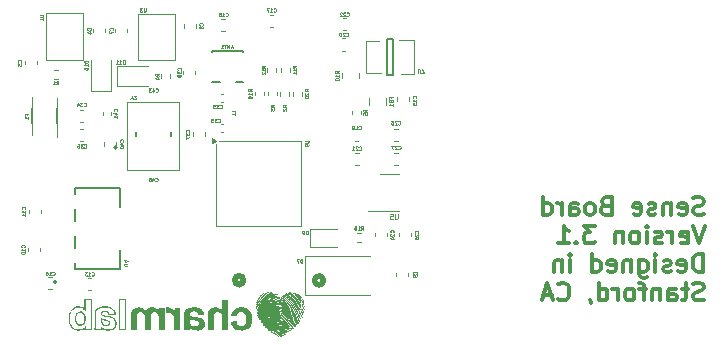
<source format=gbr>
%TF.GenerationSoftware,KiCad,Pcbnew,9.0.2*%
%TF.CreationDate,2025-07-25T10:59:28-07:00*%
%TF.ProjectId,OuterBoard_4.2,4f757465-7242-46f6-9172-645f342e322e,rev?*%
%TF.SameCoordinates,Original*%
%TF.FileFunction,Legend,Bot*%
%TF.FilePolarity,Positive*%
%FSLAX46Y46*%
G04 Gerber Fmt 4.6, Leading zero omitted, Abs format (unit mm)*
G04 Created by KiCad (PCBNEW 9.0.2) date 2025-07-25 10:59:28*
%MOMM*%
%LPD*%
G01*
G04 APERTURE LIST*
%ADD10C,0.100000*%
%ADD11C,0.300000*%
%ADD12C,0.060000*%
%ADD13C,0.070000*%
%ADD14C,0.065000*%
%ADD15C,0.075000*%
%ADD16C,0.508000*%
%ADD17C,0.120000*%
%ADD18C,0.127000*%
%ADD19C,0.152400*%
%ADD20C,0.000000*%
%ADD21C,0.200000*%
G04 APERTURE END LIST*
D10*
X123098700Y-86937750D02*
X123098700Y-86020000D01*
X133100000Y-78940000D02*
X133100000Y-81700000D01*
X136570000Y-90310000D02*
X136570000Y-96230000D01*
X133470000Y-86380000D02*
X133470000Y-92120000D01*
X125350000Y-78890000D02*
X125350000Y-82830000D01*
X143790000Y-90310000D02*
X143790000Y-96230000D01*
X149420000Y-81235358D02*
X150399008Y-81233765D01*
X149275356Y-83970000D02*
X150570000Y-83970000D01*
X153358520Y-81148317D02*
X152086090Y-81159054D01*
X133470000Y-92120000D02*
X129010000Y-92120000D01*
X121041300Y-88202250D02*
X121041300Y-89230000D01*
X123098700Y-88202250D02*
X123098700Y-89340000D01*
X133100000Y-81700000D02*
X133100000Y-82880000D01*
X137220000Y-96880000D02*
X143465000Y-96880000D01*
X129010000Y-86390000D02*
X133470000Y-86380000D01*
X125350000Y-82830000D02*
X122270000Y-82830000D01*
X121041300Y-86937750D02*
X121041300Y-85950000D01*
X122230000Y-79110000D02*
X122230000Y-78880000D01*
X133100000Y-82880000D02*
X129980000Y-82880000D01*
X129980000Y-79100000D02*
X129990000Y-78940000D01*
X137220000Y-89660000D02*
X143140000Y-89660000D01*
X129990000Y-78940000D02*
X133100000Y-78940000D01*
X149420000Y-81235358D02*
X149275356Y-81235593D01*
X122230000Y-81710000D02*
X122230000Y-82830000D01*
X129980000Y-82880000D02*
X129980000Y-81630000D01*
X149275356Y-81235593D02*
X149275356Y-83970000D01*
X153370000Y-84000000D02*
X153370000Y-81148317D01*
X152260000Y-84000000D02*
X153370000Y-84000000D01*
X129010000Y-86390000D02*
X129010000Y-92160000D01*
X122230000Y-78880000D02*
X125350000Y-78890000D01*
D11*
X177866917Y-95884652D02*
X177652632Y-95956080D01*
X177652632Y-95956080D02*
X177295489Y-95956080D01*
X177295489Y-95956080D02*
X177152632Y-95884652D01*
X177152632Y-95884652D02*
X177081203Y-95813223D01*
X177081203Y-95813223D02*
X177009774Y-95670366D01*
X177009774Y-95670366D02*
X177009774Y-95527509D01*
X177009774Y-95527509D02*
X177081203Y-95384652D01*
X177081203Y-95384652D02*
X177152632Y-95313223D01*
X177152632Y-95313223D02*
X177295489Y-95241794D01*
X177295489Y-95241794D02*
X177581203Y-95170366D01*
X177581203Y-95170366D02*
X177724060Y-95098937D01*
X177724060Y-95098937D02*
X177795489Y-95027509D01*
X177795489Y-95027509D02*
X177866917Y-94884652D01*
X177866917Y-94884652D02*
X177866917Y-94741794D01*
X177866917Y-94741794D02*
X177795489Y-94598937D01*
X177795489Y-94598937D02*
X177724060Y-94527509D01*
X177724060Y-94527509D02*
X177581203Y-94456080D01*
X177581203Y-94456080D02*
X177224060Y-94456080D01*
X177224060Y-94456080D02*
X177009774Y-94527509D01*
X175795489Y-95884652D02*
X175938346Y-95956080D01*
X175938346Y-95956080D02*
X176224061Y-95956080D01*
X176224061Y-95956080D02*
X176366918Y-95884652D01*
X176366918Y-95884652D02*
X176438346Y-95741794D01*
X176438346Y-95741794D02*
X176438346Y-95170366D01*
X176438346Y-95170366D02*
X176366918Y-95027509D01*
X176366918Y-95027509D02*
X176224061Y-94956080D01*
X176224061Y-94956080D02*
X175938346Y-94956080D01*
X175938346Y-94956080D02*
X175795489Y-95027509D01*
X175795489Y-95027509D02*
X175724061Y-95170366D01*
X175724061Y-95170366D02*
X175724061Y-95313223D01*
X175724061Y-95313223D02*
X176438346Y-95456080D01*
X175081204Y-94956080D02*
X175081204Y-95956080D01*
X175081204Y-95098937D02*
X175009775Y-95027509D01*
X175009775Y-95027509D02*
X174866918Y-94956080D01*
X174866918Y-94956080D02*
X174652632Y-94956080D01*
X174652632Y-94956080D02*
X174509775Y-95027509D01*
X174509775Y-95027509D02*
X174438347Y-95170366D01*
X174438347Y-95170366D02*
X174438347Y-95956080D01*
X173795489Y-95884652D02*
X173652632Y-95956080D01*
X173652632Y-95956080D02*
X173366918Y-95956080D01*
X173366918Y-95956080D02*
X173224061Y-95884652D01*
X173224061Y-95884652D02*
X173152632Y-95741794D01*
X173152632Y-95741794D02*
X173152632Y-95670366D01*
X173152632Y-95670366D02*
X173224061Y-95527509D01*
X173224061Y-95527509D02*
X173366918Y-95456080D01*
X173366918Y-95456080D02*
X173581204Y-95456080D01*
X173581204Y-95456080D02*
X173724061Y-95384652D01*
X173724061Y-95384652D02*
X173795489Y-95241794D01*
X173795489Y-95241794D02*
X173795489Y-95170366D01*
X173795489Y-95170366D02*
X173724061Y-95027509D01*
X173724061Y-95027509D02*
X173581204Y-94956080D01*
X173581204Y-94956080D02*
X173366918Y-94956080D01*
X173366918Y-94956080D02*
X173224061Y-95027509D01*
X171938346Y-95884652D02*
X172081203Y-95956080D01*
X172081203Y-95956080D02*
X172366918Y-95956080D01*
X172366918Y-95956080D02*
X172509775Y-95884652D01*
X172509775Y-95884652D02*
X172581203Y-95741794D01*
X172581203Y-95741794D02*
X172581203Y-95170366D01*
X172581203Y-95170366D02*
X172509775Y-95027509D01*
X172509775Y-95027509D02*
X172366918Y-94956080D01*
X172366918Y-94956080D02*
X172081203Y-94956080D01*
X172081203Y-94956080D02*
X171938346Y-95027509D01*
X171938346Y-95027509D02*
X171866918Y-95170366D01*
X171866918Y-95170366D02*
X171866918Y-95313223D01*
X171866918Y-95313223D02*
X172581203Y-95456080D01*
X169581204Y-95170366D02*
X169366918Y-95241794D01*
X169366918Y-95241794D02*
X169295489Y-95313223D01*
X169295489Y-95313223D02*
X169224061Y-95456080D01*
X169224061Y-95456080D02*
X169224061Y-95670366D01*
X169224061Y-95670366D02*
X169295489Y-95813223D01*
X169295489Y-95813223D02*
X169366918Y-95884652D01*
X169366918Y-95884652D02*
X169509775Y-95956080D01*
X169509775Y-95956080D02*
X170081204Y-95956080D01*
X170081204Y-95956080D02*
X170081204Y-94456080D01*
X170081204Y-94456080D02*
X169581204Y-94456080D01*
X169581204Y-94456080D02*
X169438347Y-94527509D01*
X169438347Y-94527509D02*
X169366918Y-94598937D01*
X169366918Y-94598937D02*
X169295489Y-94741794D01*
X169295489Y-94741794D02*
X169295489Y-94884652D01*
X169295489Y-94884652D02*
X169366918Y-95027509D01*
X169366918Y-95027509D02*
X169438347Y-95098937D01*
X169438347Y-95098937D02*
X169581204Y-95170366D01*
X169581204Y-95170366D02*
X170081204Y-95170366D01*
X168366918Y-95956080D02*
X168509775Y-95884652D01*
X168509775Y-95884652D02*
X168581204Y-95813223D01*
X168581204Y-95813223D02*
X168652632Y-95670366D01*
X168652632Y-95670366D02*
X168652632Y-95241794D01*
X168652632Y-95241794D02*
X168581204Y-95098937D01*
X168581204Y-95098937D02*
X168509775Y-95027509D01*
X168509775Y-95027509D02*
X168366918Y-94956080D01*
X168366918Y-94956080D02*
X168152632Y-94956080D01*
X168152632Y-94956080D02*
X168009775Y-95027509D01*
X168009775Y-95027509D02*
X167938347Y-95098937D01*
X167938347Y-95098937D02*
X167866918Y-95241794D01*
X167866918Y-95241794D02*
X167866918Y-95670366D01*
X167866918Y-95670366D02*
X167938347Y-95813223D01*
X167938347Y-95813223D02*
X168009775Y-95884652D01*
X168009775Y-95884652D02*
X168152632Y-95956080D01*
X168152632Y-95956080D02*
X168366918Y-95956080D01*
X166581204Y-95956080D02*
X166581204Y-95170366D01*
X166581204Y-95170366D02*
X166652632Y-95027509D01*
X166652632Y-95027509D02*
X166795489Y-94956080D01*
X166795489Y-94956080D02*
X167081204Y-94956080D01*
X167081204Y-94956080D02*
X167224061Y-95027509D01*
X166581204Y-95884652D02*
X166724061Y-95956080D01*
X166724061Y-95956080D02*
X167081204Y-95956080D01*
X167081204Y-95956080D02*
X167224061Y-95884652D01*
X167224061Y-95884652D02*
X167295489Y-95741794D01*
X167295489Y-95741794D02*
X167295489Y-95598937D01*
X167295489Y-95598937D02*
X167224061Y-95456080D01*
X167224061Y-95456080D02*
X167081204Y-95384652D01*
X167081204Y-95384652D02*
X166724061Y-95384652D01*
X166724061Y-95384652D02*
X166581204Y-95313223D01*
X165866918Y-95956080D02*
X165866918Y-94956080D01*
X165866918Y-95241794D02*
X165795489Y-95098937D01*
X165795489Y-95098937D02*
X165724061Y-95027509D01*
X165724061Y-95027509D02*
X165581203Y-94956080D01*
X165581203Y-94956080D02*
X165438346Y-94956080D01*
X164295490Y-95956080D02*
X164295490Y-94456080D01*
X164295490Y-95884652D02*
X164438347Y-95956080D01*
X164438347Y-95956080D02*
X164724061Y-95956080D01*
X164724061Y-95956080D02*
X164866918Y-95884652D01*
X164866918Y-95884652D02*
X164938347Y-95813223D01*
X164938347Y-95813223D02*
X165009775Y-95670366D01*
X165009775Y-95670366D02*
X165009775Y-95241794D01*
X165009775Y-95241794D02*
X164938347Y-95098937D01*
X164938347Y-95098937D02*
X164866918Y-95027509D01*
X164866918Y-95027509D02*
X164724061Y-94956080D01*
X164724061Y-94956080D02*
X164438347Y-94956080D01*
X164438347Y-94956080D02*
X164295490Y-95027509D01*
X178009774Y-96870996D02*
X177509774Y-98370996D01*
X177509774Y-98370996D02*
X177009774Y-96870996D01*
X175938346Y-98299568D02*
X176081203Y-98370996D01*
X176081203Y-98370996D02*
X176366918Y-98370996D01*
X176366918Y-98370996D02*
X176509775Y-98299568D01*
X176509775Y-98299568D02*
X176581203Y-98156710D01*
X176581203Y-98156710D02*
X176581203Y-97585282D01*
X176581203Y-97585282D02*
X176509775Y-97442425D01*
X176509775Y-97442425D02*
X176366918Y-97370996D01*
X176366918Y-97370996D02*
X176081203Y-97370996D01*
X176081203Y-97370996D02*
X175938346Y-97442425D01*
X175938346Y-97442425D02*
X175866918Y-97585282D01*
X175866918Y-97585282D02*
X175866918Y-97728139D01*
X175866918Y-97728139D02*
X176581203Y-97870996D01*
X175224061Y-98370996D02*
X175224061Y-97370996D01*
X175224061Y-97656710D02*
X175152632Y-97513853D01*
X175152632Y-97513853D02*
X175081204Y-97442425D01*
X175081204Y-97442425D02*
X174938346Y-97370996D01*
X174938346Y-97370996D02*
X174795489Y-97370996D01*
X174366918Y-98299568D02*
X174224061Y-98370996D01*
X174224061Y-98370996D02*
X173938347Y-98370996D01*
X173938347Y-98370996D02*
X173795490Y-98299568D01*
X173795490Y-98299568D02*
X173724061Y-98156710D01*
X173724061Y-98156710D02*
X173724061Y-98085282D01*
X173724061Y-98085282D02*
X173795490Y-97942425D01*
X173795490Y-97942425D02*
X173938347Y-97870996D01*
X173938347Y-97870996D02*
X174152633Y-97870996D01*
X174152633Y-97870996D02*
X174295490Y-97799568D01*
X174295490Y-97799568D02*
X174366918Y-97656710D01*
X174366918Y-97656710D02*
X174366918Y-97585282D01*
X174366918Y-97585282D02*
X174295490Y-97442425D01*
X174295490Y-97442425D02*
X174152633Y-97370996D01*
X174152633Y-97370996D02*
X173938347Y-97370996D01*
X173938347Y-97370996D02*
X173795490Y-97442425D01*
X173081204Y-98370996D02*
X173081204Y-97370996D01*
X173081204Y-96870996D02*
X173152632Y-96942425D01*
X173152632Y-96942425D02*
X173081204Y-97013853D01*
X173081204Y-97013853D02*
X173009775Y-96942425D01*
X173009775Y-96942425D02*
X173081204Y-96870996D01*
X173081204Y-96870996D02*
X173081204Y-97013853D01*
X172152632Y-98370996D02*
X172295489Y-98299568D01*
X172295489Y-98299568D02*
X172366918Y-98228139D01*
X172366918Y-98228139D02*
X172438346Y-98085282D01*
X172438346Y-98085282D02*
X172438346Y-97656710D01*
X172438346Y-97656710D02*
X172366918Y-97513853D01*
X172366918Y-97513853D02*
X172295489Y-97442425D01*
X172295489Y-97442425D02*
X172152632Y-97370996D01*
X172152632Y-97370996D02*
X171938346Y-97370996D01*
X171938346Y-97370996D02*
X171795489Y-97442425D01*
X171795489Y-97442425D02*
X171724061Y-97513853D01*
X171724061Y-97513853D02*
X171652632Y-97656710D01*
X171652632Y-97656710D02*
X171652632Y-98085282D01*
X171652632Y-98085282D02*
X171724061Y-98228139D01*
X171724061Y-98228139D02*
X171795489Y-98299568D01*
X171795489Y-98299568D02*
X171938346Y-98370996D01*
X171938346Y-98370996D02*
X172152632Y-98370996D01*
X171009775Y-97370996D02*
X171009775Y-98370996D01*
X171009775Y-97513853D02*
X170938346Y-97442425D01*
X170938346Y-97442425D02*
X170795489Y-97370996D01*
X170795489Y-97370996D02*
X170581203Y-97370996D01*
X170581203Y-97370996D02*
X170438346Y-97442425D01*
X170438346Y-97442425D02*
X170366918Y-97585282D01*
X170366918Y-97585282D02*
X170366918Y-98370996D01*
X168652632Y-96870996D02*
X167724060Y-96870996D01*
X167724060Y-96870996D02*
X168224060Y-97442425D01*
X168224060Y-97442425D02*
X168009775Y-97442425D01*
X168009775Y-97442425D02*
X167866918Y-97513853D01*
X167866918Y-97513853D02*
X167795489Y-97585282D01*
X167795489Y-97585282D02*
X167724060Y-97728139D01*
X167724060Y-97728139D02*
X167724060Y-98085282D01*
X167724060Y-98085282D02*
X167795489Y-98228139D01*
X167795489Y-98228139D02*
X167866918Y-98299568D01*
X167866918Y-98299568D02*
X168009775Y-98370996D01*
X168009775Y-98370996D02*
X168438346Y-98370996D01*
X168438346Y-98370996D02*
X168581203Y-98299568D01*
X168581203Y-98299568D02*
X168652632Y-98228139D01*
X167081204Y-98228139D02*
X167009775Y-98299568D01*
X167009775Y-98299568D02*
X167081204Y-98370996D01*
X167081204Y-98370996D02*
X167152632Y-98299568D01*
X167152632Y-98299568D02*
X167081204Y-98228139D01*
X167081204Y-98228139D02*
X167081204Y-98370996D01*
X165581203Y-98370996D02*
X166438346Y-98370996D01*
X166009775Y-98370996D02*
X166009775Y-96870996D01*
X166009775Y-96870996D02*
X166152632Y-97085282D01*
X166152632Y-97085282D02*
X166295489Y-97228139D01*
X166295489Y-97228139D02*
X166438346Y-97299568D01*
X177795489Y-100785912D02*
X177795489Y-99285912D01*
X177795489Y-99285912D02*
X177438346Y-99285912D01*
X177438346Y-99285912D02*
X177224060Y-99357341D01*
X177224060Y-99357341D02*
X177081203Y-99500198D01*
X177081203Y-99500198D02*
X177009774Y-99643055D01*
X177009774Y-99643055D02*
X176938346Y-99928769D01*
X176938346Y-99928769D02*
X176938346Y-100143055D01*
X176938346Y-100143055D02*
X177009774Y-100428769D01*
X177009774Y-100428769D02*
X177081203Y-100571626D01*
X177081203Y-100571626D02*
X177224060Y-100714484D01*
X177224060Y-100714484D02*
X177438346Y-100785912D01*
X177438346Y-100785912D02*
X177795489Y-100785912D01*
X175724060Y-100714484D02*
X175866917Y-100785912D01*
X175866917Y-100785912D02*
X176152632Y-100785912D01*
X176152632Y-100785912D02*
X176295489Y-100714484D01*
X176295489Y-100714484D02*
X176366917Y-100571626D01*
X176366917Y-100571626D02*
X176366917Y-100000198D01*
X176366917Y-100000198D02*
X176295489Y-99857341D01*
X176295489Y-99857341D02*
X176152632Y-99785912D01*
X176152632Y-99785912D02*
X175866917Y-99785912D01*
X175866917Y-99785912D02*
X175724060Y-99857341D01*
X175724060Y-99857341D02*
X175652632Y-100000198D01*
X175652632Y-100000198D02*
X175652632Y-100143055D01*
X175652632Y-100143055D02*
X176366917Y-100285912D01*
X175081203Y-100714484D02*
X174938346Y-100785912D01*
X174938346Y-100785912D02*
X174652632Y-100785912D01*
X174652632Y-100785912D02*
X174509775Y-100714484D01*
X174509775Y-100714484D02*
X174438346Y-100571626D01*
X174438346Y-100571626D02*
X174438346Y-100500198D01*
X174438346Y-100500198D02*
X174509775Y-100357341D01*
X174509775Y-100357341D02*
X174652632Y-100285912D01*
X174652632Y-100285912D02*
X174866918Y-100285912D01*
X174866918Y-100285912D02*
X175009775Y-100214484D01*
X175009775Y-100214484D02*
X175081203Y-100071626D01*
X175081203Y-100071626D02*
X175081203Y-100000198D01*
X175081203Y-100000198D02*
X175009775Y-99857341D01*
X175009775Y-99857341D02*
X174866918Y-99785912D01*
X174866918Y-99785912D02*
X174652632Y-99785912D01*
X174652632Y-99785912D02*
X174509775Y-99857341D01*
X173795489Y-100785912D02*
X173795489Y-99785912D01*
X173795489Y-99285912D02*
X173866917Y-99357341D01*
X173866917Y-99357341D02*
X173795489Y-99428769D01*
X173795489Y-99428769D02*
X173724060Y-99357341D01*
X173724060Y-99357341D02*
X173795489Y-99285912D01*
X173795489Y-99285912D02*
X173795489Y-99428769D01*
X172438346Y-99785912D02*
X172438346Y-101000198D01*
X172438346Y-101000198D02*
X172509774Y-101143055D01*
X172509774Y-101143055D02*
X172581203Y-101214484D01*
X172581203Y-101214484D02*
X172724060Y-101285912D01*
X172724060Y-101285912D02*
X172938346Y-101285912D01*
X172938346Y-101285912D02*
X173081203Y-101214484D01*
X172438346Y-100714484D02*
X172581203Y-100785912D01*
X172581203Y-100785912D02*
X172866917Y-100785912D01*
X172866917Y-100785912D02*
X173009774Y-100714484D01*
X173009774Y-100714484D02*
X173081203Y-100643055D01*
X173081203Y-100643055D02*
X173152631Y-100500198D01*
X173152631Y-100500198D02*
X173152631Y-100071626D01*
X173152631Y-100071626D02*
X173081203Y-99928769D01*
X173081203Y-99928769D02*
X173009774Y-99857341D01*
X173009774Y-99857341D02*
X172866917Y-99785912D01*
X172866917Y-99785912D02*
X172581203Y-99785912D01*
X172581203Y-99785912D02*
X172438346Y-99857341D01*
X171724060Y-99785912D02*
X171724060Y-100785912D01*
X171724060Y-99928769D02*
X171652631Y-99857341D01*
X171652631Y-99857341D02*
X171509774Y-99785912D01*
X171509774Y-99785912D02*
X171295488Y-99785912D01*
X171295488Y-99785912D02*
X171152631Y-99857341D01*
X171152631Y-99857341D02*
X171081203Y-100000198D01*
X171081203Y-100000198D02*
X171081203Y-100785912D01*
X169795488Y-100714484D02*
X169938345Y-100785912D01*
X169938345Y-100785912D02*
X170224060Y-100785912D01*
X170224060Y-100785912D02*
X170366917Y-100714484D01*
X170366917Y-100714484D02*
X170438345Y-100571626D01*
X170438345Y-100571626D02*
X170438345Y-100000198D01*
X170438345Y-100000198D02*
X170366917Y-99857341D01*
X170366917Y-99857341D02*
X170224060Y-99785912D01*
X170224060Y-99785912D02*
X169938345Y-99785912D01*
X169938345Y-99785912D02*
X169795488Y-99857341D01*
X169795488Y-99857341D02*
X169724060Y-100000198D01*
X169724060Y-100000198D02*
X169724060Y-100143055D01*
X169724060Y-100143055D02*
X170438345Y-100285912D01*
X168438346Y-100785912D02*
X168438346Y-99285912D01*
X168438346Y-100714484D02*
X168581203Y-100785912D01*
X168581203Y-100785912D02*
X168866917Y-100785912D01*
X168866917Y-100785912D02*
X169009774Y-100714484D01*
X169009774Y-100714484D02*
X169081203Y-100643055D01*
X169081203Y-100643055D02*
X169152631Y-100500198D01*
X169152631Y-100500198D02*
X169152631Y-100071626D01*
X169152631Y-100071626D02*
X169081203Y-99928769D01*
X169081203Y-99928769D02*
X169009774Y-99857341D01*
X169009774Y-99857341D02*
X168866917Y-99785912D01*
X168866917Y-99785912D02*
X168581203Y-99785912D01*
X168581203Y-99785912D02*
X168438346Y-99857341D01*
X166581203Y-100785912D02*
X166581203Y-99785912D01*
X166581203Y-99285912D02*
X166652631Y-99357341D01*
X166652631Y-99357341D02*
X166581203Y-99428769D01*
X166581203Y-99428769D02*
X166509774Y-99357341D01*
X166509774Y-99357341D02*
X166581203Y-99285912D01*
X166581203Y-99285912D02*
X166581203Y-99428769D01*
X165866917Y-99785912D02*
X165866917Y-100785912D01*
X165866917Y-99928769D02*
X165795488Y-99857341D01*
X165795488Y-99857341D02*
X165652631Y-99785912D01*
X165652631Y-99785912D02*
X165438345Y-99785912D01*
X165438345Y-99785912D02*
X165295488Y-99857341D01*
X165295488Y-99857341D02*
X165224060Y-100000198D01*
X165224060Y-100000198D02*
X165224060Y-100785912D01*
X177866917Y-103129400D02*
X177652632Y-103200828D01*
X177652632Y-103200828D02*
X177295489Y-103200828D01*
X177295489Y-103200828D02*
X177152632Y-103129400D01*
X177152632Y-103129400D02*
X177081203Y-103057971D01*
X177081203Y-103057971D02*
X177009774Y-102915114D01*
X177009774Y-102915114D02*
X177009774Y-102772257D01*
X177009774Y-102772257D02*
X177081203Y-102629400D01*
X177081203Y-102629400D02*
X177152632Y-102557971D01*
X177152632Y-102557971D02*
X177295489Y-102486542D01*
X177295489Y-102486542D02*
X177581203Y-102415114D01*
X177581203Y-102415114D02*
X177724060Y-102343685D01*
X177724060Y-102343685D02*
X177795489Y-102272257D01*
X177795489Y-102272257D02*
X177866917Y-102129400D01*
X177866917Y-102129400D02*
X177866917Y-101986542D01*
X177866917Y-101986542D02*
X177795489Y-101843685D01*
X177795489Y-101843685D02*
X177724060Y-101772257D01*
X177724060Y-101772257D02*
X177581203Y-101700828D01*
X177581203Y-101700828D02*
X177224060Y-101700828D01*
X177224060Y-101700828D02*
X177009774Y-101772257D01*
X176581203Y-102200828D02*
X176009775Y-102200828D01*
X176366918Y-101700828D02*
X176366918Y-102986542D01*
X176366918Y-102986542D02*
X176295489Y-103129400D01*
X176295489Y-103129400D02*
X176152632Y-103200828D01*
X176152632Y-103200828D02*
X176009775Y-103200828D01*
X174866918Y-103200828D02*
X174866918Y-102415114D01*
X174866918Y-102415114D02*
X174938346Y-102272257D01*
X174938346Y-102272257D02*
X175081203Y-102200828D01*
X175081203Y-102200828D02*
X175366918Y-102200828D01*
X175366918Y-102200828D02*
X175509775Y-102272257D01*
X174866918Y-103129400D02*
X175009775Y-103200828D01*
X175009775Y-103200828D02*
X175366918Y-103200828D01*
X175366918Y-103200828D02*
X175509775Y-103129400D01*
X175509775Y-103129400D02*
X175581203Y-102986542D01*
X175581203Y-102986542D02*
X175581203Y-102843685D01*
X175581203Y-102843685D02*
X175509775Y-102700828D01*
X175509775Y-102700828D02*
X175366918Y-102629400D01*
X175366918Y-102629400D02*
X175009775Y-102629400D01*
X175009775Y-102629400D02*
X174866918Y-102557971D01*
X174152632Y-102200828D02*
X174152632Y-103200828D01*
X174152632Y-102343685D02*
X174081203Y-102272257D01*
X174081203Y-102272257D02*
X173938346Y-102200828D01*
X173938346Y-102200828D02*
X173724060Y-102200828D01*
X173724060Y-102200828D02*
X173581203Y-102272257D01*
X173581203Y-102272257D02*
X173509775Y-102415114D01*
X173509775Y-102415114D02*
X173509775Y-103200828D01*
X173009774Y-102200828D02*
X172438346Y-102200828D01*
X172795489Y-103200828D02*
X172795489Y-101915114D01*
X172795489Y-101915114D02*
X172724060Y-101772257D01*
X172724060Y-101772257D02*
X172581203Y-101700828D01*
X172581203Y-101700828D02*
X172438346Y-101700828D01*
X171724060Y-103200828D02*
X171866917Y-103129400D01*
X171866917Y-103129400D02*
X171938346Y-103057971D01*
X171938346Y-103057971D02*
X172009774Y-102915114D01*
X172009774Y-102915114D02*
X172009774Y-102486542D01*
X172009774Y-102486542D02*
X171938346Y-102343685D01*
X171938346Y-102343685D02*
X171866917Y-102272257D01*
X171866917Y-102272257D02*
X171724060Y-102200828D01*
X171724060Y-102200828D02*
X171509774Y-102200828D01*
X171509774Y-102200828D02*
X171366917Y-102272257D01*
X171366917Y-102272257D02*
X171295489Y-102343685D01*
X171295489Y-102343685D02*
X171224060Y-102486542D01*
X171224060Y-102486542D02*
X171224060Y-102915114D01*
X171224060Y-102915114D02*
X171295489Y-103057971D01*
X171295489Y-103057971D02*
X171366917Y-103129400D01*
X171366917Y-103129400D02*
X171509774Y-103200828D01*
X171509774Y-103200828D02*
X171724060Y-103200828D01*
X170581203Y-103200828D02*
X170581203Y-102200828D01*
X170581203Y-102486542D02*
X170509774Y-102343685D01*
X170509774Y-102343685D02*
X170438346Y-102272257D01*
X170438346Y-102272257D02*
X170295488Y-102200828D01*
X170295488Y-102200828D02*
X170152631Y-102200828D01*
X169009775Y-103200828D02*
X169009775Y-101700828D01*
X169009775Y-103129400D02*
X169152632Y-103200828D01*
X169152632Y-103200828D02*
X169438346Y-103200828D01*
X169438346Y-103200828D02*
X169581203Y-103129400D01*
X169581203Y-103129400D02*
X169652632Y-103057971D01*
X169652632Y-103057971D02*
X169724060Y-102915114D01*
X169724060Y-102915114D02*
X169724060Y-102486542D01*
X169724060Y-102486542D02*
X169652632Y-102343685D01*
X169652632Y-102343685D02*
X169581203Y-102272257D01*
X169581203Y-102272257D02*
X169438346Y-102200828D01*
X169438346Y-102200828D02*
X169152632Y-102200828D01*
X169152632Y-102200828D02*
X169009775Y-102272257D01*
X168224060Y-103129400D02*
X168224060Y-103200828D01*
X168224060Y-103200828D02*
X168295489Y-103343685D01*
X168295489Y-103343685D02*
X168366917Y-103415114D01*
X165581203Y-103057971D02*
X165652631Y-103129400D01*
X165652631Y-103129400D02*
X165866917Y-103200828D01*
X165866917Y-103200828D02*
X166009774Y-103200828D01*
X166009774Y-103200828D02*
X166224060Y-103129400D01*
X166224060Y-103129400D02*
X166366917Y-102986542D01*
X166366917Y-102986542D02*
X166438346Y-102843685D01*
X166438346Y-102843685D02*
X166509774Y-102557971D01*
X166509774Y-102557971D02*
X166509774Y-102343685D01*
X166509774Y-102343685D02*
X166438346Y-102057971D01*
X166438346Y-102057971D02*
X166366917Y-101915114D01*
X166366917Y-101915114D02*
X166224060Y-101772257D01*
X166224060Y-101772257D02*
X166009774Y-101700828D01*
X166009774Y-101700828D02*
X165866917Y-101700828D01*
X165866917Y-101700828D02*
X165652631Y-101772257D01*
X165652631Y-101772257D02*
X165581203Y-101843685D01*
X165009774Y-102772257D02*
X164295489Y-102772257D01*
X165152631Y-103200828D02*
X164652631Y-101700828D01*
X164652631Y-101700828D02*
X164152631Y-103200828D01*
D12*
X122732856Y-101027094D02*
X122747142Y-101041380D01*
X122747142Y-101041380D02*
X122789999Y-101055665D01*
X122789999Y-101055665D02*
X122818571Y-101055665D01*
X122818571Y-101055665D02*
X122861428Y-101041380D01*
X122861428Y-101041380D02*
X122889999Y-101012808D01*
X122889999Y-101012808D02*
X122904285Y-100984237D01*
X122904285Y-100984237D02*
X122918571Y-100927094D01*
X122918571Y-100927094D02*
X122918571Y-100884237D01*
X122918571Y-100884237D02*
X122904285Y-100827094D01*
X122904285Y-100827094D02*
X122889999Y-100798522D01*
X122889999Y-100798522D02*
X122861428Y-100769951D01*
X122861428Y-100769951D02*
X122818571Y-100755665D01*
X122818571Y-100755665D02*
X122789999Y-100755665D01*
X122789999Y-100755665D02*
X122747142Y-100769951D01*
X122747142Y-100769951D02*
X122732856Y-100784237D01*
X122447142Y-101055665D02*
X122618571Y-101055665D01*
X122532856Y-101055665D02*
X122532856Y-100755665D01*
X122532856Y-100755665D02*
X122561428Y-100798522D01*
X122561428Y-100798522D02*
X122589999Y-100827094D01*
X122589999Y-100827094D02*
X122618571Y-100841380D01*
X122190000Y-100755665D02*
X122247142Y-100755665D01*
X122247142Y-100755665D02*
X122275714Y-100769951D01*
X122275714Y-100769951D02*
X122290000Y-100784237D01*
X122290000Y-100784237D02*
X122318571Y-100827094D01*
X122318571Y-100827094D02*
X122332857Y-100884237D01*
X122332857Y-100884237D02*
X122332857Y-100998522D01*
X122332857Y-100998522D02*
X122318571Y-101027094D01*
X122318571Y-101027094D02*
X122304285Y-101041380D01*
X122304285Y-101041380D02*
X122275714Y-101055665D01*
X122275714Y-101055665D02*
X122218571Y-101055665D01*
X122218571Y-101055665D02*
X122190000Y-101041380D01*
X122190000Y-101041380D02*
X122175714Y-101027094D01*
X122175714Y-101027094D02*
X122161428Y-100998522D01*
X122161428Y-100998522D02*
X122161428Y-100927094D01*
X122161428Y-100927094D02*
X122175714Y-100898522D01*
X122175714Y-100898522D02*
X122190000Y-100884237D01*
X122190000Y-100884237D02*
X122218571Y-100869951D01*
X122218571Y-100869951D02*
X122275714Y-100869951D01*
X122275714Y-100869951D02*
X122304285Y-100884237D01*
X122304285Y-100884237D02*
X122318571Y-100898522D01*
X122318571Y-100898522D02*
X122332857Y-100927094D01*
D13*
X152022856Y-90366574D02*
X152037142Y-90380860D01*
X152037142Y-90380860D02*
X152079999Y-90395145D01*
X152079999Y-90395145D02*
X152108571Y-90395145D01*
X152108571Y-90395145D02*
X152151428Y-90380860D01*
X152151428Y-90380860D02*
X152179999Y-90352288D01*
X152179999Y-90352288D02*
X152194285Y-90323717D01*
X152194285Y-90323717D02*
X152208571Y-90266574D01*
X152208571Y-90266574D02*
X152208571Y-90223717D01*
X152208571Y-90223717D02*
X152194285Y-90166574D01*
X152194285Y-90166574D02*
X152179999Y-90138002D01*
X152179999Y-90138002D02*
X152151428Y-90109431D01*
X152151428Y-90109431D02*
X152108571Y-90095145D01*
X152108571Y-90095145D02*
X152079999Y-90095145D01*
X152079999Y-90095145D02*
X152037142Y-90109431D01*
X152037142Y-90109431D02*
X152022856Y-90123717D01*
X151908571Y-90123717D02*
X151894285Y-90109431D01*
X151894285Y-90109431D02*
X151865714Y-90095145D01*
X151865714Y-90095145D02*
X151794285Y-90095145D01*
X151794285Y-90095145D02*
X151765714Y-90109431D01*
X151765714Y-90109431D02*
X151751428Y-90123717D01*
X151751428Y-90123717D02*
X151737142Y-90152288D01*
X151737142Y-90152288D02*
X151737142Y-90180860D01*
X151737142Y-90180860D02*
X151751428Y-90223717D01*
X151751428Y-90223717D02*
X151922856Y-90395145D01*
X151922856Y-90395145D02*
X151737142Y-90395145D01*
X151637142Y-90095145D02*
X151437142Y-90095145D01*
X151437142Y-90095145D02*
X151565714Y-90395145D01*
X131472856Y-85526574D02*
X131487142Y-85540860D01*
X131487142Y-85540860D02*
X131529999Y-85555145D01*
X131529999Y-85555145D02*
X131558571Y-85555145D01*
X131558571Y-85555145D02*
X131601428Y-85540860D01*
X131601428Y-85540860D02*
X131629999Y-85512288D01*
X131629999Y-85512288D02*
X131644285Y-85483717D01*
X131644285Y-85483717D02*
X131658571Y-85426574D01*
X131658571Y-85426574D02*
X131658571Y-85383717D01*
X131658571Y-85383717D02*
X131644285Y-85326574D01*
X131644285Y-85326574D02*
X131629999Y-85298002D01*
X131629999Y-85298002D02*
X131601428Y-85269431D01*
X131601428Y-85269431D02*
X131558571Y-85255145D01*
X131558571Y-85255145D02*
X131529999Y-85255145D01*
X131529999Y-85255145D02*
X131487142Y-85269431D01*
X131487142Y-85269431D02*
X131472856Y-85283717D01*
X131215714Y-85355145D02*
X131215714Y-85555145D01*
X131287142Y-85240860D02*
X131358571Y-85455145D01*
X131358571Y-85455145D02*
X131172856Y-85455145D01*
X131087142Y-85255145D02*
X130901428Y-85255145D01*
X130901428Y-85255145D02*
X131001428Y-85369431D01*
X131001428Y-85369431D02*
X130958571Y-85369431D01*
X130958571Y-85369431D02*
X130930000Y-85383717D01*
X130930000Y-85383717D02*
X130915714Y-85398002D01*
X130915714Y-85398002D02*
X130901428Y-85426574D01*
X130901428Y-85426574D02*
X130901428Y-85498002D01*
X130901428Y-85498002D02*
X130915714Y-85526574D01*
X130915714Y-85526574D02*
X130930000Y-85540860D01*
X130930000Y-85540860D02*
X130958571Y-85555145D01*
X130958571Y-85555145D02*
X131044285Y-85555145D01*
X131044285Y-85555145D02*
X131072857Y-85540860D01*
X131072857Y-85540860D02*
X131087142Y-85526574D01*
X127836574Y-80285000D02*
X127850860Y-80270714D01*
X127850860Y-80270714D02*
X127865145Y-80227857D01*
X127865145Y-80227857D02*
X127865145Y-80199285D01*
X127865145Y-80199285D02*
X127850860Y-80156428D01*
X127850860Y-80156428D02*
X127822288Y-80127857D01*
X127822288Y-80127857D02*
X127793717Y-80113571D01*
X127793717Y-80113571D02*
X127736574Y-80099285D01*
X127736574Y-80099285D02*
X127693717Y-80099285D01*
X127693717Y-80099285D02*
X127636574Y-80113571D01*
X127636574Y-80113571D02*
X127608002Y-80127857D01*
X127608002Y-80127857D02*
X127579431Y-80156428D01*
X127579431Y-80156428D02*
X127565145Y-80199285D01*
X127565145Y-80199285D02*
X127565145Y-80227857D01*
X127565145Y-80227857D02*
X127579431Y-80270714D01*
X127579431Y-80270714D02*
X127593717Y-80285000D01*
X127565145Y-80385000D02*
X127565145Y-80585000D01*
X127565145Y-80585000D02*
X127865145Y-80456428D01*
X153556574Y-100940000D02*
X153570860Y-100925714D01*
X153570860Y-100925714D02*
X153585145Y-100882857D01*
X153585145Y-100882857D02*
X153585145Y-100854285D01*
X153585145Y-100854285D02*
X153570860Y-100811428D01*
X153570860Y-100811428D02*
X153542288Y-100782857D01*
X153542288Y-100782857D02*
X153513717Y-100768571D01*
X153513717Y-100768571D02*
X153456574Y-100754285D01*
X153456574Y-100754285D02*
X153413717Y-100754285D01*
X153413717Y-100754285D02*
X153356574Y-100768571D01*
X153356574Y-100768571D02*
X153328002Y-100782857D01*
X153328002Y-100782857D02*
X153299431Y-100811428D01*
X153299431Y-100811428D02*
X153285145Y-100854285D01*
X153285145Y-100854285D02*
X153285145Y-100882857D01*
X153285145Y-100882857D02*
X153299431Y-100925714D01*
X153299431Y-100925714D02*
X153313717Y-100940000D01*
X153585145Y-101082857D02*
X153585145Y-101140000D01*
X153585145Y-101140000D02*
X153570860Y-101168571D01*
X153570860Y-101168571D02*
X153556574Y-101182857D01*
X153556574Y-101182857D02*
X153513717Y-101211428D01*
X153513717Y-101211428D02*
X153456574Y-101225714D01*
X153456574Y-101225714D02*
X153342288Y-101225714D01*
X153342288Y-101225714D02*
X153313717Y-101211428D01*
X153313717Y-101211428D02*
X153299431Y-101197143D01*
X153299431Y-101197143D02*
X153285145Y-101168571D01*
X153285145Y-101168571D02*
X153285145Y-101111428D01*
X153285145Y-101111428D02*
X153299431Y-101082857D01*
X153299431Y-101082857D02*
X153313717Y-101068571D01*
X153313717Y-101068571D02*
X153342288Y-101054285D01*
X153342288Y-101054285D02*
X153413717Y-101054285D01*
X153413717Y-101054285D02*
X153442288Y-101068571D01*
X153442288Y-101068571D02*
X153456574Y-101082857D01*
X153456574Y-101082857D02*
X153470860Y-101111428D01*
X153470860Y-101111428D02*
X153470860Y-101168571D01*
X153470860Y-101168571D02*
X153456574Y-101197143D01*
X153456574Y-101197143D02*
X153442288Y-101211428D01*
X153442288Y-101211428D02*
X153413717Y-101225714D01*
X128716574Y-89747143D02*
X128730860Y-89732857D01*
X128730860Y-89732857D02*
X128745145Y-89690000D01*
X128745145Y-89690000D02*
X128745145Y-89661428D01*
X128745145Y-89661428D02*
X128730860Y-89618571D01*
X128730860Y-89618571D02*
X128702288Y-89590000D01*
X128702288Y-89590000D02*
X128673717Y-89575714D01*
X128673717Y-89575714D02*
X128616574Y-89561428D01*
X128616574Y-89561428D02*
X128573717Y-89561428D01*
X128573717Y-89561428D02*
X128516574Y-89575714D01*
X128516574Y-89575714D02*
X128488002Y-89590000D01*
X128488002Y-89590000D02*
X128459431Y-89618571D01*
X128459431Y-89618571D02*
X128445145Y-89661428D01*
X128445145Y-89661428D02*
X128445145Y-89690000D01*
X128445145Y-89690000D02*
X128459431Y-89732857D01*
X128459431Y-89732857D02*
X128473717Y-89747143D01*
X128545145Y-90004286D02*
X128745145Y-90004286D01*
X128430860Y-89932857D02*
X128645145Y-89861428D01*
X128645145Y-89861428D02*
X128645145Y-90047143D01*
X128445145Y-90218571D02*
X128445145Y-90247142D01*
X128445145Y-90247142D02*
X128459431Y-90275714D01*
X128459431Y-90275714D02*
X128473717Y-90290000D01*
X128473717Y-90290000D02*
X128502288Y-90304285D01*
X128502288Y-90304285D02*
X128559431Y-90318571D01*
X128559431Y-90318571D02*
X128630860Y-90318571D01*
X128630860Y-90318571D02*
X128688002Y-90304285D01*
X128688002Y-90304285D02*
X128716574Y-90290000D01*
X128716574Y-90290000D02*
X128730860Y-90275714D01*
X128730860Y-90275714D02*
X128745145Y-90247142D01*
X128745145Y-90247142D02*
X128745145Y-90218571D01*
X128745145Y-90218571D02*
X128730860Y-90190000D01*
X128730860Y-90190000D02*
X128716574Y-90175714D01*
X128716574Y-90175714D02*
X128688002Y-90161428D01*
X128688002Y-90161428D02*
X128630860Y-90147142D01*
X128630860Y-90147142D02*
X128559431Y-90147142D01*
X128559431Y-90147142D02*
X128502288Y-90161428D01*
X128502288Y-90161428D02*
X128473717Y-90175714D01*
X128473717Y-90175714D02*
X128459431Y-90190000D01*
X128459431Y-90190000D02*
X128445145Y-90218571D01*
D14*
X137995714Y-81779691D02*
X137852857Y-81779691D01*
X138024285Y-81865405D02*
X137924285Y-81565405D01*
X137924285Y-81565405D02*
X137824285Y-81865405D01*
X137724285Y-81865405D02*
X137724285Y-81565405D01*
X137724285Y-81565405D02*
X137552856Y-81865405D01*
X137552856Y-81865405D02*
X137552856Y-81565405D01*
X137452856Y-81565405D02*
X137281428Y-81565405D01*
X137367142Y-81865405D02*
X137367142Y-81565405D01*
X137024285Y-81865405D02*
X137195714Y-81865405D01*
X137109999Y-81865405D02*
X137109999Y-81565405D01*
X137109999Y-81565405D02*
X137138571Y-81608262D01*
X137138571Y-81608262D02*
X137167142Y-81636834D01*
X137167142Y-81636834D02*
X137195714Y-81651120D01*
D13*
X133586574Y-83687143D02*
X133600860Y-83672857D01*
X133600860Y-83672857D02*
X133615145Y-83630000D01*
X133615145Y-83630000D02*
X133615145Y-83601428D01*
X133615145Y-83601428D02*
X133600860Y-83558571D01*
X133600860Y-83558571D02*
X133572288Y-83530000D01*
X133572288Y-83530000D02*
X133543717Y-83515714D01*
X133543717Y-83515714D02*
X133486574Y-83501428D01*
X133486574Y-83501428D02*
X133443717Y-83501428D01*
X133443717Y-83501428D02*
X133386574Y-83515714D01*
X133386574Y-83515714D02*
X133358002Y-83530000D01*
X133358002Y-83530000D02*
X133329431Y-83558571D01*
X133329431Y-83558571D02*
X133315145Y-83601428D01*
X133315145Y-83601428D02*
X133315145Y-83630000D01*
X133315145Y-83630000D02*
X133329431Y-83672857D01*
X133329431Y-83672857D02*
X133343717Y-83687143D01*
X133315145Y-83787143D02*
X133315145Y-83972857D01*
X133315145Y-83972857D02*
X133429431Y-83872857D01*
X133429431Y-83872857D02*
X133429431Y-83915714D01*
X133429431Y-83915714D02*
X133443717Y-83944286D01*
X133443717Y-83944286D02*
X133458002Y-83958571D01*
X133458002Y-83958571D02*
X133486574Y-83972857D01*
X133486574Y-83972857D02*
X133558002Y-83972857D01*
X133558002Y-83972857D02*
X133586574Y-83958571D01*
X133586574Y-83958571D02*
X133600860Y-83944286D01*
X133600860Y-83944286D02*
X133615145Y-83915714D01*
X133615145Y-83915714D02*
X133615145Y-83830000D01*
X133615145Y-83830000D02*
X133600860Y-83801428D01*
X133600860Y-83801428D02*
X133586574Y-83787143D01*
X133615145Y-84115714D02*
X133615145Y-84172857D01*
X133615145Y-84172857D02*
X133600860Y-84201428D01*
X133600860Y-84201428D02*
X133586574Y-84215714D01*
X133586574Y-84215714D02*
X133543717Y-84244285D01*
X133543717Y-84244285D02*
X133486574Y-84258571D01*
X133486574Y-84258571D02*
X133372288Y-84258571D01*
X133372288Y-84258571D02*
X133343717Y-84244285D01*
X133343717Y-84244285D02*
X133329431Y-84230000D01*
X133329431Y-84230000D02*
X133315145Y-84201428D01*
X133315145Y-84201428D02*
X133315145Y-84144285D01*
X133315145Y-84144285D02*
X133329431Y-84115714D01*
X133329431Y-84115714D02*
X133343717Y-84101428D01*
X133343717Y-84101428D02*
X133372288Y-84087142D01*
X133372288Y-84087142D02*
X133443717Y-84087142D01*
X133443717Y-84087142D02*
X133472288Y-84101428D01*
X133472288Y-84101428D02*
X133486574Y-84115714D01*
X133486574Y-84115714D02*
X133500860Y-84144285D01*
X133500860Y-84144285D02*
X133500860Y-84201428D01*
X133500860Y-84201428D02*
X133486574Y-84230000D01*
X133486574Y-84230000D02*
X133472288Y-84244285D01*
X133472288Y-84244285D02*
X133443717Y-84258571D01*
X120548002Y-87500000D02*
X120548002Y-87400000D01*
X120705145Y-87400000D02*
X120405145Y-87400000D01*
X120405145Y-87400000D02*
X120405145Y-87542857D01*
X120705145Y-87814286D02*
X120705145Y-87642857D01*
X120705145Y-87728572D02*
X120405145Y-87728572D01*
X120405145Y-87728572D02*
X120448002Y-87700000D01*
X120448002Y-87700000D02*
X120476574Y-87671429D01*
X120476574Y-87671429D02*
X120490860Y-87642857D01*
X151606574Y-97447143D02*
X151620860Y-97432857D01*
X151620860Y-97432857D02*
X151635145Y-97390000D01*
X151635145Y-97390000D02*
X151635145Y-97361428D01*
X151635145Y-97361428D02*
X151620860Y-97318571D01*
X151620860Y-97318571D02*
X151592288Y-97290000D01*
X151592288Y-97290000D02*
X151563717Y-97275714D01*
X151563717Y-97275714D02*
X151506574Y-97261428D01*
X151506574Y-97261428D02*
X151463717Y-97261428D01*
X151463717Y-97261428D02*
X151406574Y-97275714D01*
X151406574Y-97275714D02*
X151378002Y-97290000D01*
X151378002Y-97290000D02*
X151349431Y-97318571D01*
X151349431Y-97318571D02*
X151335145Y-97361428D01*
X151335145Y-97361428D02*
X151335145Y-97390000D01*
X151335145Y-97390000D02*
X151349431Y-97432857D01*
X151349431Y-97432857D02*
X151363717Y-97447143D01*
X151363717Y-97561428D02*
X151349431Y-97575714D01*
X151349431Y-97575714D02*
X151335145Y-97604286D01*
X151335145Y-97604286D02*
X151335145Y-97675714D01*
X151335145Y-97675714D02*
X151349431Y-97704286D01*
X151349431Y-97704286D02*
X151363717Y-97718571D01*
X151363717Y-97718571D02*
X151392288Y-97732857D01*
X151392288Y-97732857D02*
X151420860Y-97732857D01*
X151420860Y-97732857D02*
X151463717Y-97718571D01*
X151463717Y-97718571D02*
X151635145Y-97547143D01*
X151635145Y-97547143D02*
X151635145Y-97732857D01*
X151435145Y-97990000D02*
X151635145Y-97990000D01*
X151320860Y-97918571D02*
X151535145Y-97847142D01*
X151535145Y-97847142D02*
X151535145Y-98032857D01*
X147592856Y-80796574D02*
X147607142Y-80810860D01*
X147607142Y-80810860D02*
X147649999Y-80825145D01*
X147649999Y-80825145D02*
X147678571Y-80825145D01*
X147678571Y-80825145D02*
X147721428Y-80810860D01*
X147721428Y-80810860D02*
X147749999Y-80782288D01*
X147749999Y-80782288D02*
X147764285Y-80753717D01*
X147764285Y-80753717D02*
X147778571Y-80696574D01*
X147778571Y-80696574D02*
X147778571Y-80653717D01*
X147778571Y-80653717D02*
X147764285Y-80596574D01*
X147764285Y-80596574D02*
X147749999Y-80568002D01*
X147749999Y-80568002D02*
X147721428Y-80539431D01*
X147721428Y-80539431D02*
X147678571Y-80525145D01*
X147678571Y-80525145D02*
X147649999Y-80525145D01*
X147649999Y-80525145D02*
X147607142Y-80539431D01*
X147607142Y-80539431D02*
X147592856Y-80553717D01*
X147478571Y-80553717D02*
X147464285Y-80539431D01*
X147464285Y-80539431D02*
X147435714Y-80525145D01*
X147435714Y-80525145D02*
X147364285Y-80525145D01*
X147364285Y-80525145D02*
X147335714Y-80539431D01*
X147335714Y-80539431D02*
X147321428Y-80553717D01*
X147321428Y-80553717D02*
X147307142Y-80582288D01*
X147307142Y-80582288D02*
X147307142Y-80610860D01*
X147307142Y-80610860D02*
X147321428Y-80653717D01*
X147321428Y-80653717D02*
X147492856Y-80825145D01*
X147492856Y-80825145D02*
X147307142Y-80825145D01*
X147121428Y-80525145D02*
X147092857Y-80525145D01*
X147092857Y-80525145D02*
X147064285Y-80539431D01*
X147064285Y-80539431D02*
X147050000Y-80553717D01*
X147050000Y-80553717D02*
X147035714Y-80582288D01*
X147035714Y-80582288D02*
X147021428Y-80639431D01*
X147021428Y-80639431D02*
X147021428Y-80710860D01*
X147021428Y-80710860D02*
X147035714Y-80768002D01*
X147035714Y-80768002D02*
X147050000Y-80796574D01*
X147050000Y-80796574D02*
X147064285Y-80810860D01*
X147064285Y-80810860D02*
X147092857Y-80825145D01*
X147092857Y-80825145D02*
X147121428Y-80825145D01*
X147121428Y-80825145D02*
X147150000Y-80810860D01*
X147150000Y-80810860D02*
X147164285Y-80796574D01*
X147164285Y-80796574D02*
X147178571Y-80768002D01*
X147178571Y-80768002D02*
X147192857Y-80710860D01*
X147192857Y-80710860D02*
X147192857Y-80639431D01*
X147192857Y-80639431D02*
X147178571Y-80582288D01*
X147178571Y-80582288D02*
X147164285Y-80553717D01*
X147164285Y-80553717D02*
X147150000Y-80539431D01*
X147150000Y-80539431D02*
X147121428Y-80525145D01*
X148702856Y-90426574D02*
X148717142Y-90440860D01*
X148717142Y-90440860D02*
X148759999Y-90455145D01*
X148759999Y-90455145D02*
X148788571Y-90455145D01*
X148788571Y-90455145D02*
X148831428Y-90440860D01*
X148831428Y-90440860D02*
X148859999Y-90412288D01*
X148859999Y-90412288D02*
X148874285Y-90383717D01*
X148874285Y-90383717D02*
X148888571Y-90326574D01*
X148888571Y-90326574D02*
X148888571Y-90283717D01*
X148888571Y-90283717D02*
X148874285Y-90226574D01*
X148874285Y-90226574D02*
X148859999Y-90198002D01*
X148859999Y-90198002D02*
X148831428Y-90169431D01*
X148831428Y-90169431D02*
X148788571Y-90155145D01*
X148788571Y-90155145D02*
X148759999Y-90155145D01*
X148759999Y-90155145D02*
X148717142Y-90169431D01*
X148717142Y-90169431D02*
X148702856Y-90183717D01*
X148588571Y-90183717D02*
X148574285Y-90169431D01*
X148574285Y-90169431D02*
X148545714Y-90155145D01*
X148545714Y-90155145D02*
X148474285Y-90155145D01*
X148474285Y-90155145D02*
X148445714Y-90169431D01*
X148445714Y-90169431D02*
X148431428Y-90183717D01*
X148431428Y-90183717D02*
X148417142Y-90212288D01*
X148417142Y-90212288D02*
X148417142Y-90240860D01*
X148417142Y-90240860D02*
X148431428Y-90283717D01*
X148431428Y-90283717D02*
X148602856Y-90455145D01*
X148602856Y-90455145D02*
X148417142Y-90455145D01*
X148131428Y-90455145D02*
X148302857Y-90455145D01*
X148217142Y-90455145D02*
X148217142Y-90155145D01*
X148217142Y-90155145D02*
X148245714Y-90198002D01*
X148245714Y-90198002D02*
X148274285Y-90226574D01*
X148274285Y-90226574D02*
X148302857Y-90240860D01*
X151378002Y-86100000D02*
X151378002Y-86000000D01*
X151535145Y-86000000D02*
X151235145Y-86000000D01*
X151235145Y-86000000D02*
X151235145Y-86142857D01*
X151378002Y-86357143D02*
X151392288Y-86400000D01*
X151392288Y-86400000D02*
X151406574Y-86414286D01*
X151406574Y-86414286D02*
X151435145Y-86428572D01*
X151435145Y-86428572D02*
X151478002Y-86428572D01*
X151478002Y-86428572D02*
X151506574Y-86414286D01*
X151506574Y-86414286D02*
X151520860Y-86400000D01*
X151520860Y-86400000D02*
X151535145Y-86371429D01*
X151535145Y-86371429D02*
X151535145Y-86257143D01*
X151535145Y-86257143D02*
X151235145Y-86257143D01*
X151235145Y-86257143D02*
X151235145Y-86357143D01*
X151235145Y-86357143D02*
X151249431Y-86385715D01*
X151249431Y-86385715D02*
X151263717Y-86400000D01*
X151263717Y-86400000D02*
X151292288Y-86414286D01*
X151292288Y-86414286D02*
X151320860Y-86414286D01*
X151320860Y-86414286D02*
X151349431Y-86400000D01*
X151349431Y-86400000D02*
X151363717Y-86385715D01*
X151363717Y-86385715D02*
X151378002Y-86357143D01*
X151378002Y-86357143D02*
X151378002Y-86257143D01*
X151535145Y-86714286D02*
X151535145Y-86542857D01*
X151535145Y-86628572D02*
X151235145Y-86628572D01*
X151235145Y-86628572D02*
X151278002Y-86600000D01*
X151278002Y-86600000D02*
X151306574Y-86571429D01*
X151306574Y-86571429D02*
X151320860Y-86542857D01*
X134286574Y-88917143D02*
X134300860Y-88902857D01*
X134300860Y-88902857D02*
X134315145Y-88860000D01*
X134315145Y-88860000D02*
X134315145Y-88831428D01*
X134315145Y-88831428D02*
X134300860Y-88788571D01*
X134300860Y-88788571D02*
X134272288Y-88760000D01*
X134272288Y-88760000D02*
X134243717Y-88745714D01*
X134243717Y-88745714D02*
X134186574Y-88731428D01*
X134186574Y-88731428D02*
X134143717Y-88731428D01*
X134143717Y-88731428D02*
X134086574Y-88745714D01*
X134086574Y-88745714D02*
X134058002Y-88760000D01*
X134058002Y-88760000D02*
X134029431Y-88788571D01*
X134029431Y-88788571D02*
X134015145Y-88831428D01*
X134015145Y-88831428D02*
X134015145Y-88860000D01*
X134015145Y-88860000D02*
X134029431Y-88902857D01*
X134029431Y-88902857D02*
X134043717Y-88917143D01*
X134015145Y-89017143D02*
X134015145Y-89202857D01*
X134015145Y-89202857D02*
X134129431Y-89102857D01*
X134129431Y-89102857D02*
X134129431Y-89145714D01*
X134129431Y-89145714D02*
X134143717Y-89174286D01*
X134143717Y-89174286D02*
X134158002Y-89188571D01*
X134158002Y-89188571D02*
X134186574Y-89202857D01*
X134186574Y-89202857D02*
X134258002Y-89202857D01*
X134258002Y-89202857D02*
X134286574Y-89188571D01*
X134286574Y-89188571D02*
X134300860Y-89174286D01*
X134300860Y-89174286D02*
X134315145Y-89145714D01*
X134315145Y-89145714D02*
X134315145Y-89060000D01*
X134315145Y-89060000D02*
X134300860Y-89031428D01*
X134300860Y-89031428D02*
X134286574Y-89017143D01*
X134015145Y-89302857D02*
X134015145Y-89502857D01*
X134015145Y-89502857D02*
X134315145Y-89374285D01*
X130628571Y-78455145D02*
X130628571Y-78698002D01*
X130628571Y-78698002D02*
X130614285Y-78726574D01*
X130614285Y-78726574D02*
X130600000Y-78740860D01*
X130600000Y-78740860D02*
X130571428Y-78755145D01*
X130571428Y-78755145D02*
X130514285Y-78755145D01*
X130514285Y-78755145D02*
X130485714Y-78740860D01*
X130485714Y-78740860D02*
X130471428Y-78726574D01*
X130471428Y-78726574D02*
X130457142Y-78698002D01*
X130457142Y-78698002D02*
X130457142Y-78455145D01*
X130342856Y-78455145D02*
X130157142Y-78455145D01*
X130157142Y-78455145D02*
X130257142Y-78569431D01*
X130257142Y-78569431D02*
X130214285Y-78569431D01*
X130214285Y-78569431D02*
X130185714Y-78583717D01*
X130185714Y-78583717D02*
X130171428Y-78598002D01*
X130171428Y-78598002D02*
X130157142Y-78626574D01*
X130157142Y-78626574D02*
X130157142Y-78698002D01*
X130157142Y-78698002D02*
X130171428Y-78726574D01*
X130171428Y-78726574D02*
X130185714Y-78740860D01*
X130185714Y-78740860D02*
X130214285Y-78755145D01*
X130214285Y-78755145D02*
X130299999Y-78755145D01*
X130299999Y-78755145D02*
X130328571Y-78740860D01*
X130328571Y-78740860D02*
X130342856Y-78726574D01*
X120426574Y-95487143D02*
X120440860Y-95472857D01*
X120440860Y-95472857D02*
X120455145Y-95430000D01*
X120455145Y-95430000D02*
X120455145Y-95401428D01*
X120455145Y-95401428D02*
X120440860Y-95358571D01*
X120440860Y-95358571D02*
X120412288Y-95330000D01*
X120412288Y-95330000D02*
X120383717Y-95315714D01*
X120383717Y-95315714D02*
X120326574Y-95301428D01*
X120326574Y-95301428D02*
X120283717Y-95301428D01*
X120283717Y-95301428D02*
X120226574Y-95315714D01*
X120226574Y-95315714D02*
X120198002Y-95330000D01*
X120198002Y-95330000D02*
X120169431Y-95358571D01*
X120169431Y-95358571D02*
X120155145Y-95401428D01*
X120155145Y-95401428D02*
X120155145Y-95430000D01*
X120155145Y-95430000D02*
X120169431Y-95472857D01*
X120169431Y-95472857D02*
X120183717Y-95487143D01*
X120455145Y-95772857D02*
X120455145Y-95601428D01*
X120455145Y-95687143D02*
X120155145Y-95687143D01*
X120155145Y-95687143D02*
X120198002Y-95658571D01*
X120198002Y-95658571D02*
X120226574Y-95630000D01*
X120226574Y-95630000D02*
X120240860Y-95601428D01*
X120455145Y-96058571D02*
X120455145Y-95887142D01*
X120455145Y-95972857D02*
X120155145Y-95972857D01*
X120155145Y-95972857D02*
X120198002Y-95944285D01*
X120198002Y-95944285D02*
X120226574Y-95915714D01*
X120226574Y-95915714D02*
X120240860Y-95887142D01*
X135446574Y-79890000D02*
X135460860Y-79875714D01*
X135460860Y-79875714D02*
X135475145Y-79832857D01*
X135475145Y-79832857D02*
X135475145Y-79804285D01*
X135475145Y-79804285D02*
X135460860Y-79761428D01*
X135460860Y-79761428D02*
X135432288Y-79732857D01*
X135432288Y-79732857D02*
X135403717Y-79718571D01*
X135403717Y-79718571D02*
X135346574Y-79704285D01*
X135346574Y-79704285D02*
X135303717Y-79704285D01*
X135303717Y-79704285D02*
X135246574Y-79718571D01*
X135246574Y-79718571D02*
X135218002Y-79732857D01*
X135218002Y-79732857D02*
X135189431Y-79761428D01*
X135189431Y-79761428D02*
X135175145Y-79804285D01*
X135175145Y-79804285D02*
X135175145Y-79832857D01*
X135175145Y-79832857D02*
X135189431Y-79875714D01*
X135189431Y-79875714D02*
X135203717Y-79890000D01*
X135303717Y-80061428D02*
X135289431Y-80032857D01*
X135289431Y-80032857D02*
X135275145Y-80018571D01*
X135275145Y-80018571D02*
X135246574Y-80004285D01*
X135246574Y-80004285D02*
X135232288Y-80004285D01*
X135232288Y-80004285D02*
X135203717Y-80018571D01*
X135203717Y-80018571D02*
X135189431Y-80032857D01*
X135189431Y-80032857D02*
X135175145Y-80061428D01*
X135175145Y-80061428D02*
X135175145Y-80118571D01*
X135175145Y-80118571D02*
X135189431Y-80147143D01*
X135189431Y-80147143D02*
X135203717Y-80161428D01*
X135203717Y-80161428D02*
X135232288Y-80175714D01*
X135232288Y-80175714D02*
X135246574Y-80175714D01*
X135246574Y-80175714D02*
X135275145Y-80161428D01*
X135275145Y-80161428D02*
X135289431Y-80147143D01*
X135289431Y-80147143D02*
X135303717Y-80118571D01*
X135303717Y-80118571D02*
X135303717Y-80061428D01*
X135303717Y-80061428D02*
X135318002Y-80032857D01*
X135318002Y-80032857D02*
X135332288Y-80018571D01*
X135332288Y-80018571D02*
X135360860Y-80004285D01*
X135360860Y-80004285D02*
X135418002Y-80004285D01*
X135418002Y-80004285D02*
X135446574Y-80018571D01*
X135446574Y-80018571D02*
X135460860Y-80032857D01*
X135460860Y-80032857D02*
X135475145Y-80061428D01*
X135475145Y-80061428D02*
X135475145Y-80118571D01*
X135475145Y-80118571D02*
X135460860Y-80147143D01*
X135460860Y-80147143D02*
X135446574Y-80161428D01*
X135446574Y-80161428D02*
X135418002Y-80175714D01*
X135418002Y-80175714D02*
X135360860Y-80175714D01*
X135360860Y-80175714D02*
X135332288Y-80161428D01*
X135332288Y-80161428D02*
X135318002Y-80147143D01*
X135318002Y-80147143D02*
X135303717Y-80118571D01*
X131462856Y-93096574D02*
X131477142Y-93110860D01*
X131477142Y-93110860D02*
X131519999Y-93125145D01*
X131519999Y-93125145D02*
X131548571Y-93125145D01*
X131548571Y-93125145D02*
X131591428Y-93110860D01*
X131591428Y-93110860D02*
X131619999Y-93082288D01*
X131619999Y-93082288D02*
X131634285Y-93053717D01*
X131634285Y-93053717D02*
X131648571Y-92996574D01*
X131648571Y-92996574D02*
X131648571Y-92953717D01*
X131648571Y-92953717D02*
X131634285Y-92896574D01*
X131634285Y-92896574D02*
X131619999Y-92868002D01*
X131619999Y-92868002D02*
X131591428Y-92839431D01*
X131591428Y-92839431D02*
X131548571Y-92825145D01*
X131548571Y-92825145D02*
X131519999Y-92825145D01*
X131519999Y-92825145D02*
X131477142Y-92839431D01*
X131477142Y-92839431D02*
X131462856Y-92853717D01*
X131205714Y-92925145D02*
X131205714Y-93125145D01*
X131277142Y-92810860D02*
X131348571Y-93025145D01*
X131348571Y-93025145D02*
X131162856Y-93025145D01*
X130905714Y-92825145D02*
X131048571Y-92825145D01*
X131048571Y-92825145D02*
X131062857Y-92968002D01*
X131062857Y-92968002D02*
X131048571Y-92953717D01*
X131048571Y-92953717D02*
X131020000Y-92939431D01*
X131020000Y-92939431D02*
X130948571Y-92939431D01*
X130948571Y-92939431D02*
X130920000Y-92953717D01*
X130920000Y-92953717D02*
X130905714Y-92968002D01*
X130905714Y-92968002D02*
X130891428Y-92996574D01*
X130891428Y-92996574D02*
X130891428Y-93068002D01*
X130891428Y-93068002D02*
X130905714Y-93096574D01*
X130905714Y-93096574D02*
X130920000Y-93110860D01*
X130920000Y-93110860D02*
X130948571Y-93125145D01*
X130948571Y-93125145D02*
X131020000Y-93125145D01*
X131020000Y-93125145D02*
X131048571Y-93110860D01*
X131048571Y-93110860D02*
X131062857Y-93096574D01*
X141505145Y-86840000D02*
X141362288Y-86740000D01*
X141505145Y-86668571D02*
X141205145Y-86668571D01*
X141205145Y-86668571D02*
X141205145Y-86782857D01*
X141205145Y-86782857D02*
X141219431Y-86811428D01*
X141219431Y-86811428D02*
X141233717Y-86825714D01*
X141233717Y-86825714D02*
X141262288Y-86840000D01*
X141262288Y-86840000D02*
X141305145Y-86840000D01*
X141305145Y-86840000D02*
X141333717Y-86825714D01*
X141333717Y-86825714D02*
X141348002Y-86811428D01*
X141348002Y-86811428D02*
X141362288Y-86782857D01*
X141362288Y-86782857D02*
X141362288Y-86668571D01*
X141205145Y-86940000D02*
X141205145Y-87125714D01*
X141205145Y-87125714D02*
X141319431Y-87025714D01*
X141319431Y-87025714D02*
X141319431Y-87068571D01*
X141319431Y-87068571D02*
X141333717Y-87097143D01*
X141333717Y-87097143D02*
X141348002Y-87111428D01*
X141348002Y-87111428D02*
X141376574Y-87125714D01*
X141376574Y-87125714D02*
X141448002Y-87125714D01*
X141448002Y-87125714D02*
X141476574Y-87111428D01*
X141476574Y-87111428D02*
X141490860Y-87097143D01*
X141490860Y-87097143D02*
X141505145Y-87068571D01*
X141505145Y-87068571D02*
X141505145Y-86982857D01*
X141505145Y-86982857D02*
X141490860Y-86954285D01*
X141490860Y-86954285D02*
X141476574Y-86940000D01*
X153671428Y-83924854D02*
X153671428Y-83681997D01*
X153671428Y-83681997D02*
X153685714Y-83653425D01*
X153685714Y-83653425D02*
X153700000Y-83639140D01*
X153700000Y-83639140D02*
X153728571Y-83624854D01*
X153728571Y-83624854D02*
X153785714Y-83624854D01*
X153785714Y-83624854D02*
X153814285Y-83639140D01*
X153814285Y-83639140D02*
X153828571Y-83653425D01*
X153828571Y-83653425D02*
X153842857Y-83681997D01*
X153842857Y-83681997D02*
X153842857Y-83924854D01*
X153957143Y-83924854D02*
X154157143Y-83924854D01*
X154157143Y-83924854D02*
X154028571Y-83624854D01*
X143891428Y-99995145D02*
X143891428Y-99695145D01*
X143891428Y-99695145D02*
X143819999Y-99695145D01*
X143819999Y-99695145D02*
X143777142Y-99709431D01*
X143777142Y-99709431D02*
X143748571Y-99738002D01*
X143748571Y-99738002D02*
X143734285Y-99766574D01*
X143734285Y-99766574D02*
X143719999Y-99823717D01*
X143719999Y-99823717D02*
X143719999Y-99866574D01*
X143719999Y-99866574D02*
X143734285Y-99923717D01*
X143734285Y-99923717D02*
X143748571Y-99952288D01*
X143748571Y-99952288D02*
X143777142Y-99980860D01*
X143777142Y-99980860D02*
X143819999Y-99995145D01*
X143819999Y-99995145D02*
X143891428Y-99995145D01*
X143619999Y-99695145D02*
X143419999Y-99695145D01*
X143419999Y-99695145D02*
X143548571Y-99995145D01*
X144405145Y-85497143D02*
X144262288Y-85397143D01*
X144405145Y-85325714D02*
X144105145Y-85325714D01*
X144105145Y-85325714D02*
X144105145Y-85440000D01*
X144105145Y-85440000D02*
X144119431Y-85468571D01*
X144119431Y-85468571D02*
X144133717Y-85482857D01*
X144133717Y-85482857D02*
X144162288Y-85497143D01*
X144162288Y-85497143D02*
X144205145Y-85497143D01*
X144205145Y-85497143D02*
X144233717Y-85482857D01*
X144233717Y-85482857D02*
X144248002Y-85468571D01*
X144248002Y-85468571D02*
X144262288Y-85440000D01*
X144262288Y-85440000D02*
X144262288Y-85325714D01*
X144133717Y-85611428D02*
X144119431Y-85625714D01*
X144119431Y-85625714D02*
X144105145Y-85654286D01*
X144105145Y-85654286D02*
X144105145Y-85725714D01*
X144105145Y-85725714D02*
X144119431Y-85754286D01*
X144119431Y-85754286D02*
X144133717Y-85768571D01*
X144133717Y-85768571D02*
X144162288Y-85782857D01*
X144162288Y-85782857D02*
X144190860Y-85782857D01*
X144190860Y-85782857D02*
X144233717Y-85768571D01*
X144233717Y-85768571D02*
X144405145Y-85597143D01*
X144405145Y-85597143D02*
X144405145Y-85782857D01*
X144105145Y-85968571D02*
X144105145Y-85997142D01*
X144105145Y-85997142D02*
X144119431Y-86025714D01*
X144119431Y-86025714D02*
X144133717Y-86040000D01*
X144133717Y-86040000D02*
X144162288Y-86054285D01*
X144162288Y-86054285D02*
X144219431Y-86068571D01*
X144219431Y-86068571D02*
X144290860Y-86068571D01*
X144290860Y-86068571D02*
X144348002Y-86054285D01*
X144348002Y-86054285D02*
X144376574Y-86040000D01*
X144376574Y-86040000D02*
X144390860Y-86025714D01*
X144390860Y-86025714D02*
X144405145Y-85997142D01*
X144405145Y-85997142D02*
X144405145Y-85968571D01*
X144405145Y-85968571D02*
X144390860Y-85940000D01*
X144390860Y-85940000D02*
X144376574Y-85925714D01*
X144376574Y-85925714D02*
X144348002Y-85911428D01*
X144348002Y-85911428D02*
X144290860Y-85897142D01*
X144290860Y-85897142D02*
X144219431Y-85897142D01*
X144219431Y-85897142D02*
X144162288Y-85911428D01*
X144162288Y-85911428D02*
X144133717Y-85925714D01*
X144133717Y-85925714D02*
X144119431Y-85940000D01*
X144119431Y-85940000D02*
X144105145Y-85968571D01*
X144361428Y-97605145D02*
X144361428Y-97305145D01*
X144361428Y-97305145D02*
X144289999Y-97305145D01*
X144289999Y-97305145D02*
X144247142Y-97319431D01*
X144247142Y-97319431D02*
X144218571Y-97348002D01*
X144218571Y-97348002D02*
X144204285Y-97376574D01*
X144204285Y-97376574D02*
X144189999Y-97433717D01*
X144189999Y-97433717D02*
X144189999Y-97476574D01*
X144189999Y-97476574D02*
X144204285Y-97533717D01*
X144204285Y-97533717D02*
X144218571Y-97562288D01*
X144218571Y-97562288D02*
X144247142Y-97590860D01*
X144247142Y-97590860D02*
X144289999Y-97605145D01*
X144289999Y-97605145D02*
X144361428Y-97605145D01*
X144047142Y-97605145D02*
X143989999Y-97605145D01*
X143989999Y-97605145D02*
X143961428Y-97590860D01*
X143961428Y-97590860D02*
X143947142Y-97576574D01*
X143947142Y-97576574D02*
X143918571Y-97533717D01*
X143918571Y-97533717D02*
X143904285Y-97476574D01*
X143904285Y-97476574D02*
X143904285Y-97362288D01*
X143904285Y-97362288D02*
X143918571Y-97333717D01*
X143918571Y-97333717D02*
X143932857Y-97319431D01*
X143932857Y-97319431D02*
X143961428Y-97305145D01*
X143961428Y-97305145D02*
X144018571Y-97305145D01*
X144018571Y-97305145D02*
X144047142Y-97319431D01*
X144047142Y-97319431D02*
X144061428Y-97333717D01*
X144061428Y-97333717D02*
X144075714Y-97362288D01*
X144075714Y-97362288D02*
X144075714Y-97433717D01*
X144075714Y-97433717D02*
X144061428Y-97462288D01*
X144061428Y-97462288D02*
X144047142Y-97476574D01*
X144047142Y-97476574D02*
X144018571Y-97490860D01*
X144018571Y-97490860D02*
X143961428Y-97490860D01*
X143961428Y-97490860D02*
X143932857Y-97476574D01*
X143932857Y-97476574D02*
X143918571Y-97462288D01*
X143918571Y-97462288D02*
X143904285Y-97433717D01*
X129084854Y-100248571D02*
X128841997Y-100248571D01*
X128841997Y-100248571D02*
X128813425Y-100234285D01*
X128813425Y-100234285D02*
X128799140Y-100220000D01*
X128799140Y-100220000D02*
X128784854Y-100191428D01*
X128784854Y-100191428D02*
X128784854Y-100134285D01*
X128784854Y-100134285D02*
X128799140Y-100105714D01*
X128799140Y-100105714D02*
X128813425Y-100091428D01*
X128813425Y-100091428D02*
X128841997Y-100077142D01*
X128841997Y-100077142D02*
X129084854Y-100077142D01*
X128984854Y-99805714D02*
X128784854Y-99805714D01*
X129099140Y-99877142D02*
X128884854Y-99948571D01*
X128884854Y-99948571D02*
X128884854Y-99762856D01*
X125956574Y-80300000D02*
X125970860Y-80285714D01*
X125970860Y-80285714D02*
X125985145Y-80242857D01*
X125985145Y-80242857D02*
X125985145Y-80214285D01*
X125985145Y-80214285D02*
X125970860Y-80171428D01*
X125970860Y-80171428D02*
X125942288Y-80142857D01*
X125942288Y-80142857D02*
X125913717Y-80128571D01*
X125913717Y-80128571D02*
X125856574Y-80114285D01*
X125856574Y-80114285D02*
X125813717Y-80114285D01*
X125813717Y-80114285D02*
X125756574Y-80128571D01*
X125756574Y-80128571D02*
X125728002Y-80142857D01*
X125728002Y-80142857D02*
X125699431Y-80171428D01*
X125699431Y-80171428D02*
X125685145Y-80214285D01*
X125685145Y-80214285D02*
X125685145Y-80242857D01*
X125685145Y-80242857D02*
X125699431Y-80285714D01*
X125699431Y-80285714D02*
X125713717Y-80300000D01*
X125785145Y-80557143D02*
X125985145Y-80557143D01*
X125670860Y-80485714D02*
X125885145Y-80414285D01*
X125885145Y-80414285D02*
X125885145Y-80600000D01*
X153676574Y-97467143D02*
X153690860Y-97452857D01*
X153690860Y-97452857D02*
X153705145Y-97410000D01*
X153705145Y-97410000D02*
X153705145Y-97381428D01*
X153705145Y-97381428D02*
X153690860Y-97338571D01*
X153690860Y-97338571D02*
X153662288Y-97310000D01*
X153662288Y-97310000D02*
X153633717Y-97295714D01*
X153633717Y-97295714D02*
X153576574Y-97281428D01*
X153576574Y-97281428D02*
X153533717Y-97281428D01*
X153533717Y-97281428D02*
X153476574Y-97295714D01*
X153476574Y-97295714D02*
X153448002Y-97310000D01*
X153448002Y-97310000D02*
X153419431Y-97338571D01*
X153419431Y-97338571D02*
X153405145Y-97381428D01*
X153405145Y-97381428D02*
X153405145Y-97410000D01*
X153405145Y-97410000D02*
X153419431Y-97452857D01*
X153419431Y-97452857D02*
X153433717Y-97467143D01*
X153433717Y-97581428D02*
X153419431Y-97595714D01*
X153419431Y-97595714D02*
X153405145Y-97624286D01*
X153405145Y-97624286D02*
X153405145Y-97695714D01*
X153405145Y-97695714D02*
X153419431Y-97724286D01*
X153419431Y-97724286D02*
X153433717Y-97738571D01*
X153433717Y-97738571D02*
X153462288Y-97752857D01*
X153462288Y-97752857D02*
X153490860Y-97752857D01*
X153490860Y-97752857D02*
X153533717Y-97738571D01*
X153533717Y-97738571D02*
X153705145Y-97567143D01*
X153705145Y-97567143D02*
X153705145Y-97752857D01*
X153405145Y-98010000D02*
X153405145Y-97952857D01*
X153405145Y-97952857D02*
X153419431Y-97924285D01*
X153419431Y-97924285D02*
X153433717Y-97910000D01*
X153433717Y-97910000D02*
X153476574Y-97881428D01*
X153476574Y-97881428D02*
X153533717Y-97867142D01*
X153533717Y-97867142D02*
X153648002Y-97867142D01*
X153648002Y-97867142D02*
X153676574Y-97881428D01*
X153676574Y-97881428D02*
X153690860Y-97895714D01*
X153690860Y-97895714D02*
X153705145Y-97924285D01*
X153705145Y-97924285D02*
X153705145Y-97981428D01*
X153705145Y-97981428D02*
X153690860Y-98010000D01*
X153690860Y-98010000D02*
X153676574Y-98024285D01*
X153676574Y-98024285D02*
X153648002Y-98038571D01*
X153648002Y-98038571D02*
X153576574Y-98038571D01*
X153576574Y-98038571D02*
X153548002Y-98024285D01*
X153548002Y-98024285D02*
X153533717Y-98010000D01*
X153533717Y-98010000D02*
X153519431Y-97981428D01*
X153519431Y-97981428D02*
X153519431Y-97924285D01*
X153519431Y-97924285D02*
X153533717Y-97895714D01*
X153533717Y-97895714D02*
X153548002Y-97881428D01*
X153548002Y-97881428D02*
X153576574Y-97867142D01*
X128844285Y-83165145D02*
X128844285Y-82865145D01*
X128844285Y-82865145D02*
X128772856Y-82865145D01*
X128772856Y-82865145D02*
X128729999Y-82879431D01*
X128729999Y-82879431D02*
X128701428Y-82908002D01*
X128701428Y-82908002D02*
X128687142Y-82936574D01*
X128687142Y-82936574D02*
X128672856Y-82993717D01*
X128672856Y-82993717D02*
X128672856Y-83036574D01*
X128672856Y-83036574D02*
X128687142Y-83093717D01*
X128687142Y-83093717D02*
X128701428Y-83122288D01*
X128701428Y-83122288D02*
X128729999Y-83150860D01*
X128729999Y-83150860D02*
X128772856Y-83165145D01*
X128772856Y-83165145D02*
X128844285Y-83165145D01*
X128387142Y-83165145D02*
X128558571Y-83165145D01*
X128472856Y-83165145D02*
X128472856Y-82865145D01*
X128472856Y-82865145D02*
X128501428Y-82908002D01*
X128501428Y-82908002D02*
X128529999Y-82936574D01*
X128529999Y-82936574D02*
X128558571Y-82950860D01*
X128101428Y-83165145D02*
X128272857Y-83165145D01*
X128187142Y-83165145D02*
X128187142Y-82865145D01*
X128187142Y-82865145D02*
X128215714Y-82908002D01*
X128215714Y-82908002D02*
X128244285Y-82936574D01*
X128244285Y-82936574D02*
X128272857Y-82950860D01*
X131745145Y-84170000D02*
X131602288Y-84070000D01*
X131745145Y-83998571D02*
X131445145Y-83998571D01*
X131445145Y-83998571D02*
X131445145Y-84112857D01*
X131445145Y-84112857D02*
X131459431Y-84141428D01*
X131459431Y-84141428D02*
X131473717Y-84155714D01*
X131473717Y-84155714D02*
X131502288Y-84170000D01*
X131502288Y-84170000D02*
X131545145Y-84170000D01*
X131545145Y-84170000D02*
X131573717Y-84155714D01*
X131573717Y-84155714D02*
X131588002Y-84141428D01*
X131588002Y-84141428D02*
X131602288Y-84112857D01*
X131602288Y-84112857D02*
X131602288Y-83998571D01*
X131545145Y-84427143D02*
X131745145Y-84427143D01*
X131430860Y-84355714D02*
X131645145Y-84284285D01*
X131645145Y-84284285D02*
X131645145Y-84470000D01*
X149365145Y-87240000D02*
X149222288Y-87140000D01*
X149365145Y-87068571D02*
X149065145Y-87068571D01*
X149065145Y-87068571D02*
X149065145Y-87182857D01*
X149065145Y-87182857D02*
X149079431Y-87211428D01*
X149079431Y-87211428D02*
X149093717Y-87225714D01*
X149093717Y-87225714D02*
X149122288Y-87240000D01*
X149122288Y-87240000D02*
X149165145Y-87240000D01*
X149165145Y-87240000D02*
X149193717Y-87225714D01*
X149193717Y-87225714D02*
X149208002Y-87211428D01*
X149208002Y-87211428D02*
X149222288Y-87182857D01*
X149222288Y-87182857D02*
X149222288Y-87068571D01*
X149065145Y-87511428D02*
X149065145Y-87368571D01*
X149065145Y-87368571D02*
X149208002Y-87354285D01*
X149208002Y-87354285D02*
X149193717Y-87368571D01*
X149193717Y-87368571D02*
X149179431Y-87397143D01*
X149179431Y-87397143D02*
X149179431Y-87468571D01*
X149179431Y-87468571D02*
X149193717Y-87497143D01*
X149193717Y-87497143D02*
X149208002Y-87511428D01*
X149208002Y-87511428D02*
X149236574Y-87525714D01*
X149236574Y-87525714D02*
X149308002Y-87525714D01*
X149308002Y-87525714D02*
X149336574Y-87511428D01*
X149336574Y-87511428D02*
X149350860Y-87497143D01*
X149350860Y-87497143D02*
X149365145Y-87468571D01*
X149365145Y-87468571D02*
X149365145Y-87397143D01*
X149365145Y-87397143D02*
X149350860Y-87368571D01*
X149350860Y-87368571D02*
X149336574Y-87354285D01*
X152002856Y-88276574D02*
X152017142Y-88290860D01*
X152017142Y-88290860D02*
X152059999Y-88305145D01*
X152059999Y-88305145D02*
X152088571Y-88305145D01*
X152088571Y-88305145D02*
X152131428Y-88290860D01*
X152131428Y-88290860D02*
X152159999Y-88262288D01*
X152159999Y-88262288D02*
X152174285Y-88233717D01*
X152174285Y-88233717D02*
X152188571Y-88176574D01*
X152188571Y-88176574D02*
X152188571Y-88133717D01*
X152188571Y-88133717D02*
X152174285Y-88076574D01*
X152174285Y-88076574D02*
X152159999Y-88048002D01*
X152159999Y-88048002D02*
X152131428Y-88019431D01*
X152131428Y-88019431D02*
X152088571Y-88005145D01*
X152088571Y-88005145D02*
X152059999Y-88005145D01*
X152059999Y-88005145D02*
X152017142Y-88019431D01*
X152017142Y-88019431D02*
X152002856Y-88033717D01*
X151888571Y-88033717D02*
X151874285Y-88019431D01*
X151874285Y-88019431D02*
X151845714Y-88005145D01*
X151845714Y-88005145D02*
X151774285Y-88005145D01*
X151774285Y-88005145D02*
X151745714Y-88019431D01*
X151745714Y-88019431D02*
X151731428Y-88033717D01*
X151731428Y-88033717D02*
X151717142Y-88062288D01*
X151717142Y-88062288D02*
X151717142Y-88090860D01*
X151717142Y-88090860D02*
X151731428Y-88133717D01*
X151731428Y-88133717D02*
X151902856Y-88305145D01*
X151902856Y-88305145D02*
X151717142Y-88305145D01*
X151445714Y-88005145D02*
X151588571Y-88005145D01*
X151588571Y-88005145D02*
X151602857Y-88148002D01*
X151602857Y-88148002D02*
X151588571Y-88133717D01*
X151588571Y-88133717D02*
X151560000Y-88119431D01*
X151560000Y-88119431D02*
X151488571Y-88119431D01*
X151488571Y-88119431D02*
X151460000Y-88133717D01*
X151460000Y-88133717D02*
X151445714Y-88148002D01*
X151445714Y-88148002D02*
X151431428Y-88176574D01*
X151431428Y-88176574D02*
X151431428Y-88248002D01*
X151431428Y-88248002D02*
X151445714Y-88276574D01*
X151445714Y-88276574D02*
X151460000Y-88290860D01*
X151460000Y-88290860D02*
X151488571Y-88305145D01*
X151488571Y-88305145D02*
X151560000Y-88305145D01*
X151560000Y-88305145D02*
X151588571Y-88290860D01*
X151588571Y-88290860D02*
X151602857Y-88276574D01*
X128186574Y-87177143D02*
X128200860Y-87162857D01*
X128200860Y-87162857D02*
X128215145Y-87120000D01*
X128215145Y-87120000D02*
X128215145Y-87091428D01*
X128215145Y-87091428D02*
X128200860Y-87048571D01*
X128200860Y-87048571D02*
X128172288Y-87020000D01*
X128172288Y-87020000D02*
X128143717Y-87005714D01*
X128143717Y-87005714D02*
X128086574Y-86991428D01*
X128086574Y-86991428D02*
X128043717Y-86991428D01*
X128043717Y-86991428D02*
X127986574Y-87005714D01*
X127986574Y-87005714D02*
X127958002Y-87020000D01*
X127958002Y-87020000D02*
X127929431Y-87048571D01*
X127929431Y-87048571D02*
X127915145Y-87091428D01*
X127915145Y-87091428D02*
X127915145Y-87120000D01*
X127915145Y-87120000D02*
X127929431Y-87162857D01*
X127929431Y-87162857D02*
X127943717Y-87177143D01*
X128015145Y-87434286D02*
X128215145Y-87434286D01*
X127900860Y-87362857D02*
X128115145Y-87291428D01*
X128115145Y-87291428D02*
X128115145Y-87477143D01*
X128215145Y-87748571D02*
X128215145Y-87577142D01*
X128215145Y-87662857D02*
X127915145Y-87662857D01*
X127915145Y-87662857D02*
X127958002Y-87634285D01*
X127958002Y-87634285D02*
X127986574Y-87605714D01*
X127986574Y-87605714D02*
X128000860Y-87577142D01*
X125412856Y-90246574D02*
X125427142Y-90260860D01*
X125427142Y-90260860D02*
X125469999Y-90275145D01*
X125469999Y-90275145D02*
X125498571Y-90275145D01*
X125498571Y-90275145D02*
X125541428Y-90260860D01*
X125541428Y-90260860D02*
X125569999Y-90232288D01*
X125569999Y-90232288D02*
X125584285Y-90203717D01*
X125584285Y-90203717D02*
X125598571Y-90146574D01*
X125598571Y-90146574D02*
X125598571Y-90103717D01*
X125598571Y-90103717D02*
X125584285Y-90046574D01*
X125584285Y-90046574D02*
X125569999Y-90018002D01*
X125569999Y-90018002D02*
X125541428Y-89989431D01*
X125541428Y-89989431D02*
X125498571Y-89975145D01*
X125498571Y-89975145D02*
X125469999Y-89975145D01*
X125469999Y-89975145D02*
X125427142Y-89989431D01*
X125427142Y-89989431D02*
X125412856Y-90003717D01*
X125312856Y-89975145D02*
X125127142Y-89975145D01*
X125127142Y-89975145D02*
X125227142Y-90089431D01*
X125227142Y-90089431D02*
X125184285Y-90089431D01*
X125184285Y-90089431D02*
X125155714Y-90103717D01*
X125155714Y-90103717D02*
X125141428Y-90118002D01*
X125141428Y-90118002D02*
X125127142Y-90146574D01*
X125127142Y-90146574D02*
X125127142Y-90218002D01*
X125127142Y-90218002D02*
X125141428Y-90246574D01*
X125141428Y-90246574D02*
X125155714Y-90260860D01*
X125155714Y-90260860D02*
X125184285Y-90275145D01*
X125184285Y-90275145D02*
X125269999Y-90275145D01*
X125269999Y-90275145D02*
X125298571Y-90260860D01*
X125298571Y-90260860D02*
X125312856Y-90246574D01*
X124870000Y-89975145D02*
X124927142Y-89975145D01*
X124927142Y-89975145D02*
X124955714Y-89989431D01*
X124955714Y-89989431D02*
X124970000Y-90003717D01*
X124970000Y-90003717D02*
X124998571Y-90046574D01*
X124998571Y-90046574D02*
X125012857Y-90103717D01*
X125012857Y-90103717D02*
X125012857Y-90218002D01*
X125012857Y-90218002D02*
X124998571Y-90246574D01*
X124998571Y-90246574D02*
X124984285Y-90260860D01*
X124984285Y-90260860D02*
X124955714Y-90275145D01*
X124955714Y-90275145D02*
X124898571Y-90275145D01*
X124898571Y-90275145D02*
X124870000Y-90260860D01*
X124870000Y-90260860D02*
X124855714Y-90246574D01*
X124855714Y-90246574D02*
X124841428Y-90218002D01*
X124841428Y-90218002D02*
X124841428Y-90146574D01*
X124841428Y-90146574D02*
X124855714Y-90118002D01*
X124855714Y-90118002D02*
X124870000Y-90103717D01*
X124870000Y-90103717D02*
X124898571Y-90089431D01*
X124898571Y-90089431D02*
X124955714Y-90089431D01*
X124955714Y-90089431D02*
X124984285Y-90103717D01*
X124984285Y-90103717D02*
X124998571Y-90118002D01*
X124998571Y-90118002D02*
X125012857Y-90146574D01*
X137392856Y-79106574D02*
X137407142Y-79120860D01*
X137407142Y-79120860D02*
X137449999Y-79135145D01*
X137449999Y-79135145D02*
X137478571Y-79135145D01*
X137478571Y-79135145D02*
X137521428Y-79120860D01*
X137521428Y-79120860D02*
X137549999Y-79092288D01*
X137549999Y-79092288D02*
X137564285Y-79063717D01*
X137564285Y-79063717D02*
X137578571Y-79006574D01*
X137578571Y-79006574D02*
X137578571Y-78963717D01*
X137578571Y-78963717D02*
X137564285Y-78906574D01*
X137564285Y-78906574D02*
X137549999Y-78878002D01*
X137549999Y-78878002D02*
X137521428Y-78849431D01*
X137521428Y-78849431D02*
X137478571Y-78835145D01*
X137478571Y-78835145D02*
X137449999Y-78835145D01*
X137449999Y-78835145D02*
X137407142Y-78849431D01*
X137407142Y-78849431D02*
X137392856Y-78863717D01*
X137107142Y-79135145D02*
X137278571Y-79135145D01*
X137192856Y-79135145D02*
X137192856Y-78835145D01*
X137192856Y-78835145D02*
X137221428Y-78878002D01*
X137221428Y-78878002D02*
X137249999Y-78906574D01*
X137249999Y-78906574D02*
X137278571Y-78920860D01*
X136935714Y-78963717D02*
X136964285Y-78949431D01*
X136964285Y-78949431D02*
X136978571Y-78935145D01*
X136978571Y-78935145D02*
X136992857Y-78906574D01*
X136992857Y-78906574D02*
X136992857Y-78892288D01*
X136992857Y-78892288D02*
X136978571Y-78863717D01*
X136978571Y-78863717D02*
X136964285Y-78849431D01*
X136964285Y-78849431D02*
X136935714Y-78835145D01*
X136935714Y-78835145D02*
X136878571Y-78835145D01*
X136878571Y-78835145D02*
X136850000Y-78849431D01*
X136850000Y-78849431D02*
X136835714Y-78863717D01*
X136835714Y-78863717D02*
X136821428Y-78892288D01*
X136821428Y-78892288D02*
X136821428Y-78906574D01*
X136821428Y-78906574D02*
X136835714Y-78935145D01*
X136835714Y-78935145D02*
X136850000Y-78949431D01*
X136850000Y-78949431D02*
X136878571Y-78963717D01*
X136878571Y-78963717D02*
X136935714Y-78963717D01*
X136935714Y-78963717D02*
X136964285Y-78978002D01*
X136964285Y-78978002D02*
X136978571Y-78992288D01*
X136978571Y-78992288D02*
X136992857Y-79020860D01*
X136992857Y-79020860D02*
X136992857Y-79078002D01*
X136992857Y-79078002D02*
X136978571Y-79106574D01*
X136978571Y-79106574D02*
X136964285Y-79120860D01*
X136964285Y-79120860D02*
X136935714Y-79135145D01*
X136935714Y-79135145D02*
X136878571Y-79135145D01*
X136878571Y-79135145D02*
X136850000Y-79120860D01*
X136850000Y-79120860D02*
X136835714Y-79106574D01*
X136835714Y-79106574D02*
X136821428Y-79078002D01*
X136821428Y-79078002D02*
X136821428Y-79020860D01*
X136821428Y-79020860D02*
X136835714Y-78992288D01*
X136835714Y-78992288D02*
X136850000Y-78978002D01*
X136850000Y-78978002D02*
X136878571Y-78963717D01*
X146985145Y-83977143D02*
X146842288Y-83877143D01*
X146985145Y-83805714D02*
X146685145Y-83805714D01*
X146685145Y-83805714D02*
X146685145Y-83920000D01*
X146685145Y-83920000D02*
X146699431Y-83948571D01*
X146699431Y-83948571D02*
X146713717Y-83962857D01*
X146713717Y-83962857D02*
X146742288Y-83977143D01*
X146742288Y-83977143D02*
X146785145Y-83977143D01*
X146785145Y-83977143D02*
X146813717Y-83962857D01*
X146813717Y-83962857D02*
X146828002Y-83948571D01*
X146828002Y-83948571D02*
X146842288Y-83920000D01*
X146842288Y-83920000D02*
X146842288Y-83805714D01*
X146985145Y-84262857D02*
X146985145Y-84091428D01*
X146985145Y-84177143D02*
X146685145Y-84177143D01*
X146685145Y-84177143D02*
X146728002Y-84148571D01*
X146728002Y-84148571D02*
X146756574Y-84120000D01*
X146756574Y-84120000D02*
X146770860Y-84091428D01*
X146685145Y-84448571D02*
X146685145Y-84477142D01*
X146685145Y-84477142D02*
X146699431Y-84505714D01*
X146699431Y-84505714D02*
X146713717Y-84520000D01*
X146713717Y-84520000D02*
X146742288Y-84534285D01*
X146742288Y-84534285D02*
X146799431Y-84548571D01*
X146799431Y-84548571D02*
X146870860Y-84548571D01*
X146870860Y-84548571D02*
X146928002Y-84534285D01*
X146928002Y-84534285D02*
X146956574Y-84520000D01*
X146956574Y-84520000D02*
X146970860Y-84505714D01*
X146970860Y-84505714D02*
X146985145Y-84477142D01*
X146985145Y-84477142D02*
X146985145Y-84448571D01*
X146985145Y-84448571D02*
X146970860Y-84420000D01*
X146970860Y-84420000D02*
X146956574Y-84405714D01*
X146956574Y-84405714D02*
X146928002Y-84391428D01*
X146928002Y-84391428D02*
X146870860Y-84377142D01*
X146870860Y-84377142D02*
X146799431Y-84377142D01*
X146799431Y-84377142D02*
X146742288Y-84391428D01*
X146742288Y-84391428D02*
X146713717Y-84405714D01*
X146713717Y-84405714D02*
X146699431Y-84420000D01*
X146699431Y-84420000D02*
X146685145Y-84448571D01*
X147652856Y-79086574D02*
X147667142Y-79100860D01*
X147667142Y-79100860D02*
X147709999Y-79115145D01*
X147709999Y-79115145D02*
X147738571Y-79115145D01*
X147738571Y-79115145D02*
X147781428Y-79100860D01*
X147781428Y-79100860D02*
X147809999Y-79072288D01*
X147809999Y-79072288D02*
X147824285Y-79043717D01*
X147824285Y-79043717D02*
X147838571Y-78986574D01*
X147838571Y-78986574D02*
X147838571Y-78943717D01*
X147838571Y-78943717D02*
X147824285Y-78886574D01*
X147824285Y-78886574D02*
X147809999Y-78858002D01*
X147809999Y-78858002D02*
X147781428Y-78829431D01*
X147781428Y-78829431D02*
X147738571Y-78815145D01*
X147738571Y-78815145D02*
X147709999Y-78815145D01*
X147709999Y-78815145D02*
X147667142Y-78829431D01*
X147667142Y-78829431D02*
X147652856Y-78843717D01*
X147538571Y-78843717D02*
X147524285Y-78829431D01*
X147524285Y-78829431D02*
X147495714Y-78815145D01*
X147495714Y-78815145D02*
X147424285Y-78815145D01*
X147424285Y-78815145D02*
X147395714Y-78829431D01*
X147395714Y-78829431D02*
X147381428Y-78843717D01*
X147381428Y-78843717D02*
X147367142Y-78872288D01*
X147367142Y-78872288D02*
X147367142Y-78900860D01*
X147367142Y-78900860D02*
X147381428Y-78943717D01*
X147381428Y-78943717D02*
X147552856Y-79115145D01*
X147552856Y-79115145D02*
X147367142Y-79115145D01*
X147252857Y-78843717D02*
X147238571Y-78829431D01*
X147238571Y-78829431D02*
X147210000Y-78815145D01*
X147210000Y-78815145D02*
X147138571Y-78815145D01*
X147138571Y-78815145D02*
X147110000Y-78829431D01*
X147110000Y-78829431D02*
X147095714Y-78843717D01*
X147095714Y-78843717D02*
X147081428Y-78872288D01*
X147081428Y-78872288D02*
X147081428Y-78900860D01*
X147081428Y-78900860D02*
X147095714Y-78943717D01*
X147095714Y-78943717D02*
X147267142Y-79115145D01*
X147267142Y-79115145D02*
X147081428Y-79115145D01*
X125745145Y-82915714D02*
X125445145Y-82915714D01*
X125445145Y-82915714D02*
X125445145Y-82987143D01*
X125445145Y-82987143D02*
X125459431Y-83030000D01*
X125459431Y-83030000D02*
X125488002Y-83058571D01*
X125488002Y-83058571D02*
X125516574Y-83072857D01*
X125516574Y-83072857D02*
X125573717Y-83087143D01*
X125573717Y-83087143D02*
X125616574Y-83087143D01*
X125616574Y-83087143D02*
X125673717Y-83072857D01*
X125673717Y-83072857D02*
X125702288Y-83058571D01*
X125702288Y-83058571D02*
X125730860Y-83030000D01*
X125730860Y-83030000D02*
X125745145Y-82987143D01*
X125745145Y-82987143D02*
X125745145Y-82915714D01*
X125745145Y-83372857D02*
X125745145Y-83201428D01*
X125745145Y-83287143D02*
X125445145Y-83287143D01*
X125445145Y-83287143D02*
X125488002Y-83258571D01*
X125488002Y-83258571D02*
X125516574Y-83230000D01*
X125516574Y-83230000D02*
X125530860Y-83201428D01*
X125445145Y-83558571D02*
X125445145Y-83587142D01*
X125445145Y-83587142D02*
X125459431Y-83615714D01*
X125459431Y-83615714D02*
X125473717Y-83630000D01*
X125473717Y-83630000D02*
X125502288Y-83644285D01*
X125502288Y-83644285D02*
X125559431Y-83658571D01*
X125559431Y-83658571D02*
X125630860Y-83658571D01*
X125630860Y-83658571D02*
X125688002Y-83644285D01*
X125688002Y-83644285D02*
X125716574Y-83630000D01*
X125716574Y-83630000D02*
X125730860Y-83615714D01*
X125730860Y-83615714D02*
X125745145Y-83587142D01*
X125745145Y-83587142D02*
X125745145Y-83558571D01*
X125745145Y-83558571D02*
X125730860Y-83530000D01*
X125730860Y-83530000D02*
X125716574Y-83515714D01*
X125716574Y-83515714D02*
X125688002Y-83501428D01*
X125688002Y-83501428D02*
X125630860Y-83487142D01*
X125630860Y-83487142D02*
X125559431Y-83487142D01*
X125559431Y-83487142D02*
X125502288Y-83501428D01*
X125502288Y-83501428D02*
X125473717Y-83515714D01*
X125473717Y-83515714D02*
X125459431Y-83530000D01*
X125459431Y-83530000D02*
X125445145Y-83558571D01*
X138205145Y-87280000D02*
X138205145Y-87137143D01*
X138205145Y-87137143D02*
X137905145Y-87137143D01*
X138205145Y-87537143D02*
X138205145Y-87365714D01*
X138205145Y-87451429D02*
X137905145Y-87451429D01*
X137905145Y-87451429D02*
X137948002Y-87422857D01*
X137948002Y-87422857D02*
X137976574Y-87394286D01*
X137976574Y-87394286D02*
X137990860Y-87365714D01*
X148872856Y-97195145D02*
X148972856Y-97052288D01*
X149044285Y-97195145D02*
X149044285Y-96895145D01*
X149044285Y-96895145D02*
X148929999Y-96895145D01*
X148929999Y-96895145D02*
X148901428Y-96909431D01*
X148901428Y-96909431D02*
X148887142Y-96923717D01*
X148887142Y-96923717D02*
X148872856Y-96952288D01*
X148872856Y-96952288D02*
X148872856Y-96995145D01*
X148872856Y-96995145D02*
X148887142Y-97023717D01*
X148887142Y-97023717D02*
X148901428Y-97038002D01*
X148901428Y-97038002D02*
X148929999Y-97052288D01*
X148929999Y-97052288D02*
X149044285Y-97052288D01*
X148587142Y-97195145D02*
X148758571Y-97195145D01*
X148672856Y-97195145D02*
X148672856Y-96895145D01*
X148672856Y-96895145D02*
X148701428Y-96938002D01*
X148701428Y-96938002D02*
X148729999Y-96966574D01*
X148729999Y-96966574D02*
X148758571Y-96980860D01*
X148315714Y-96895145D02*
X148458571Y-96895145D01*
X148458571Y-96895145D02*
X148472857Y-97038002D01*
X148472857Y-97038002D02*
X148458571Y-97023717D01*
X148458571Y-97023717D02*
X148430000Y-97009431D01*
X148430000Y-97009431D02*
X148358571Y-97009431D01*
X148358571Y-97009431D02*
X148330000Y-97023717D01*
X148330000Y-97023717D02*
X148315714Y-97038002D01*
X148315714Y-97038002D02*
X148301428Y-97066574D01*
X148301428Y-97066574D02*
X148301428Y-97138002D01*
X148301428Y-97138002D02*
X148315714Y-97166574D01*
X148315714Y-97166574D02*
X148330000Y-97180860D01*
X148330000Y-97180860D02*
X148358571Y-97195145D01*
X148358571Y-97195145D02*
X148430000Y-97195145D01*
X148430000Y-97195145D02*
X148458571Y-97180860D01*
X148458571Y-97180860D02*
X148472857Y-97166574D01*
X129437143Y-85997711D02*
X129437143Y-85854854D01*
X129337143Y-86154854D02*
X129437143Y-85997711D01*
X129437143Y-85997711D02*
X129537143Y-86154854D01*
X129622857Y-86126282D02*
X129637143Y-86140568D01*
X129637143Y-86140568D02*
X129665715Y-86154854D01*
X129665715Y-86154854D02*
X129737143Y-86154854D01*
X129737143Y-86154854D02*
X129765715Y-86140568D01*
X129765715Y-86140568D02*
X129780000Y-86126282D01*
X129780000Y-86126282D02*
X129794286Y-86097711D01*
X129794286Y-86097711D02*
X129794286Y-86069140D01*
X129794286Y-86069140D02*
X129780000Y-86026282D01*
X129780000Y-86026282D02*
X129608572Y-85854854D01*
X129608572Y-85854854D02*
X129794286Y-85854854D01*
D15*
X142544885Y-86840000D02*
X142402028Y-86740000D01*
X142544885Y-86668571D02*
X142244885Y-86668571D01*
X142244885Y-86668571D02*
X142244885Y-86782857D01*
X142244885Y-86782857D02*
X142259171Y-86811428D01*
X142259171Y-86811428D02*
X142273457Y-86825714D01*
X142273457Y-86825714D02*
X142302028Y-86840000D01*
X142302028Y-86840000D02*
X142344885Y-86840000D01*
X142344885Y-86840000D02*
X142373457Y-86825714D01*
X142373457Y-86825714D02*
X142387742Y-86811428D01*
X142387742Y-86811428D02*
X142402028Y-86782857D01*
X142402028Y-86782857D02*
X142402028Y-86668571D01*
X142273457Y-86954285D02*
X142259171Y-86968571D01*
X142259171Y-86968571D02*
X142244885Y-86997143D01*
X142244885Y-86997143D02*
X142244885Y-87068571D01*
X142244885Y-87068571D02*
X142259171Y-87097143D01*
X142259171Y-87097143D02*
X142273457Y-87111428D01*
X142273457Y-87111428D02*
X142302028Y-87125714D01*
X142302028Y-87125714D02*
X142330600Y-87125714D01*
X142330600Y-87125714D02*
X142373457Y-87111428D01*
X142373457Y-87111428D02*
X142544885Y-86940000D01*
X142544885Y-86940000D02*
X142544885Y-87125714D01*
D13*
X136762856Y-88086574D02*
X136777142Y-88100860D01*
X136777142Y-88100860D02*
X136819999Y-88115145D01*
X136819999Y-88115145D02*
X136848571Y-88115145D01*
X136848571Y-88115145D02*
X136891428Y-88100860D01*
X136891428Y-88100860D02*
X136919999Y-88072288D01*
X136919999Y-88072288D02*
X136934285Y-88043717D01*
X136934285Y-88043717D02*
X136948571Y-87986574D01*
X136948571Y-87986574D02*
X136948571Y-87943717D01*
X136948571Y-87943717D02*
X136934285Y-87886574D01*
X136934285Y-87886574D02*
X136919999Y-87858002D01*
X136919999Y-87858002D02*
X136891428Y-87829431D01*
X136891428Y-87829431D02*
X136848571Y-87815145D01*
X136848571Y-87815145D02*
X136819999Y-87815145D01*
X136819999Y-87815145D02*
X136777142Y-87829431D01*
X136777142Y-87829431D02*
X136762856Y-87843717D01*
X136662856Y-87815145D02*
X136477142Y-87815145D01*
X136477142Y-87815145D02*
X136577142Y-87929431D01*
X136577142Y-87929431D02*
X136534285Y-87929431D01*
X136534285Y-87929431D02*
X136505714Y-87943717D01*
X136505714Y-87943717D02*
X136491428Y-87958002D01*
X136491428Y-87958002D02*
X136477142Y-87986574D01*
X136477142Y-87986574D02*
X136477142Y-88058002D01*
X136477142Y-88058002D02*
X136491428Y-88086574D01*
X136491428Y-88086574D02*
X136505714Y-88100860D01*
X136505714Y-88100860D02*
X136534285Y-88115145D01*
X136534285Y-88115145D02*
X136619999Y-88115145D01*
X136619999Y-88115145D02*
X136648571Y-88100860D01*
X136648571Y-88100860D02*
X136662856Y-88086574D01*
X136205714Y-87815145D02*
X136348571Y-87815145D01*
X136348571Y-87815145D02*
X136362857Y-87958002D01*
X136362857Y-87958002D02*
X136348571Y-87943717D01*
X136348571Y-87943717D02*
X136320000Y-87929431D01*
X136320000Y-87929431D02*
X136248571Y-87929431D01*
X136248571Y-87929431D02*
X136220000Y-87943717D01*
X136220000Y-87943717D02*
X136205714Y-87958002D01*
X136205714Y-87958002D02*
X136191428Y-87986574D01*
X136191428Y-87986574D02*
X136191428Y-88058002D01*
X136191428Y-88058002D02*
X136205714Y-88086574D01*
X136205714Y-88086574D02*
X136220000Y-88100860D01*
X136220000Y-88100860D02*
X136248571Y-88115145D01*
X136248571Y-88115145D02*
X136320000Y-88115145D01*
X136320000Y-88115145D02*
X136348571Y-88100860D01*
X136348571Y-88100860D02*
X136362857Y-88086574D01*
X151964761Y-95901407D02*
X151964761Y-96225217D01*
X151964761Y-96225217D02*
X151945714Y-96263312D01*
X151945714Y-96263312D02*
X151926666Y-96282360D01*
X151926666Y-96282360D02*
X151888571Y-96301407D01*
X151888571Y-96301407D02*
X151812380Y-96301407D01*
X151812380Y-96301407D02*
X151774285Y-96282360D01*
X151774285Y-96282360D02*
X151755238Y-96263312D01*
X151755238Y-96263312D02*
X151736190Y-96225217D01*
X151736190Y-96225217D02*
X151736190Y-95901407D01*
X151355237Y-95901407D02*
X151545713Y-95901407D01*
X151545713Y-95901407D02*
X151564761Y-96091883D01*
X151564761Y-96091883D02*
X151545713Y-96072836D01*
X151545713Y-96072836D02*
X151507618Y-96053788D01*
X151507618Y-96053788D02*
X151412380Y-96053788D01*
X151412380Y-96053788D02*
X151374285Y-96072836D01*
X151374285Y-96072836D02*
X151355237Y-96091883D01*
X151355237Y-96091883D02*
X151336190Y-96129979D01*
X151336190Y-96129979D02*
X151336190Y-96225217D01*
X151336190Y-96225217D02*
X151355237Y-96263312D01*
X151355237Y-96263312D02*
X151374285Y-96282360D01*
X151374285Y-96282360D02*
X151412380Y-96301407D01*
X151412380Y-96301407D02*
X151507618Y-96301407D01*
X151507618Y-96301407D02*
X151545713Y-96282360D01*
X151545713Y-96282360D02*
X151564761Y-96263312D01*
X120366574Y-98697143D02*
X120380860Y-98682857D01*
X120380860Y-98682857D02*
X120395145Y-98640000D01*
X120395145Y-98640000D02*
X120395145Y-98611428D01*
X120395145Y-98611428D02*
X120380860Y-98568571D01*
X120380860Y-98568571D02*
X120352288Y-98540000D01*
X120352288Y-98540000D02*
X120323717Y-98525714D01*
X120323717Y-98525714D02*
X120266574Y-98511428D01*
X120266574Y-98511428D02*
X120223717Y-98511428D01*
X120223717Y-98511428D02*
X120166574Y-98525714D01*
X120166574Y-98525714D02*
X120138002Y-98540000D01*
X120138002Y-98540000D02*
X120109431Y-98568571D01*
X120109431Y-98568571D02*
X120095145Y-98611428D01*
X120095145Y-98611428D02*
X120095145Y-98640000D01*
X120095145Y-98640000D02*
X120109431Y-98682857D01*
X120109431Y-98682857D02*
X120123717Y-98697143D01*
X120395145Y-98982857D02*
X120395145Y-98811428D01*
X120395145Y-98897143D02*
X120095145Y-98897143D01*
X120095145Y-98897143D02*
X120138002Y-98868571D01*
X120138002Y-98868571D02*
X120166574Y-98840000D01*
X120166574Y-98840000D02*
X120180860Y-98811428D01*
X120095145Y-99168571D02*
X120095145Y-99197142D01*
X120095145Y-99197142D02*
X120109431Y-99225714D01*
X120109431Y-99225714D02*
X120123717Y-99240000D01*
X120123717Y-99240000D02*
X120152288Y-99254285D01*
X120152288Y-99254285D02*
X120209431Y-99268571D01*
X120209431Y-99268571D02*
X120280860Y-99268571D01*
X120280860Y-99268571D02*
X120338002Y-99254285D01*
X120338002Y-99254285D02*
X120366574Y-99240000D01*
X120366574Y-99240000D02*
X120380860Y-99225714D01*
X120380860Y-99225714D02*
X120395145Y-99197142D01*
X120395145Y-99197142D02*
X120395145Y-99168571D01*
X120395145Y-99168571D02*
X120380860Y-99140000D01*
X120380860Y-99140000D02*
X120366574Y-99125714D01*
X120366574Y-99125714D02*
X120338002Y-99111428D01*
X120338002Y-99111428D02*
X120280860Y-99097142D01*
X120280860Y-99097142D02*
X120209431Y-99097142D01*
X120209431Y-99097142D02*
X120152288Y-99111428D01*
X120152288Y-99111428D02*
X120123717Y-99125714D01*
X120123717Y-99125714D02*
X120109431Y-99140000D01*
X120109431Y-99140000D02*
X120095145Y-99168571D01*
X123069999Y-84915145D02*
X123169999Y-84772288D01*
X123241428Y-84915145D02*
X123241428Y-84615145D01*
X123241428Y-84615145D02*
X123127142Y-84615145D01*
X123127142Y-84615145D02*
X123098571Y-84629431D01*
X123098571Y-84629431D02*
X123084285Y-84643717D01*
X123084285Y-84643717D02*
X123069999Y-84672288D01*
X123069999Y-84672288D02*
X123069999Y-84715145D01*
X123069999Y-84715145D02*
X123084285Y-84743717D01*
X123084285Y-84743717D02*
X123098571Y-84758002D01*
X123098571Y-84758002D02*
X123127142Y-84772288D01*
X123127142Y-84772288D02*
X123241428Y-84772288D01*
X122784285Y-84915145D02*
X122955714Y-84915145D01*
X122869999Y-84915145D02*
X122869999Y-84615145D01*
X122869999Y-84615145D02*
X122898571Y-84658002D01*
X122898571Y-84658002D02*
X122927142Y-84686574D01*
X122927142Y-84686574D02*
X122955714Y-84700860D01*
X120066574Y-83030000D02*
X120080860Y-83015714D01*
X120080860Y-83015714D02*
X120095145Y-82972857D01*
X120095145Y-82972857D02*
X120095145Y-82944285D01*
X120095145Y-82944285D02*
X120080860Y-82901428D01*
X120080860Y-82901428D02*
X120052288Y-82872857D01*
X120052288Y-82872857D02*
X120023717Y-82858571D01*
X120023717Y-82858571D02*
X119966574Y-82844285D01*
X119966574Y-82844285D02*
X119923717Y-82844285D01*
X119923717Y-82844285D02*
X119866574Y-82858571D01*
X119866574Y-82858571D02*
X119838002Y-82872857D01*
X119838002Y-82872857D02*
X119809431Y-82901428D01*
X119809431Y-82901428D02*
X119795145Y-82944285D01*
X119795145Y-82944285D02*
X119795145Y-82972857D01*
X119795145Y-82972857D02*
X119809431Y-83015714D01*
X119809431Y-83015714D02*
X119823717Y-83030000D01*
X119795145Y-83130000D02*
X119795145Y-83315714D01*
X119795145Y-83315714D02*
X119909431Y-83215714D01*
X119909431Y-83215714D02*
X119909431Y-83258571D01*
X119909431Y-83258571D02*
X119923717Y-83287143D01*
X119923717Y-83287143D02*
X119938002Y-83301428D01*
X119938002Y-83301428D02*
X119966574Y-83315714D01*
X119966574Y-83315714D02*
X120038002Y-83315714D01*
X120038002Y-83315714D02*
X120066574Y-83301428D01*
X120066574Y-83301428D02*
X120080860Y-83287143D01*
X120080860Y-83287143D02*
X120095145Y-83258571D01*
X120095145Y-83258571D02*
X120095145Y-83172857D01*
X120095145Y-83172857D02*
X120080860Y-83144285D01*
X120080860Y-83144285D02*
X120066574Y-83130000D01*
X148692856Y-88686574D02*
X148707142Y-88700860D01*
X148707142Y-88700860D02*
X148749999Y-88715145D01*
X148749999Y-88715145D02*
X148778571Y-88715145D01*
X148778571Y-88715145D02*
X148821428Y-88700860D01*
X148821428Y-88700860D02*
X148849999Y-88672288D01*
X148849999Y-88672288D02*
X148864285Y-88643717D01*
X148864285Y-88643717D02*
X148878571Y-88586574D01*
X148878571Y-88586574D02*
X148878571Y-88543717D01*
X148878571Y-88543717D02*
X148864285Y-88486574D01*
X148864285Y-88486574D02*
X148849999Y-88458002D01*
X148849999Y-88458002D02*
X148821428Y-88429431D01*
X148821428Y-88429431D02*
X148778571Y-88415145D01*
X148778571Y-88415145D02*
X148749999Y-88415145D01*
X148749999Y-88415145D02*
X148707142Y-88429431D01*
X148707142Y-88429431D02*
X148692856Y-88443717D01*
X148407142Y-88715145D02*
X148578571Y-88715145D01*
X148492856Y-88715145D02*
X148492856Y-88415145D01*
X148492856Y-88415145D02*
X148521428Y-88458002D01*
X148521428Y-88458002D02*
X148549999Y-88486574D01*
X148549999Y-88486574D02*
X148578571Y-88500860D01*
X148264285Y-88715145D02*
X148207142Y-88715145D01*
X148207142Y-88715145D02*
X148178571Y-88700860D01*
X148178571Y-88700860D02*
X148164285Y-88686574D01*
X148164285Y-88686574D02*
X148135714Y-88643717D01*
X148135714Y-88643717D02*
X148121428Y-88586574D01*
X148121428Y-88586574D02*
X148121428Y-88472288D01*
X148121428Y-88472288D02*
X148135714Y-88443717D01*
X148135714Y-88443717D02*
X148150000Y-88429431D01*
X148150000Y-88429431D02*
X148178571Y-88415145D01*
X148178571Y-88415145D02*
X148235714Y-88415145D01*
X148235714Y-88415145D02*
X148264285Y-88429431D01*
X148264285Y-88429431D02*
X148278571Y-88443717D01*
X148278571Y-88443717D02*
X148292857Y-88472288D01*
X148292857Y-88472288D02*
X148292857Y-88543717D01*
X148292857Y-88543717D02*
X148278571Y-88572288D01*
X148278571Y-88572288D02*
X148264285Y-88586574D01*
X148264285Y-88586574D02*
X148235714Y-88600860D01*
X148235714Y-88600860D02*
X148178571Y-88600860D01*
X148178571Y-88600860D02*
X148150000Y-88586574D01*
X148150000Y-88586574D02*
X148135714Y-88572288D01*
X148135714Y-88572288D02*
X148121428Y-88543717D01*
X141477856Y-78736574D02*
X141492142Y-78750860D01*
X141492142Y-78750860D02*
X141534999Y-78765145D01*
X141534999Y-78765145D02*
X141563571Y-78765145D01*
X141563571Y-78765145D02*
X141606428Y-78750860D01*
X141606428Y-78750860D02*
X141634999Y-78722288D01*
X141634999Y-78722288D02*
X141649285Y-78693717D01*
X141649285Y-78693717D02*
X141663571Y-78636574D01*
X141663571Y-78636574D02*
X141663571Y-78593717D01*
X141663571Y-78593717D02*
X141649285Y-78536574D01*
X141649285Y-78536574D02*
X141634999Y-78508002D01*
X141634999Y-78508002D02*
X141606428Y-78479431D01*
X141606428Y-78479431D02*
X141563571Y-78465145D01*
X141563571Y-78465145D02*
X141534999Y-78465145D01*
X141534999Y-78465145D02*
X141492142Y-78479431D01*
X141492142Y-78479431D02*
X141477856Y-78493717D01*
X141192142Y-78765145D02*
X141363571Y-78765145D01*
X141277856Y-78765145D02*
X141277856Y-78465145D01*
X141277856Y-78465145D02*
X141306428Y-78508002D01*
X141306428Y-78508002D02*
X141334999Y-78536574D01*
X141334999Y-78536574D02*
X141363571Y-78550860D01*
X141092142Y-78465145D02*
X140892142Y-78465145D01*
X140892142Y-78465145D02*
X141020714Y-78765145D01*
X139635145Y-85507143D02*
X139492288Y-85407143D01*
X139635145Y-85335714D02*
X139335145Y-85335714D01*
X139335145Y-85335714D02*
X139335145Y-85450000D01*
X139335145Y-85450000D02*
X139349431Y-85478571D01*
X139349431Y-85478571D02*
X139363717Y-85492857D01*
X139363717Y-85492857D02*
X139392288Y-85507143D01*
X139392288Y-85507143D02*
X139435145Y-85507143D01*
X139435145Y-85507143D02*
X139463717Y-85492857D01*
X139463717Y-85492857D02*
X139478002Y-85478571D01*
X139478002Y-85478571D02*
X139492288Y-85450000D01*
X139492288Y-85450000D02*
X139492288Y-85335714D01*
X139635145Y-85792857D02*
X139635145Y-85621428D01*
X139635145Y-85707143D02*
X139335145Y-85707143D01*
X139335145Y-85707143D02*
X139378002Y-85678571D01*
X139378002Y-85678571D02*
X139406574Y-85650000D01*
X139406574Y-85650000D02*
X139420860Y-85621428D01*
X139635145Y-85935714D02*
X139635145Y-85992857D01*
X139635145Y-85992857D02*
X139620860Y-86021428D01*
X139620860Y-86021428D02*
X139606574Y-86035714D01*
X139606574Y-86035714D02*
X139563717Y-86064285D01*
X139563717Y-86064285D02*
X139506574Y-86078571D01*
X139506574Y-86078571D02*
X139392288Y-86078571D01*
X139392288Y-86078571D02*
X139363717Y-86064285D01*
X139363717Y-86064285D02*
X139349431Y-86050000D01*
X139349431Y-86050000D02*
X139335145Y-86021428D01*
X139335145Y-86021428D02*
X139335145Y-85964285D01*
X139335145Y-85964285D02*
X139349431Y-85935714D01*
X139349431Y-85935714D02*
X139363717Y-85921428D01*
X139363717Y-85921428D02*
X139392288Y-85907142D01*
X139392288Y-85907142D02*
X139463717Y-85907142D01*
X139463717Y-85907142D02*
X139492288Y-85921428D01*
X139492288Y-85921428D02*
X139506574Y-85935714D01*
X139506574Y-85935714D02*
X139520860Y-85964285D01*
X139520860Y-85964285D02*
X139520860Y-86021428D01*
X139520860Y-86021428D02*
X139506574Y-86050000D01*
X139506574Y-86050000D02*
X139492288Y-86064285D01*
X139492288Y-86064285D02*
X139463717Y-86078571D01*
D12*
X126067856Y-101067094D02*
X126082142Y-101081380D01*
X126082142Y-101081380D02*
X126124999Y-101095665D01*
X126124999Y-101095665D02*
X126153571Y-101095665D01*
X126153571Y-101095665D02*
X126196428Y-101081380D01*
X126196428Y-101081380D02*
X126224999Y-101052808D01*
X126224999Y-101052808D02*
X126239285Y-101024237D01*
X126239285Y-101024237D02*
X126253571Y-100967094D01*
X126253571Y-100967094D02*
X126253571Y-100924237D01*
X126253571Y-100924237D02*
X126239285Y-100867094D01*
X126239285Y-100867094D02*
X126224999Y-100838522D01*
X126224999Y-100838522D02*
X126196428Y-100809951D01*
X126196428Y-100809951D02*
X126153571Y-100795665D01*
X126153571Y-100795665D02*
X126124999Y-100795665D01*
X126124999Y-100795665D02*
X126082142Y-100809951D01*
X126082142Y-100809951D02*
X126067856Y-100824237D01*
X125782142Y-101095665D02*
X125953571Y-101095665D01*
X125867856Y-101095665D02*
X125867856Y-100795665D01*
X125867856Y-100795665D02*
X125896428Y-100838522D01*
X125896428Y-100838522D02*
X125924999Y-100867094D01*
X125924999Y-100867094D02*
X125953571Y-100881380D01*
X125682142Y-100795665D02*
X125496428Y-100795665D01*
X125496428Y-100795665D02*
X125596428Y-100909951D01*
X125596428Y-100909951D02*
X125553571Y-100909951D01*
X125553571Y-100909951D02*
X125525000Y-100924237D01*
X125525000Y-100924237D02*
X125510714Y-100938522D01*
X125510714Y-100938522D02*
X125496428Y-100967094D01*
X125496428Y-100967094D02*
X125496428Y-101038522D01*
X125496428Y-101038522D02*
X125510714Y-101067094D01*
X125510714Y-101067094D02*
X125525000Y-101081380D01*
X125525000Y-101081380D02*
X125553571Y-101095665D01*
X125553571Y-101095665D02*
X125639285Y-101095665D01*
X125639285Y-101095665D02*
X125667857Y-101081380D01*
X125667857Y-101081380D02*
X125682142Y-101067094D01*
D13*
X121645145Y-79011428D02*
X121888002Y-79011428D01*
X121888002Y-79011428D02*
X121916574Y-79025714D01*
X121916574Y-79025714D02*
X121930860Y-79040000D01*
X121930860Y-79040000D02*
X121945145Y-79068571D01*
X121945145Y-79068571D02*
X121945145Y-79125714D01*
X121945145Y-79125714D02*
X121930860Y-79154285D01*
X121930860Y-79154285D02*
X121916574Y-79168571D01*
X121916574Y-79168571D02*
X121888002Y-79182857D01*
X121888002Y-79182857D02*
X121645145Y-79182857D01*
X121945145Y-79482857D02*
X121945145Y-79311428D01*
X121945145Y-79397143D02*
X121645145Y-79397143D01*
X121645145Y-79397143D02*
X121688002Y-79368571D01*
X121688002Y-79368571D02*
X121716574Y-79340000D01*
X121716574Y-79340000D02*
X121730860Y-79311428D01*
X136932856Y-86896574D02*
X136947142Y-86910860D01*
X136947142Y-86910860D02*
X136989999Y-86925145D01*
X136989999Y-86925145D02*
X137018571Y-86925145D01*
X137018571Y-86925145D02*
X137061428Y-86910860D01*
X137061428Y-86910860D02*
X137089999Y-86882288D01*
X137089999Y-86882288D02*
X137104285Y-86853717D01*
X137104285Y-86853717D02*
X137118571Y-86796574D01*
X137118571Y-86796574D02*
X137118571Y-86753717D01*
X137118571Y-86753717D02*
X137104285Y-86696574D01*
X137104285Y-86696574D02*
X137089999Y-86668002D01*
X137089999Y-86668002D02*
X137061428Y-86639431D01*
X137061428Y-86639431D02*
X137018571Y-86625145D01*
X137018571Y-86625145D02*
X136989999Y-86625145D01*
X136989999Y-86625145D02*
X136947142Y-86639431D01*
X136947142Y-86639431D02*
X136932856Y-86653717D01*
X136832856Y-86625145D02*
X136647142Y-86625145D01*
X136647142Y-86625145D02*
X136747142Y-86739431D01*
X136747142Y-86739431D02*
X136704285Y-86739431D01*
X136704285Y-86739431D02*
X136675714Y-86753717D01*
X136675714Y-86753717D02*
X136661428Y-86768002D01*
X136661428Y-86768002D02*
X136647142Y-86796574D01*
X136647142Y-86796574D02*
X136647142Y-86868002D01*
X136647142Y-86868002D02*
X136661428Y-86896574D01*
X136661428Y-86896574D02*
X136675714Y-86910860D01*
X136675714Y-86910860D02*
X136704285Y-86925145D01*
X136704285Y-86925145D02*
X136789999Y-86925145D01*
X136789999Y-86925145D02*
X136818571Y-86910860D01*
X136818571Y-86910860D02*
X136832856Y-86896574D01*
X136547142Y-86625145D02*
X136361428Y-86625145D01*
X136361428Y-86625145D02*
X136461428Y-86739431D01*
X136461428Y-86739431D02*
X136418571Y-86739431D01*
X136418571Y-86739431D02*
X136390000Y-86753717D01*
X136390000Y-86753717D02*
X136375714Y-86768002D01*
X136375714Y-86768002D02*
X136361428Y-86796574D01*
X136361428Y-86796574D02*
X136361428Y-86868002D01*
X136361428Y-86868002D02*
X136375714Y-86896574D01*
X136375714Y-86896574D02*
X136390000Y-86910860D01*
X136390000Y-86910860D02*
X136418571Y-86925145D01*
X136418571Y-86925145D02*
X136504285Y-86925145D01*
X136504285Y-86925145D02*
X136532857Y-86910860D01*
X136532857Y-86910860D02*
X136547142Y-86896574D01*
X140745145Y-83497143D02*
X140602288Y-83397143D01*
X140745145Y-83325714D02*
X140445145Y-83325714D01*
X140445145Y-83325714D02*
X140445145Y-83440000D01*
X140445145Y-83440000D02*
X140459431Y-83468571D01*
X140459431Y-83468571D02*
X140473717Y-83482857D01*
X140473717Y-83482857D02*
X140502288Y-83497143D01*
X140502288Y-83497143D02*
X140545145Y-83497143D01*
X140545145Y-83497143D02*
X140573717Y-83482857D01*
X140573717Y-83482857D02*
X140588002Y-83468571D01*
X140588002Y-83468571D02*
X140602288Y-83440000D01*
X140602288Y-83440000D02*
X140602288Y-83325714D01*
X140745145Y-83782857D02*
X140745145Y-83611428D01*
X140745145Y-83697143D02*
X140445145Y-83697143D01*
X140445145Y-83697143D02*
X140488002Y-83668571D01*
X140488002Y-83668571D02*
X140516574Y-83640000D01*
X140516574Y-83640000D02*
X140530860Y-83611428D01*
X140473717Y-83897142D02*
X140459431Y-83911428D01*
X140459431Y-83911428D02*
X140445145Y-83940000D01*
X140445145Y-83940000D02*
X140445145Y-84011428D01*
X140445145Y-84011428D02*
X140459431Y-84040000D01*
X140459431Y-84040000D02*
X140473717Y-84054285D01*
X140473717Y-84054285D02*
X140502288Y-84068571D01*
X140502288Y-84068571D02*
X140530860Y-84068571D01*
X140530860Y-84068571D02*
X140573717Y-84054285D01*
X140573717Y-84054285D02*
X140745145Y-83882857D01*
X140745145Y-83882857D02*
X140745145Y-84068571D01*
X125382856Y-86746574D02*
X125397142Y-86760860D01*
X125397142Y-86760860D02*
X125439999Y-86775145D01*
X125439999Y-86775145D02*
X125468571Y-86775145D01*
X125468571Y-86775145D02*
X125511428Y-86760860D01*
X125511428Y-86760860D02*
X125539999Y-86732288D01*
X125539999Y-86732288D02*
X125554285Y-86703717D01*
X125554285Y-86703717D02*
X125568571Y-86646574D01*
X125568571Y-86646574D02*
X125568571Y-86603717D01*
X125568571Y-86603717D02*
X125554285Y-86546574D01*
X125554285Y-86546574D02*
X125539999Y-86518002D01*
X125539999Y-86518002D02*
X125511428Y-86489431D01*
X125511428Y-86489431D02*
X125468571Y-86475145D01*
X125468571Y-86475145D02*
X125439999Y-86475145D01*
X125439999Y-86475145D02*
X125397142Y-86489431D01*
X125397142Y-86489431D02*
X125382856Y-86503717D01*
X125282856Y-86475145D02*
X125097142Y-86475145D01*
X125097142Y-86475145D02*
X125197142Y-86589431D01*
X125197142Y-86589431D02*
X125154285Y-86589431D01*
X125154285Y-86589431D02*
X125125714Y-86603717D01*
X125125714Y-86603717D02*
X125111428Y-86618002D01*
X125111428Y-86618002D02*
X125097142Y-86646574D01*
X125097142Y-86646574D02*
X125097142Y-86718002D01*
X125097142Y-86718002D02*
X125111428Y-86746574D01*
X125111428Y-86746574D02*
X125125714Y-86760860D01*
X125125714Y-86760860D02*
X125154285Y-86775145D01*
X125154285Y-86775145D02*
X125239999Y-86775145D01*
X125239999Y-86775145D02*
X125268571Y-86760860D01*
X125268571Y-86760860D02*
X125282856Y-86746574D01*
X124840000Y-86575145D02*
X124840000Y-86775145D01*
X124911428Y-86460860D02*
X124982857Y-86675145D01*
X124982857Y-86675145D02*
X124797142Y-86675145D01*
D12*
X143385665Y-83497143D02*
X143242808Y-83397143D01*
X143385665Y-83325714D02*
X143085665Y-83325714D01*
X143085665Y-83325714D02*
X143085665Y-83440000D01*
X143085665Y-83440000D02*
X143099951Y-83468571D01*
X143099951Y-83468571D02*
X143114237Y-83482857D01*
X143114237Y-83482857D02*
X143142808Y-83497143D01*
X143142808Y-83497143D02*
X143185665Y-83497143D01*
X143185665Y-83497143D02*
X143214237Y-83482857D01*
X143214237Y-83482857D02*
X143228522Y-83468571D01*
X143228522Y-83468571D02*
X143242808Y-83440000D01*
X143242808Y-83440000D02*
X143242808Y-83325714D01*
X143385665Y-83782857D02*
X143385665Y-83611428D01*
X143385665Y-83697143D02*
X143085665Y-83697143D01*
X143085665Y-83697143D02*
X143128522Y-83668571D01*
X143128522Y-83668571D02*
X143157094Y-83640000D01*
X143157094Y-83640000D02*
X143171380Y-83611428D01*
X143385665Y-84068571D02*
X143385665Y-83897142D01*
X143385665Y-83982857D02*
X143085665Y-83982857D01*
X143085665Y-83982857D02*
X143128522Y-83954285D01*
X143128522Y-83954285D02*
X143157094Y-83925714D01*
X143157094Y-83925714D02*
X143171380Y-83897142D01*
D13*
X153506574Y-86087143D02*
X153520860Y-86072857D01*
X153520860Y-86072857D02*
X153535145Y-86030000D01*
X153535145Y-86030000D02*
X153535145Y-86001428D01*
X153535145Y-86001428D02*
X153520860Y-85958571D01*
X153520860Y-85958571D02*
X153492288Y-85930000D01*
X153492288Y-85930000D02*
X153463717Y-85915714D01*
X153463717Y-85915714D02*
X153406574Y-85901428D01*
X153406574Y-85901428D02*
X153363717Y-85901428D01*
X153363717Y-85901428D02*
X153306574Y-85915714D01*
X153306574Y-85915714D02*
X153278002Y-85930000D01*
X153278002Y-85930000D02*
X153249431Y-85958571D01*
X153249431Y-85958571D02*
X153235145Y-86001428D01*
X153235145Y-86001428D02*
X153235145Y-86030000D01*
X153235145Y-86030000D02*
X153249431Y-86072857D01*
X153249431Y-86072857D02*
X153263717Y-86087143D01*
X153535145Y-86372857D02*
X153535145Y-86201428D01*
X153535145Y-86287143D02*
X153235145Y-86287143D01*
X153235145Y-86287143D02*
X153278002Y-86258571D01*
X153278002Y-86258571D02*
X153306574Y-86230000D01*
X153306574Y-86230000D02*
X153320860Y-86201428D01*
X153235145Y-86644285D02*
X153235145Y-86501428D01*
X153235145Y-86501428D02*
X153378002Y-86487142D01*
X153378002Y-86487142D02*
X153363717Y-86501428D01*
X153363717Y-86501428D02*
X153349431Y-86530000D01*
X153349431Y-86530000D02*
X153349431Y-86601428D01*
X153349431Y-86601428D02*
X153363717Y-86630000D01*
X153363717Y-86630000D02*
X153378002Y-86644285D01*
X153378002Y-86644285D02*
X153406574Y-86658571D01*
X153406574Y-86658571D02*
X153478002Y-86658571D01*
X153478002Y-86658571D02*
X153506574Y-86644285D01*
X153506574Y-86644285D02*
X153520860Y-86630000D01*
X153520860Y-86630000D02*
X153535145Y-86601428D01*
X153535145Y-86601428D02*
X153535145Y-86530000D01*
X153535145Y-86530000D02*
X153520860Y-86501428D01*
X153520860Y-86501428D02*
X153506574Y-86487142D01*
X144125145Y-89681428D02*
X144368002Y-89681428D01*
X144368002Y-89681428D02*
X144396574Y-89695714D01*
X144396574Y-89695714D02*
X144410860Y-89710000D01*
X144410860Y-89710000D02*
X144425145Y-89738571D01*
X144425145Y-89738571D02*
X144425145Y-89795714D01*
X144425145Y-89795714D02*
X144410860Y-89824285D01*
X144410860Y-89824285D02*
X144396574Y-89838571D01*
X144396574Y-89838571D02*
X144368002Y-89852857D01*
X144368002Y-89852857D02*
X144125145Y-89852857D01*
X144425145Y-90010000D02*
X144425145Y-90067143D01*
X144425145Y-90067143D02*
X144410860Y-90095714D01*
X144410860Y-90095714D02*
X144396574Y-90110000D01*
X144396574Y-90110000D02*
X144353717Y-90138571D01*
X144353717Y-90138571D02*
X144296574Y-90152857D01*
X144296574Y-90152857D02*
X144182288Y-90152857D01*
X144182288Y-90152857D02*
X144153717Y-90138571D01*
X144153717Y-90138571D02*
X144139431Y-90124286D01*
X144139431Y-90124286D02*
X144125145Y-90095714D01*
X144125145Y-90095714D02*
X144125145Y-90038571D01*
X144125145Y-90038571D02*
X144139431Y-90010000D01*
X144139431Y-90010000D02*
X144153717Y-89995714D01*
X144153717Y-89995714D02*
X144182288Y-89981428D01*
X144182288Y-89981428D02*
X144253717Y-89981428D01*
X144253717Y-89981428D02*
X144282288Y-89995714D01*
X144282288Y-89995714D02*
X144296574Y-90010000D01*
X144296574Y-90010000D02*
X144310860Y-90038571D01*
X144310860Y-90038571D02*
X144310860Y-90095714D01*
X144310860Y-90095714D02*
X144296574Y-90124286D01*
X144296574Y-90124286D02*
X144282288Y-90138571D01*
X144282288Y-90138571D02*
X144253717Y-90152857D01*
D16*
%TO.C,SW3*%
X138918900Y-101485000D02*
G75*
G02*
X138156900Y-101485000I-381000J0D01*
G01*
X138156900Y-101485000D02*
G75*
G02*
X138918900Y-101485000I381000J0D01*
G01*
%TO.C,SW1*%
X145689700Y-101506500D02*
G75*
G02*
X144927700Y-101506500I-381000J0D01*
G01*
X144927700Y-101506500D02*
G75*
G02*
X145689700Y-101506500I381000J0D01*
G01*
D17*
%TO.C,C16*%
X122680580Y-101240000D02*
X122399420Y-101240000D01*
X122680580Y-102260000D02*
X122399420Y-102260000D01*
%TO.C,C27*%
X151684420Y-90690000D02*
X151965580Y-90690000D01*
X151684420Y-91710000D02*
X151965580Y-91710000D01*
%TO.C,C7*%
X128040000Y-80475580D02*
X128040000Y-80194420D01*
X129060000Y-80475580D02*
X129060000Y-80194420D01*
%TO.C,C9*%
X151810000Y-100869420D02*
X151810000Y-101150580D01*
X152830000Y-100869420D02*
X152830000Y-101150580D01*
%TO.C,C40*%
X127130000Y-89804420D02*
X127130000Y-90085580D01*
X128150000Y-89804420D02*
X128150000Y-90085580D01*
D18*
%TO.C,ANT1*%
X136285600Y-82099800D02*
X138885600Y-82099800D01*
X136285600Y-82129800D02*
X136285600Y-82099800D01*
X136285600Y-84669800D02*
X136285600Y-84699800D01*
X136285600Y-84699800D02*
X136885600Y-84699800D01*
X138885600Y-82099800D02*
X138885600Y-82129800D01*
X138885600Y-84669800D02*
X138885600Y-84699800D01*
X138885600Y-84699800D02*
X138285600Y-84699800D01*
D17*
%TO.C,C39*%
X133830000Y-83739420D02*
X133830000Y-84020580D01*
X134850000Y-83739420D02*
X134850000Y-84020580D01*
D19*
%TO.C,F1*%
X121041300Y-86937750D02*
X121041300Y-88202250D01*
X123098700Y-88202250D02*
X123098700Y-86937750D01*
D20*
%TO.C,G\u002A\u002A\u002A*%
G36*
X144082354Y-103654721D02*
G01*
X144100624Y-103663199D01*
X144110575Y-103678101D01*
X144110302Y-103694849D01*
X144097897Y-103708868D01*
X144084411Y-103715611D01*
X144073676Y-103714391D01*
X144060825Y-103702156D01*
X144054716Y-103693333D01*
X144051234Y-103674928D01*
X144058526Y-103660162D01*
X144075088Y-103654112D01*
X144082354Y-103654721D01*
G37*
G36*
X140069984Y-103850512D02*
G01*
X140073972Y-103864189D01*
X140067357Y-103889149D01*
X140055013Y-103911716D01*
X140028835Y-103932873D01*
X140012819Y-103940058D01*
X139998634Y-103941947D01*
X139985511Y-103935923D01*
X139971423Y-103922145D01*
X139967190Y-103903206D01*
X139976261Y-103883919D01*
X139997544Y-103866336D01*
X140029945Y-103852510D01*
X140054504Y-103847246D01*
X140069984Y-103850512D01*
G37*
G36*
X143881059Y-103034438D02*
G01*
X143907858Y-103047887D01*
X143936409Y-103072796D01*
X143965349Y-103107591D01*
X143993317Y-103150698D01*
X144018950Y-103200545D01*
X144040887Y-103255556D01*
X144049333Y-103284313D01*
X144055227Y-103316389D01*
X144055941Y-103341605D01*
X144051080Y-103356065D01*
X144042411Y-103361068D01*
X144033603Y-103354467D01*
X144025553Y-103333065D01*
X144021656Y-103322337D01*
X144008122Y-103296630D01*
X143990717Y-103271741D01*
X143978112Y-103255212D01*
X143957138Y-103224524D01*
X143938528Y-103194038D01*
X143935538Y-103188849D01*
X143912261Y-103156546D01*
X143889640Y-103139556D01*
X143881633Y-103135761D01*
X143858272Y-103118034D01*
X143842245Y-103095704D01*
X143834870Y-103072315D01*
X143837462Y-103051409D01*
X143851341Y-103036532D01*
X143857373Y-103034022D01*
X143881059Y-103034438D01*
G37*
G36*
X143827744Y-104075192D02*
G01*
X143845859Y-104078233D01*
X143853201Y-104086397D01*
X143854579Y-104104761D01*
X143855190Y-104117482D01*
X143860579Y-104130585D01*
X143874361Y-104136746D01*
X143890000Y-104145168D01*
X143898100Y-104164819D01*
X143901808Y-104177360D01*
X143911745Y-104202299D01*
X143926028Y-104234079D01*
X143942959Y-104268769D01*
X143967694Y-104322797D01*
X143985958Y-104377974D01*
X143992930Y-104424433D01*
X143988516Y-104461482D01*
X143972621Y-104488429D01*
X143963609Y-104495251D01*
X143953719Y-104496965D01*
X143950909Y-104493609D01*
X143941702Y-104478448D01*
X143928559Y-104454271D01*
X143913326Y-104424398D01*
X143910751Y-104419274D01*
X143874402Y-104358319D01*
X143832671Y-104305902D01*
X143829317Y-104302269D01*
X143797217Y-104261436D01*
X143774086Y-104220461D01*
X143759976Y-104181190D01*
X143754935Y-104145472D01*
X143759014Y-104115155D01*
X143772261Y-104092086D01*
X143794728Y-104078112D01*
X143826463Y-104075083D01*
X143827744Y-104075192D01*
G37*
G36*
X143894270Y-103846077D02*
G01*
X143905967Y-103857222D01*
X143911329Y-103868648D01*
X143907078Y-103881592D01*
X143904840Y-103885935D01*
X143898291Y-103906812D01*
X143904407Y-103919173D01*
X143923816Y-103924623D01*
X143937952Y-103927140D01*
X143947987Y-103933898D01*
X143956391Y-103948493D01*
X143966269Y-103974580D01*
X143969306Y-103982813D01*
X143982730Y-104015310D01*
X143999846Y-104053005D01*
X144017702Y-104089315D01*
X144040056Y-104139584D01*
X144051777Y-104186294D01*
X144052038Y-104230797D01*
X144041328Y-104276981D01*
X144034842Y-104292878D01*
X144026114Y-104304537D01*
X144019447Y-104303355D01*
X144016791Y-104288422D01*
X144016230Y-104281947D01*
X144009112Y-104258080D01*
X143993589Y-104224318D01*
X143969378Y-104180159D01*
X143936192Y-104125101D01*
X143893748Y-104058643D01*
X143841760Y-103980283D01*
X143824057Y-103943751D01*
X143820007Y-103904162D01*
X143830130Y-103859844D01*
X143835374Y-103848059D01*
X143850675Y-103832238D01*
X143870430Y-103831552D01*
X143894270Y-103846077D01*
G37*
G36*
X143885724Y-103243226D02*
G01*
X143912892Y-103253930D01*
X143940935Y-103275902D01*
X143966656Y-103306206D01*
X143986855Y-103341908D01*
X143987371Y-103343070D01*
X143996899Y-103362439D01*
X144011231Y-103389521D01*
X144027473Y-103418832D01*
X144043642Y-103449071D01*
X144052989Y-103473109D01*
X144057480Y-103497887D01*
X144059084Y-103530355D01*
X144059050Y-103554316D01*
X144056071Y-103584743D01*
X144049233Y-103601708D01*
X144040848Y-103609159D01*
X144029451Y-103612295D01*
X144019299Y-103602720D01*
X144004834Y-103579989D01*
X143987032Y-103545917D01*
X143966837Y-103502307D01*
X143945190Y-103450964D01*
X143941832Y-103442697D01*
X143926479Y-103406988D01*
X143913944Y-103383406D01*
X143902318Y-103369542D01*
X143889694Y-103362989D01*
X143874163Y-103361340D01*
X143867709Y-103360341D01*
X143851342Y-103348555D01*
X143839413Y-103327031D01*
X143834797Y-103300233D01*
X143835599Y-103291038D01*
X143844484Y-103267518D01*
X143860137Y-103249706D01*
X143878711Y-103242648D01*
X143885724Y-103243226D01*
G37*
G36*
X140384829Y-103348569D02*
G01*
X140384739Y-103349679D01*
X140378728Y-103364433D01*
X140364307Y-103389258D01*
X140342891Y-103422232D01*
X140315898Y-103461434D01*
X140284744Y-103504942D01*
X140250845Y-103550833D01*
X140215620Y-103597187D01*
X140180484Y-103642081D01*
X140146855Y-103683594D01*
X140116148Y-103719804D01*
X140089781Y-103748789D01*
X140059862Y-103779406D01*
X140037894Y-103800168D01*
X140021928Y-103812502D01*
X140009723Y-103818136D01*
X139999036Y-103818799D01*
X139985839Y-103814102D01*
X139972728Y-103797731D01*
X139967415Y-103773054D01*
X139969915Y-103743346D01*
X139980242Y-103711883D01*
X139998411Y-103681941D01*
X140009483Y-103670324D01*
X140031946Y-103651419D01*
X140057627Y-103633235D01*
X140073795Y-103621572D01*
X140105410Y-103592777D01*
X140132522Y-103560979D01*
X140139346Y-103551845D01*
X140166135Y-103519157D01*
X140198957Y-103482428D01*
X140234629Y-103444938D01*
X140269968Y-103409966D01*
X140301788Y-103380793D01*
X140326909Y-103360699D01*
X140340093Y-103352029D01*
X140364100Y-103340148D01*
X140379435Y-103338906D01*
X140384829Y-103348569D01*
G37*
G36*
X128990436Y-104376812D02*
G01*
X128990436Y-104380202D01*
X128990404Y-104523668D01*
X128990311Y-104662834D01*
X128990163Y-104796878D01*
X128989961Y-104924976D01*
X128989709Y-105046305D01*
X128989410Y-105160041D01*
X128989068Y-105265361D01*
X128988686Y-105361442D01*
X128988267Y-105447461D01*
X128987814Y-105522594D01*
X128987331Y-105586018D01*
X128986821Y-105636910D01*
X128986287Y-105674446D01*
X128985733Y-105697803D01*
X128985161Y-105706158D01*
X128983686Y-105706586D01*
X128969517Y-105707705D01*
X128941851Y-105708729D01*
X128902393Y-105709629D01*
X128852847Y-105710376D01*
X128794919Y-105710945D01*
X128730314Y-105711307D01*
X128660737Y-105711433D01*
X128341589Y-105711433D01*
X128341589Y-104382087D01*
X128341589Y-103155608D01*
X128436542Y-103155608D01*
X128436542Y-104382087D01*
X128436542Y-105608567D01*
X128662056Y-105608567D01*
X128887570Y-105608567D01*
X128887570Y-104382087D01*
X128887570Y-103155608D01*
X128662056Y-103155608D01*
X128436542Y-103155608D01*
X128341589Y-103155608D01*
X128341589Y-103052742D01*
X128666012Y-103052742D01*
X128990436Y-103052742D01*
X128990436Y-103155608D01*
X128990436Y-104376812D01*
G37*
G36*
X143916108Y-103525320D02*
G01*
X143928928Y-103542653D01*
X143942144Y-103574904D01*
X143956581Y-103622461D01*
X143956705Y-103622905D01*
X143967761Y-103651835D01*
X143984948Y-103685754D01*
X144004599Y-103717414D01*
X144025557Y-103748458D01*
X144047677Y-103785823D01*
X144060274Y-103815003D01*
X144064268Y-103837855D01*
X144064270Y-103838127D01*
X144066511Y-103854950D01*
X144072185Y-103881186D01*
X144080093Y-103911277D01*
X144082984Y-103921780D01*
X144092938Y-103969473D01*
X144095730Y-104008887D01*
X144091116Y-104037235D01*
X144088160Y-104043360D01*
X144078106Y-104049645D01*
X144065358Y-104041100D01*
X144050208Y-104018230D01*
X144032952Y-103981541D01*
X144013881Y-103931537D01*
X143993288Y-103868724D01*
X143989200Y-103855572D01*
X143977036Y-103819678D01*
X143965363Y-103793761D01*
X143951514Y-103773696D01*
X143932823Y-103755356D01*
X143906622Y-103734616D01*
X143895420Y-103725144D01*
X143884897Y-103708556D01*
X143882274Y-103684782D01*
X143882099Y-103677464D01*
X143876823Y-103653927D01*
X143861883Y-103635814D01*
X143841492Y-103618274D01*
X143861763Y-103577916D01*
X143871780Y-103558956D01*
X143888358Y-103533859D01*
X143902859Y-103522517D01*
X143916108Y-103525320D01*
G37*
G36*
X141536296Y-105767196D02*
G01*
X141548944Y-105776232D01*
X141564428Y-105793934D01*
X141579516Y-105815741D01*
X141590971Y-105837094D01*
X141595560Y-105853434D01*
X141597800Y-105867514D01*
X141610127Y-105897393D01*
X141631780Y-105933441D01*
X141661120Y-105973057D01*
X141696506Y-106013639D01*
X141719498Y-106038807D01*
X141741736Y-106064836D01*
X141757805Y-106085582D01*
X141765251Y-106098035D01*
X141766887Y-106101689D01*
X141780139Y-106116728D01*
X141800168Y-106130276D01*
X141801352Y-106130900D01*
X141820423Y-106144189D01*
X141844141Y-106164912D01*
X141869744Y-106190097D01*
X141894469Y-106216773D01*
X141915550Y-106241968D01*
X141930226Y-106262711D01*
X141935732Y-106276031D01*
X141930578Y-106276176D01*
X141914225Y-106269937D01*
X141889221Y-106258290D01*
X141858190Y-106242632D01*
X141823755Y-106224359D01*
X141788539Y-106204864D01*
X141755166Y-106185545D01*
X141726259Y-106167795D01*
X141704441Y-106153010D01*
X141679514Y-106133063D01*
X141638623Y-106095037D01*
X141598490Y-106052237D01*
X141563252Y-106009178D01*
X141537048Y-105970376D01*
X141533849Y-105964549D01*
X141520595Y-105935566D01*
X141507389Y-105900515D01*
X141495896Y-105864496D01*
X141487779Y-105832610D01*
X141484704Y-105809958D01*
X141484952Y-105806544D01*
X141494103Y-105787740D01*
X141512360Y-105772868D01*
X141534116Y-105766823D01*
X141536296Y-105767196D01*
G37*
G36*
X132549857Y-103783625D02*
G01*
X132630299Y-103797744D01*
X132711254Y-103823311D01*
X132790126Y-103859465D01*
X132864320Y-103905343D01*
X132931242Y-103960084D01*
X132956073Y-103984248D01*
X132999065Y-104031574D01*
X133033843Y-104079383D01*
X133064384Y-104132835D01*
X133088739Y-104180312D01*
X133090974Y-104006231D01*
X133093209Y-103832150D01*
X133336526Y-103830057D01*
X133579844Y-103827965D01*
X133579844Y-104765852D01*
X133579844Y-105703740D01*
X133324657Y-105701652D01*
X133069470Y-105699564D01*
X133064797Y-105197103D01*
X133064576Y-105173389D01*
X133063595Y-105071045D01*
X133062637Y-104982904D01*
X133061606Y-104907626D01*
X133060407Y-104843873D01*
X133058942Y-104790308D01*
X133057115Y-104745592D01*
X133054831Y-104708387D01*
X133051993Y-104677353D01*
X133048504Y-104651154D01*
X133044268Y-104628451D01*
X133039189Y-104607905D01*
X133033170Y-104588178D01*
X133026116Y-104567932D01*
X133017930Y-104545828D01*
X133013723Y-104535068D01*
X132977799Y-104466119D01*
X132929958Y-104404026D01*
X132872679Y-104351565D01*
X132808442Y-104311509D01*
X132783905Y-104300066D01*
X132742085Y-104284207D01*
X132699148Y-104273418D01*
X132651475Y-104267107D01*
X132595447Y-104264681D01*
X132527445Y-104265549D01*
X132504587Y-104266345D01*
X132463329Y-104268271D01*
X132428564Y-104270521D01*
X132403401Y-104272877D01*
X132390950Y-104275122D01*
X132387107Y-104275950D01*
X132383995Y-104273782D01*
X132381603Y-104266982D01*
X132379837Y-104253953D01*
X132378602Y-104233095D01*
X132377805Y-104202808D01*
X132377352Y-104161493D01*
X132377149Y-104107552D01*
X132377103Y-104039384D01*
X132377103Y-103797854D01*
X132417056Y-103789285D01*
X132472523Y-103781817D01*
X132549857Y-103783625D01*
G37*
G36*
X141038856Y-102499766D02*
G01*
X141053253Y-102503392D01*
X141057414Y-102510513D01*
X141056208Y-102515186D01*
X141043732Y-102527789D01*
X141020555Y-102540015D01*
X140990200Y-102549806D01*
X140967102Y-102557694D01*
X140948940Y-102572691D01*
X140934932Y-102598580D01*
X140934857Y-102598760D01*
X140920084Y-102620601D01*
X140899809Y-102636985D01*
X140899536Y-102637127D01*
X140879310Y-102653633D01*
X140864638Y-102675504D01*
X140861080Y-102683067D01*
X140846458Y-102700115D01*
X140821965Y-102710978D01*
X140810764Y-102715206D01*
X140797431Y-102722455D01*
X140781075Y-102733735D01*
X140760304Y-102750204D01*
X140733721Y-102773021D01*
X140699931Y-102803347D01*
X140657541Y-102842340D01*
X140605154Y-102891159D01*
X140601574Y-102894550D01*
X140573511Y-102923067D01*
X140542909Y-102956726D01*
X140515783Y-102988946D01*
X140514310Y-102990782D01*
X140487551Y-103021085D01*
X140461383Y-103045709D01*
X140439820Y-103060857D01*
X140427576Y-103068480D01*
X140399077Y-103094376D01*
X140368328Y-103132045D01*
X140362188Y-103140361D01*
X140341743Y-103166441D01*
X140323645Y-103187331D01*
X140311224Y-103199120D01*
X140298398Y-103206835D01*
X140286760Y-103210997D01*
X140283119Y-103210564D01*
X140267748Y-103200821D01*
X140255384Y-103182597D01*
X140250311Y-103161685D01*
X140250314Y-103161236D01*
X140254105Y-103143530D01*
X140266349Y-103124630D01*
X140288848Y-103102390D01*
X140323405Y-103074662D01*
X140338979Y-103059749D01*
X140363350Y-103026845D01*
X140389791Y-102981256D01*
X140393192Y-102974865D01*
X140418118Y-102932470D01*
X140442565Y-102900149D01*
X140469925Y-102873334D01*
X140474589Y-102869232D01*
X140500988Y-102843110D01*
X140529650Y-102811081D01*
X140555144Y-102779148D01*
X140569490Y-102760384D01*
X140587285Y-102739754D01*
X140606998Y-102720805D01*
X140631524Y-102701050D01*
X140663758Y-102678006D01*
X140706596Y-102649187D01*
X140721399Y-102639487D01*
X140767222Y-102610535D01*
X140814353Y-102582090D01*
X140858020Y-102556990D01*
X140893454Y-102538072D01*
X140910493Y-102529645D01*
X140944139Y-102514162D01*
X140969948Y-102504761D01*
X140992060Y-102500103D01*
X141014610Y-102498848D01*
X141038856Y-102499766D01*
G37*
G36*
X127627540Y-105131915D02*
G01*
X127617439Y-105194722D01*
X127614074Y-105206055D01*
X127589300Y-105258178D01*
X127551994Y-105300930D01*
X127502527Y-105334049D01*
X127441270Y-105357273D01*
X127368597Y-105370339D01*
X127305936Y-105374307D01*
X127216455Y-105370405D01*
X127136572Y-105354358D01*
X127066509Y-105326264D01*
X127006487Y-105286222D01*
X126956728Y-105234330D01*
X126917454Y-105170685D01*
X126910009Y-105155002D01*
X126897083Y-105124093D01*
X126887194Y-105093117D01*
X126879959Y-105059451D01*
X126874993Y-105020471D01*
X126871912Y-104973553D01*
X126870333Y-104916074D01*
X126870134Y-104885460D01*
X126965373Y-104885460D01*
X126965525Y-104908118D01*
X126967799Y-104939428D01*
X126971764Y-104975892D01*
X126976988Y-105014011D01*
X126983037Y-105050286D01*
X126989479Y-105081220D01*
X126995882Y-105103314D01*
X127007642Y-105129978D01*
X127042129Y-105181009D01*
X127087933Y-105221457D01*
X127144195Y-105250664D01*
X127210062Y-105267972D01*
X127236463Y-105271439D01*
X127281739Y-105274669D01*
X127323765Y-105274662D01*
X127356449Y-105271279D01*
X127358217Y-105270930D01*
X127400540Y-105262213D01*
X127430630Y-105254892D01*
X127451763Y-105247887D01*
X127467216Y-105240121D01*
X127480264Y-105230514D01*
X127504868Y-105203046D01*
X127521265Y-105164583D01*
X127526399Y-105116251D01*
X127523067Y-105077395D01*
X127511489Y-105040684D01*
X127490582Y-105009499D01*
X127459273Y-104983151D01*
X127416490Y-104960952D01*
X127361160Y-104942214D01*
X127292212Y-104926251D01*
X127208572Y-104912373D01*
X127202188Y-104911454D01*
X127154671Y-104904271D01*
X127107331Y-104896602D01*
X127065337Y-104889309D01*
X127033860Y-104883252D01*
X127026065Y-104881659D01*
X126997912Y-104876725D01*
X126977099Y-104874358D01*
X126967664Y-104875057D01*
X126965373Y-104885460D01*
X126870134Y-104885460D01*
X126869873Y-104845411D01*
X126869813Y-104687581D01*
X126895530Y-104712019D01*
X126917607Y-104730513D01*
X126944716Y-104747357D01*
X126977518Y-104761887D01*
X127018037Y-104774736D01*
X127068294Y-104786539D01*
X127130310Y-104797933D01*
X127206106Y-104809550D01*
X127233757Y-104813635D01*
X127312973Y-104827170D01*
X127378966Y-104841835D01*
X127433719Y-104858295D01*
X127479213Y-104877215D01*
X127517432Y-104899260D01*
X127550360Y-104925097D01*
X127582004Y-104961132D01*
X127609120Y-105012296D01*
X127624533Y-105070165D01*
X127626777Y-105116251D01*
X127627540Y-105131915D01*
G37*
G36*
X142121227Y-104210174D02*
G01*
X142134241Y-104222387D01*
X142150408Y-104245552D01*
X142170923Y-104280790D01*
X142196981Y-104329225D01*
X142215379Y-104363134D01*
X142237719Y-104400317D01*
X142261135Y-104433463D01*
X142289162Y-104467477D01*
X142325337Y-104507263D01*
X142353303Y-104537486D01*
X142427024Y-104620278D01*
X142502140Y-104709307D01*
X142580751Y-104807104D01*
X142664959Y-104916200D01*
X142682411Y-104939150D01*
X142721060Y-104989424D01*
X142753022Y-105029842D01*
X142780161Y-105062525D01*
X142804343Y-105089597D01*
X142827433Y-105113178D01*
X142851295Y-105135392D01*
X142877797Y-105158360D01*
X142880738Y-105160904D01*
X142909327Y-105190078D01*
X142940960Y-105229027D01*
X142972305Y-105273686D01*
X142986716Y-105295020D01*
X143012885Y-105330303D01*
X143037140Y-105358944D01*
X143056571Y-105377360D01*
X143066517Y-105385538D01*
X143092068Y-105411002D01*
X143113348Y-105437614D01*
X143121647Y-105449801D01*
X143139670Y-105475706D01*
X143154537Y-105496418D01*
X143157166Y-105500353D01*
X143167709Y-105528824D01*
X143171538Y-105564402D01*
X143168477Y-105600897D01*
X143158353Y-105632117D01*
X143143970Y-105649989D01*
X143123530Y-105657437D01*
X143102151Y-105650968D01*
X143083232Y-105630647D01*
X143082310Y-105629108D01*
X143070573Y-105605605D01*
X143063156Y-105584164D01*
X143054602Y-105564533D01*
X143039477Y-105545183D01*
X143024999Y-105524615D01*
X143015150Y-105492083D01*
X143004490Y-105458002D01*
X142980435Y-105422868D01*
X142969498Y-105409796D01*
X142949481Y-105384016D01*
X142934303Y-105362218D01*
X142928038Y-105353857D01*
X142910329Y-105333811D01*
X142884882Y-105307151D01*
X142854072Y-105276340D01*
X142820273Y-105243845D01*
X142792636Y-105217520D01*
X142746615Y-105171764D01*
X142709542Y-105131522D01*
X142679071Y-105094008D01*
X142652857Y-105056434D01*
X142628554Y-105016013D01*
X142608378Y-104983560D01*
X142567411Y-104928618D01*
X142518644Y-104872921D01*
X142465820Y-104820633D01*
X142412682Y-104775915D01*
X142411632Y-104775114D01*
X142384438Y-104752087D01*
X142359983Y-104727607D01*
X142343448Y-104706841D01*
X142338488Y-104699732D01*
X142316792Y-104676613D01*
X142293237Y-104659764D01*
X142286088Y-104655606D01*
X142261990Y-104636049D01*
X142242133Y-104612796D01*
X142232936Y-104600325D01*
X142210249Y-104574673D01*
X142185842Y-104551647D01*
X142167649Y-104533704D01*
X142137759Y-104490173D01*
X142112868Y-104434476D01*
X142093825Y-104368698D01*
X142081475Y-104294921D01*
X142079338Y-104264916D01*
X142081678Y-104244158D01*
X142089208Y-104227934D01*
X142099880Y-104214109D01*
X142110172Y-104207789D01*
X142121227Y-104210174D01*
G37*
G36*
X137631184Y-104413738D02*
G01*
X137631184Y-105703520D01*
X137374450Y-105703520D01*
X137117716Y-105703520D01*
X137114983Y-105135779D01*
X137114794Y-105096679D01*
X137114209Y-104985637D01*
X137113559Y-104888827D01*
X137112753Y-104805044D01*
X137111700Y-104733085D01*
X137110309Y-104671744D01*
X137108491Y-104619817D01*
X137106154Y-104576099D01*
X137103207Y-104539387D01*
X137099561Y-104508475D01*
X137095124Y-104482160D01*
X137089805Y-104459236D01*
X137083515Y-104438499D01*
X137076162Y-104418744D01*
X137067656Y-104398768D01*
X137057906Y-104377366D01*
X137056270Y-104373864D01*
X137022605Y-104315649D01*
X136981633Y-104269410D01*
X136932173Y-104234493D01*
X136873045Y-104210245D01*
X136803065Y-104196013D01*
X136721055Y-104191145D01*
X136696107Y-104191488D01*
X136627032Y-104198563D01*
X136568687Y-104215406D01*
X136520094Y-104242901D01*
X136480271Y-104281929D01*
X136448240Y-104333374D01*
X136423021Y-104398117D01*
X136403633Y-104477041D01*
X136402051Y-104491566D01*
X136400347Y-104522238D01*
X136398724Y-104567555D01*
X136397192Y-104626895D01*
X136395765Y-104699636D01*
X136394453Y-104785154D01*
X136393269Y-104882827D01*
X136392226Y-104992033D01*
X136391334Y-105112149D01*
X136387505Y-105703738D01*
X136133005Y-105701651D01*
X135878505Y-105699564D01*
X135876155Y-105137757D01*
X135875880Y-105062754D01*
X135875640Y-104938127D01*
X135875768Y-104827588D01*
X135876300Y-104730021D01*
X135877273Y-104644305D01*
X135878725Y-104569323D01*
X135880691Y-104503958D01*
X135883209Y-104447089D01*
X135886316Y-104397600D01*
X135890049Y-104354372D01*
X135894443Y-104316287D01*
X135899537Y-104282226D01*
X135905367Y-104251071D01*
X135910659Y-104227187D01*
X135940082Y-104131829D01*
X135980408Y-104047939D01*
X136031628Y-103975524D01*
X136093737Y-103914591D01*
X136166727Y-103865147D01*
X136250592Y-103827200D01*
X136345325Y-103800757D01*
X136349587Y-103799893D01*
X136408042Y-103790707D01*
X136472152Y-103784717D01*
X136536679Y-103782142D01*
X136596389Y-103783203D01*
X136646043Y-103788119D01*
X136679091Y-103794244D01*
X136773019Y-103820701D01*
X136860524Y-103858882D01*
X136939698Y-103907674D01*
X137008633Y-103965965D01*
X137065421Y-104032642D01*
X137072904Y-104043039D01*
X137090468Y-104066305D01*
X137103956Y-104082575D01*
X137110919Y-104088827D01*
X137111001Y-104088789D01*
X137112051Y-104080047D01*
X137113041Y-104056937D01*
X137113952Y-104020813D01*
X137114769Y-103973030D01*
X137115475Y-103914943D01*
X137116053Y-103847905D01*
X137116487Y-103773271D01*
X137116759Y-103692397D01*
X137116854Y-103606636D01*
X137116854Y-103123957D01*
X137374019Y-103123957D01*
X137631184Y-103123957D01*
X137631184Y-104413738D01*
G37*
G36*
X125550876Y-104764807D02*
G01*
X125550361Y-104810336D01*
X125549081Y-104845770D01*
X125546726Y-104874520D01*
X125542984Y-104899992D01*
X125537544Y-104925597D01*
X125530095Y-104954742D01*
X125526011Y-104969258D01*
X125511765Y-105013242D01*
X125495333Y-105057043D01*
X125479509Y-105093024D01*
X125442359Y-105154715D01*
X125393602Y-105212294D01*
X125337262Y-105260594D01*
X125275902Y-105297433D01*
X125212087Y-105320629D01*
X125199864Y-105323229D01*
X125154523Y-105328801D01*
X125102941Y-105330636D01*
X125052036Y-105328660D01*
X125008723Y-105322801D01*
X124943080Y-105301834D01*
X124878794Y-105265895D01*
X124820892Y-105216961D01*
X124770833Y-105156277D01*
X124730079Y-105085090D01*
X124716801Y-105055061D01*
X124681834Y-104950855D01*
X124660996Y-104840552D01*
X124654501Y-104726293D01*
X124762186Y-104726293D01*
X124762192Y-104732697D01*
X124763431Y-104802943D01*
X124767272Y-104861306D01*
X124774374Y-104911330D01*
X124785395Y-104956553D01*
X124800996Y-105000516D01*
X124821835Y-105046760D01*
X124831221Y-105064456D01*
X124863789Y-105111964D01*
X124903297Y-105154682D01*
X124946174Y-105189084D01*
X124988848Y-105211643D01*
X125015474Y-105219562D01*
X125067288Y-105227503D01*
X125123104Y-105228872D01*
X125176793Y-105223664D01*
X125222223Y-105211872D01*
X125268538Y-105187155D01*
X125314571Y-105149049D01*
X125355871Y-105101097D01*
X125389399Y-105046311D01*
X125409855Y-105001896D01*
X125425850Y-104957366D01*
X125437160Y-104911005D01*
X125444432Y-104859348D01*
X125448319Y-104798932D01*
X125449470Y-104726293D01*
X125448405Y-104656060D01*
X125444629Y-104595260D01*
X125437491Y-104543346D01*
X125426340Y-104496853D01*
X125410526Y-104452317D01*
X125389399Y-104406275D01*
X125361128Y-104358586D01*
X125318670Y-104307378D01*
X125270253Y-104266929D01*
X125218466Y-104239763D01*
X125215081Y-104238532D01*
X125162243Y-104226004D01*
X125103102Y-104222033D01*
X125044196Y-104226619D01*
X124992063Y-104239763D01*
X124990348Y-104240412D01*
X124934875Y-104270005D01*
X124885425Y-104313636D01*
X124842619Y-104370485D01*
X124807077Y-104439733D01*
X124779420Y-104520561D01*
X124773520Y-104543953D01*
X124768683Y-104569107D01*
X124765415Y-104596531D01*
X124763432Y-104629612D01*
X124762450Y-104671736D01*
X124762186Y-104726293D01*
X124654501Y-104726293D01*
X124654441Y-104725240D01*
X124662322Y-104606007D01*
X124675883Y-104523251D01*
X124698705Y-104438105D01*
X124729837Y-104363642D01*
X124770123Y-104297902D01*
X124820405Y-104238927D01*
X124869420Y-104194241D01*
X124920246Y-104160065D01*
X124973989Y-104137544D01*
X125034409Y-104125124D01*
X125105265Y-104121253D01*
X125158085Y-104123395D01*
X125223132Y-104134585D01*
X125281143Y-104156679D01*
X125335710Y-104191168D01*
X125390427Y-104239542D01*
X125405371Y-104254946D01*
X125446768Y-104305148D01*
X125479968Y-104359666D01*
X125507031Y-104422293D01*
X125530013Y-104496823D01*
X125535308Y-104517350D01*
X125541390Y-104544042D01*
X125545665Y-104569415D01*
X125548445Y-104596898D01*
X125550044Y-104629920D01*
X125550774Y-104671909D01*
X125550948Y-104726293D01*
X125550876Y-104764807D01*
G37*
G36*
X138746510Y-103785643D02*
G01*
X138802373Y-103786688D01*
X138852013Y-103788782D01*
X138892232Y-103791763D01*
X138919833Y-103795470D01*
X138947610Y-103801325D01*
X139068187Y-103835407D01*
X139178593Y-103881513D01*
X139278707Y-103939554D01*
X139368409Y-104009438D01*
X139447580Y-104091075D01*
X139516098Y-104184373D01*
X139573844Y-104289242D01*
X139611342Y-104378174D01*
X139640486Y-104471286D01*
X139660458Y-104568721D01*
X139671922Y-104673737D01*
X139675540Y-104789595D01*
X139675539Y-104790489D01*
X139673687Y-104876421D01*
X139667888Y-104951200D01*
X139657485Y-105019111D01*
X139641826Y-105084441D01*
X139620254Y-105151475D01*
X139582628Y-105241930D01*
X139525356Y-105344092D01*
X139456509Y-105436090D01*
X139376829Y-105517363D01*
X139287056Y-105587347D01*
X139187930Y-105645480D01*
X139080191Y-105691199D01*
X138964580Y-105723941D01*
X138841838Y-105743143D01*
X138764326Y-105747390D01*
X138666773Y-105745049D01*
X138568192Y-105735218D01*
X138473830Y-105718450D01*
X138388934Y-105695300D01*
X138321526Y-105669843D01*
X138221133Y-105619114D01*
X138131357Y-105556743D01*
X138052515Y-105483042D01*
X137984926Y-105398326D01*
X137928907Y-105302908D01*
X137884775Y-105197103D01*
X137882832Y-105191310D01*
X137873125Y-105159272D01*
X137862924Y-105121554D01*
X137853223Y-105082327D01*
X137845020Y-105045762D01*
X137839309Y-105016031D01*
X137837087Y-104997305D01*
X137837926Y-104993454D01*
X137841643Y-104990371D01*
X137849858Y-104987993D01*
X137864187Y-104986229D01*
X137886251Y-104984990D01*
X137917666Y-104984184D01*
X137960052Y-104983720D01*
X138015027Y-104983508D01*
X138084209Y-104983458D01*
X138331502Y-104983458D01*
X138345123Y-105043389D01*
X138365988Y-105113079D01*
X138400349Y-105184320D01*
X138444976Y-105244490D01*
X138499222Y-105292896D01*
X138562437Y-105328845D01*
X138633971Y-105351645D01*
X138648202Y-105354467D01*
X138731184Y-105362803D01*
X138809443Y-105356550D01*
X138882213Y-105335908D01*
X138948728Y-105301082D01*
X139008223Y-105252275D01*
X139018858Y-105241139D01*
X139063231Y-105181962D01*
X139099768Y-105111554D01*
X139128269Y-105032098D01*
X139148533Y-104945775D01*
X139160359Y-104854768D01*
X139163548Y-104761258D01*
X139157899Y-104667427D01*
X139143212Y-104575456D01*
X139119287Y-104487529D01*
X139085924Y-104405826D01*
X139070446Y-104377284D01*
X139033334Y-104323481D01*
X138989597Y-104274539D01*
X138942585Y-104233987D01*
X138895648Y-104205356D01*
X138883764Y-104200076D01*
X138816038Y-104179324D01*
X138742012Y-104170558D01*
X138665661Y-104174312D01*
X138637860Y-104178479D01*
X138581648Y-104191011D01*
X138535479Y-104208732D01*
X138495455Y-104233372D01*
X138457681Y-104266660D01*
X138432130Y-104294431D01*
X138401968Y-104336703D01*
X138379167Y-104384242D01*
X138360835Y-104442287D01*
X138347569Y-104492866D01*
X138095456Y-104492866D01*
X137843344Y-104492866D01*
X137848644Y-104451324D01*
X137849243Y-104446893D01*
X137854237Y-104416754D01*
X137861427Y-104379626D01*
X137869471Y-104342524D01*
X137873148Y-104327528D01*
X137904377Y-104237733D01*
X137949660Y-104152368D01*
X138007653Y-104073063D01*
X138077009Y-104001453D01*
X138156381Y-103939170D01*
X138244424Y-103887846D01*
X138297099Y-103863315D01*
X138374635Y-103833232D01*
X138452267Y-103811213D01*
X138533736Y-103796461D01*
X138622783Y-103788174D01*
X138723146Y-103785554D01*
X138746510Y-103785643D01*
G37*
G36*
X126086449Y-104382087D02*
G01*
X126086449Y-105711433D01*
X125773894Y-105711433D01*
X125461340Y-105711433D01*
X125461340Y-105660000D01*
X125460754Y-105634674D01*
X125459139Y-105615786D01*
X125456855Y-105608567D01*
X125455322Y-105609010D01*
X125444006Y-105615719D01*
X125426980Y-105627934D01*
X125394455Y-105648691D01*
X125346980Y-105671975D01*
X125290953Y-105694373D01*
X125230141Y-105714526D01*
X125168309Y-105731073D01*
X125109221Y-105742656D01*
X125096294Y-105744125D01*
X125064404Y-105746098D01*
X125022978Y-105747388D01*
X124975944Y-105747890D01*
X124927227Y-105747500D01*
X124906448Y-105747056D01*
X124843485Y-105744391D01*
X124790970Y-105739275D01*
X124744773Y-105730800D01*
X124700767Y-105718058D01*
X124654820Y-105700142D01*
X124602804Y-105676141D01*
X124570028Y-105659364D01*
X124500130Y-105616218D01*
X124434671Y-105564231D01*
X124369377Y-105500183D01*
X124368547Y-105499296D01*
X124299839Y-105414399D01*
X124240579Y-105317285D01*
X124191091Y-105208663D01*
X124151698Y-105089239D01*
X124122721Y-104959720D01*
X124118187Y-104923901D01*
X124114728Y-104873857D01*
X124112626Y-104814791D01*
X124111853Y-104750172D01*
X124112258Y-104698776D01*
X124214155Y-104698776D01*
X124214259Y-104766911D01*
X124215819Y-104832834D01*
X124218838Y-104893156D01*
X124223318Y-104944493D01*
X124229260Y-104983458D01*
X124231262Y-104992787D01*
X124263809Y-105112733D01*
X124306490Y-105221895D01*
X124358896Y-105319841D01*
X124420617Y-105406133D01*
X124491243Y-105480338D01*
X124570364Y-105542020D01*
X124657572Y-105590745D01*
X124752456Y-105626077D01*
X124854607Y-105647581D01*
X124938397Y-105653666D01*
X125027262Y-105650363D01*
X125116800Y-105638296D01*
X125203178Y-105618170D01*
X125282561Y-105590687D01*
X125351115Y-105556549D01*
X125387032Y-105531139D01*
X125428514Y-105493871D01*
X125465768Y-105452653D01*
X125493669Y-105412657D01*
X125495307Y-105409813D01*
X125508516Y-105390327D01*
X125521245Y-105381353D01*
X125538489Y-105379158D01*
X125564206Y-105379097D01*
X125564206Y-105493832D01*
X125564206Y-105608567D01*
X125773894Y-105608567D01*
X125983583Y-105608567D01*
X125983583Y-104382087D01*
X125983583Y-103155608D01*
X125762025Y-103155608D01*
X125540467Y-103155608D01*
X125540467Y-103610592D01*
X125540467Y-104065576D01*
X125517403Y-104065576D01*
X125514101Y-104065486D01*
X125499001Y-104061488D01*
X125484116Y-104049432D01*
X125465571Y-104026387D01*
X125431651Y-103985343D01*
X125367432Y-103927606D01*
X125290769Y-103879449D01*
X125201501Y-103840760D01*
X125160507Y-103827696D01*
X125071626Y-103808049D01*
X124979731Y-103798133D01*
X124889653Y-103798336D01*
X124806224Y-103809045D01*
X124740638Y-103825828D01*
X124646492Y-103862897D01*
X124560025Y-103913308D01*
X124481718Y-103976513D01*
X124412057Y-104051959D01*
X124351524Y-104139099D01*
X124300602Y-104237380D01*
X124259776Y-104346255D01*
X124229528Y-104465171D01*
X124228278Y-104471816D01*
X124222570Y-104514947D01*
X124218313Y-104569407D01*
X124215507Y-104631812D01*
X124214155Y-104698776D01*
X124112258Y-104698776D01*
X124112379Y-104683468D01*
X124114174Y-104618147D01*
X124117211Y-104557678D01*
X124121458Y-104505530D01*
X124126889Y-104465171D01*
X124139229Y-104405134D01*
X124173526Y-104285571D01*
X124218695Y-104175045D01*
X124274069Y-104074224D01*
X124338985Y-103983776D01*
X124412778Y-103904371D01*
X124494782Y-103836675D01*
X124584333Y-103781358D01*
X124680766Y-103739088D01*
X124783417Y-103710533D01*
X124891620Y-103696361D01*
X124962484Y-103695520D01*
X125057539Y-103704019D01*
X125152675Y-103722479D01*
X125244231Y-103749953D01*
X125328543Y-103785496D01*
X125401947Y-103828161D01*
X125437601Y-103852692D01*
X125437601Y-103452717D01*
X125437601Y-103052742D01*
X125762025Y-103052742D01*
X126086449Y-103052742D01*
X126086449Y-103155608D01*
X126086449Y-104382087D01*
G37*
G36*
X142340173Y-102726565D02*
G01*
X142386682Y-102741243D01*
X142405127Y-102748431D01*
X142433701Y-102762644D01*
X142457088Y-102780654D01*
X142482139Y-102807195D01*
X142521435Y-102845184D01*
X142574800Y-102881594D01*
X142599515Y-102896156D01*
X142624106Y-102914720D01*
X142646515Y-102938037D01*
X142671681Y-102970646D01*
X142673320Y-102972888D01*
X142718455Y-103025801D01*
X142767643Y-103068701D01*
X142776822Y-103075567D01*
X142816515Y-103111350D01*
X142844243Y-103149101D01*
X142858539Y-103169900D01*
X142886904Y-103202760D01*
X142927509Y-103244033D01*
X142980694Y-103294081D01*
X142992443Y-103304846D01*
X143028850Y-103338497D01*
X143056123Y-103364679D01*
X143076319Y-103385853D01*
X143091495Y-103404479D01*
X143103709Y-103423020D01*
X143115018Y-103443936D01*
X143127479Y-103469689D01*
X143136072Y-103487162D01*
X143159190Y-103530505D01*
X143185341Y-103575933D01*
X143210351Y-103616076D01*
X143224257Y-103637625D01*
X143247305Y-103674877D01*
X143267886Y-103709868D01*
X143282770Y-103737196D01*
X143285212Y-103741959D01*
X143302543Y-103773634D01*
X143323872Y-103810186D01*
X143345145Y-103844630D01*
X143347910Y-103848999D01*
X143369747Y-103886341D01*
X143390963Y-103926766D01*
X143407320Y-103962256D01*
X143424232Y-103997809D01*
X143446814Y-104037740D01*
X143469740Y-104072424D01*
X143493967Y-104106263D01*
X143512729Y-104135911D01*
X143526901Y-104164380D01*
X143539212Y-104197199D01*
X143552391Y-104239899D01*
X143564523Y-104280490D01*
X143574704Y-104311127D01*
X143584365Y-104334045D01*
X143595401Y-104353068D01*
X143609710Y-104372020D01*
X143629189Y-104394725D01*
X143667729Y-104444201D01*
X143696797Y-104495796D01*
X143720053Y-104556168D01*
X143735044Y-104597492D01*
X143759163Y-104648246D01*
X143791734Y-104702148D01*
X143802626Y-104720509D01*
X143819380Y-104761623D01*
X143825690Y-104800756D01*
X143821285Y-104834861D01*
X143805891Y-104860892D01*
X143789576Y-104870829D01*
X143770452Y-104870449D01*
X143756200Y-104857845D01*
X143754362Y-104853844D01*
X143748009Y-104833617D01*
X143742767Y-104808655D01*
X143739374Y-104793747D01*
X143726581Y-104766805D01*
X143702994Y-104737653D01*
X143694010Y-104727495D01*
X143673842Y-104698762D01*
X143664048Y-104674085D01*
X143659863Y-104653472D01*
X143648997Y-104622877D01*
X143631756Y-104600233D01*
X143604889Y-104580389D01*
X143589416Y-104570111D01*
X143569877Y-104554627D01*
X143559110Y-104542685D01*
X143555426Y-104531533D01*
X143549831Y-104507501D01*
X143543447Y-104474899D01*
X143537060Y-104437477D01*
X143531097Y-104401773D01*
X143524956Y-104371843D01*
X143518717Y-104351542D01*
X143511335Y-104337588D01*
X143501764Y-104326698D01*
X143488873Y-104310648D01*
X143471069Y-104281659D01*
X143451213Y-104244184D01*
X143430993Y-104201611D01*
X143412095Y-104157328D01*
X143396206Y-104114722D01*
X143387246Y-104092566D01*
X143371232Y-104058504D01*
X143350314Y-104017246D01*
X143326178Y-103972111D01*
X143300509Y-103926416D01*
X143281323Y-103892885D01*
X143250440Y-103838073D01*
X143219344Y-103782031D01*
X143190780Y-103729717D01*
X143167491Y-103686088D01*
X143143690Y-103642144D01*
X143118053Y-103599346D01*
X143095206Y-103567181D01*
X143073624Y-103543330D01*
X143057478Y-103526905D01*
X143040826Y-103504421D01*
X143035607Y-103486009D01*
X143034010Y-103476876D01*
X143028099Y-103463886D01*
X143017075Y-103446942D01*
X143000157Y-103425163D01*
X142976559Y-103397670D01*
X142945499Y-103363582D01*
X142906193Y-103322018D01*
X142857858Y-103272098D01*
X142799710Y-103212942D01*
X142730966Y-103143668D01*
X142680313Y-103092865D01*
X142635523Y-103048223D01*
X142599036Y-103012376D01*
X142569399Y-102984050D01*
X142545159Y-102961967D01*
X142524860Y-102944851D01*
X142507051Y-102931428D01*
X142490276Y-102920419D01*
X142473083Y-102910550D01*
X142454019Y-102900545D01*
X142419663Y-102881688D01*
X142378540Y-102856118D01*
X142340555Y-102829512D01*
X142308445Y-102803929D01*
X142284948Y-102781433D01*
X142272801Y-102764083D01*
X142270492Y-102757444D01*
X142269457Y-102736486D01*
X142281060Y-102724287D01*
X142304799Y-102720946D01*
X142340173Y-102726565D01*
G37*
G36*
X130151196Y-103786646D02*
G01*
X130237356Y-103800817D01*
X130314506Y-103824583D01*
X130371458Y-103852260D01*
X130432740Y-103890679D01*
X130493177Y-103936210D01*
X130548362Y-103985531D01*
X130593890Y-104035319D01*
X130596935Y-104039094D01*
X130614900Y-104060512D01*
X130628698Y-104075555D01*
X130635551Y-104081167D01*
X130635789Y-104081107D01*
X130642229Y-104073611D01*
X130653720Y-104056037D01*
X130667944Y-104031911D01*
X130698555Y-103985384D01*
X130753685Y-103925468D01*
X130820939Y-103874731D01*
X130899465Y-103833780D01*
X130988411Y-103803224D01*
X131013777Y-103797528D01*
X131068508Y-103789899D01*
X131130971Y-103785645D01*
X131196529Y-103784774D01*
X131260545Y-103787294D01*
X131318382Y-103793215D01*
X131365404Y-103802544D01*
X131389755Y-103809763D01*
X131479860Y-103846175D01*
X131564819Y-103896665D01*
X131645362Y-103961723D01*
X131722220Y-104041838D01*
X131759520Y-104085358D01*
X131759713Y-103956776D01*
X131759906Y-103828193D01*
X132001246Y-103828193D01*
X132242586Y-103828193D01*
X132242586Y-104765966D01*
X132242586Y-105703740D01*
X131987399Y-105701652D01*
X131732212Y-105699564D01*
X131728093Y-105090281D01*
X131727731Y-105036059D01*
X131727013Y-104927244D01*
X131726329Y-104832594D01*
X131725588Y-104750964D01*
X131724699Y-104681210D01*
X131723570Y-104622191D01*
X131722110Y-104572761D01*
X131720226Y-104531779D01*
X131717827Y-104498100D01*
X131714821Y-104470581D01*
X131711117Y-104448079D01*
X131706623Y-104429451D01*
X131701248Y-104413553D01*
X131694899Y-104399241D01*
X131687485Y-104385373D01*
X131678914Y-104370804D01*
X131669095Y-104354393D01*
X131645675Y-104319590D01*
X131596866Y-104268054D01*
X131539155Y-104229006D01*
X131473713Y-104202997D01*
X131401709Y-104190576D01*
X131324313Y-104192293D01*
X131309304Y-104194181D01*
X131248279Y-104207418D01*
X131199040Y-104229304D01*
X131159488Y-104261443D01*
X131127527Y-104305436D01*
X131101060Y-104362886D01*
X131099082Y-104368171D01*
X131096145Y-104376639D01*
X131093587Y-104385730D01*
X131091374Y-104396530D01*
X131089473Y-104410124D01*
X131087850Y-104427599D01*
X131086471Y-104450040D01*
X131085301Y-104478534D01*
X131084306Y-104514166D01*
X131083453Y-104558022D01*
X131082708Y-104611188D01*
X131082037Y-104674750D01*
X131081405Y-104749793D01*
X131080779Y-104837404D01*
X131080125Y-104938669D01*
X131079408Y-105054673D01*
X131075452Y-105699564D01*
X130818287Y-105699564D01*
X130561121Y-105699564D01*
X130556900Y-105094237D01*
X130556498Y-105037430D01*
X130555701Y-104931196D01*
X130554924Y-104839128D01*
X130554136Y-104760108D01*
X130553307Y-104693016D01*
X130552404Y-104636735D01*
X130551398Y-104590145D01*
X130550257Y-104552129D01*
X130548951Y-104521567D01*
X130547449Y-104497342D01*
X130545718Y-104478334D01*
X130543730Y-104463426D01*
X130541453Y-104451498D01*
X130538855Y-104441433D01*
X130513480Y-104372263D01*
X130477601Y-104309704D01*
X130432969Y-104260301D01*
X130379442Y-104223961D01*
X130316880Y-104200590D01*
X130245142Y-104190095D01*
X130164086Y-104192381D01*
X130154292Y-104193468D01*
X130089863Y-104206865D01*
X130036649Y-104230679D01*
X129993257Y-104266003D01*
X129958294Y-104313929D01*
X129930366Y-104375548D01*
X129912274Y-104425608D01*
X129908318Y-105062586D01*
X129904361Y-105699564D01*
X129648895Y-105701652D01*
X129393429Y-105703740D01*
X129396055Y-104989503D01*
X129396107Y-104975465D01*
X129396562Y-104854509D01*
X129396995Y-104748224D01*
X129397432Y-104655569D01*
X129397900Y-104575502D01*
X129398426Y-104506982D01*
X129399034Y-104448968D01*
X129399751Y-104400416D01*
X129400604Y-104360288D01*
X129401618Y-104327540D01*
X129402820Y-104301131D01*
X129404235Y-104280021D01*
X129405891Y-104263167D01*
X129407812Y-104249528D01*
X129410025Y-104238062D01*
X129412557Y-104227729D01*
X129415433Y-104217486D01*
X129419039Y-104205393D01*
X129454804Y-104111564D01*
X129500914Y-104029700D01*
X129557394Y-103959769D01*
X129624269Y-103901740D01*
X129701564Y-103855582D01*
X129705575Y-103853647D01*
X129785213Y-103822446D01*
X129873033Y-103799972D01*
X129965596Y-103786398D01*
X130059463Y-103781898D01*
X130151196Y-103786646D01*
G37*
G36*
X142216363Y-102823952D02*
G01*
X142248082Y-102829835D01*
X142281101Y-102843450D01*
X142318417Y-102866229D01*
X142363022Y-102899604D01*
X142369673Y-102904834D01*
X142406553Y-102932467D01*
X142446413Y-102960603D01*
X142481713Y-102983889D01*
X142497476Y-102993795D01*
X142528710Y-103014189D01*
X142551550Y-103031157D01*
X142569728Y-103047995D01*
X142586979Y-103067994D01*
X142607034Y-103094450D01*
X142626370Y-103117662D01*
X142654827Y-103145889D01*
X142681985Y-103167518D01*
X142683835Y-103168764D01*
X142714779Y-103193202D01*
X142752516Y-103228276D01*
X142795088Y-103271688D01*
X142840537Y-103321137D01*
X142886905Y-103374327D01*
X142932235Y-103428959D01*
X142974567Y-103482733D01*
X143011943Y-103533352D01*
X143042406Y-103578517D01*
X143063998Y-103615930D01*
X143064579Y-103617079D01*
X143083658Y-103651460D01*
X143107383Y-103689831D01*
X143130758Y-103724097D01*
X143132763Y-103726883D01*
X143156299Y-103764144D01*
X143179710Y-103808212D01*
X143198876Y-103851386D01*
X143205254Y-103867053D01*
X143221686Y-103903096D01*
X143238497Y-103935181D01*
X143252900Y-103957811D01*
X143263078Y-103972969D01*
X143280087Y-104005051D01*
X143292951Y-104037347D01*
X143295745Y-104045470D01*
X143308984Y-104076794D01*
X143326917Y-104112959D01*
X143346488Y-104147672D01*
X143352474Y-104157576D01*
X143390411Y-104223640D01*
X143419324Y-104281013D01*
X143440507Y-104332469D01*
X143455255Y-104380781D01*
X143460804Y-104400283D01*
X143475584Y-104443153D01*
X143495215Y-104493337D01*
X143517898Y-104546669D01*
X143541832Y-104598986D01*
X143565219Y-104646124D01*
X143586258Y-104683919D01*
X143586618Y-104684512D01*
X143621216Y-104747880D01*
X143650796Y-104816529D01*
X143677632Y-104895728D01*
X143681867Y-104909754D01*
X143692029Y-104945510D01*
X143697693Y-104971633D01*
X143699284Y-104992194D01*
X143697229Y-105011264D01*
X143691951Y-105032913D01*
X143690599Y-105037466D01*
X143680368Y-105057534D01*
X143667508Y-105062066D01*
X143652209Y-105051090D01*
X143634663Y-105024635D01*
X143626374Y-105008588D01*
X143608142Y-104969755D01*
X143587051Y-104921387D01*
X143564570Y-104866988D01*
X143542166Y-104810063D01*
X143521307Y-104754114D01*
X143514367Y-104735827D01*
X143499366Y-104700872D01*
X143484423Y-104671019D01*
X143471931Y-104651248D01*
X143455354Y-104629507D01*
X143443175Y-104609215D01*
X143435125Y-104587420D01*
X143429479Y-104559361D01*
X143424513Y-104520274D01*
X143423907Y-104514991D01*
X143419519Y-104483754D01*
X143413536Y-104457065D01*
X143404432Y-104430331D01*
X143390683Y-104398957D01*
X143370762Y-104358349D01*
X143351876Y-104322212D01*
X143329682Y-104282471D01*
X143308711Y-104247428D01*
X143291744Y-104221882D01*
X143284587Y-104211640D01*
X143262632Y-104172690D01*
X143249974Y-104136709D01*
X143243809Y-104110906D01*
X143235510Y-104085184D01*
X143224146Y-104059731D01*
X143208065Y-104031348D01*
X143185616Y-103996836D01*
X143155147Y-103952997D01*
X143153989Y-103951354D01*
X143127183Y-103911529D01*
X143101106Y-103869761D01*
X143078689Y-103830911D01*
X143062862Y-103799842D01*
X143062290Y-103798580D01*
X143043827Y-103758731D01*
X143022718Y-103714509D01*
X143003420Y-103675257D01*
X142998303Y-103664798D01*
X142985029Y-103634762D01*
X142975778Y-103609414D01*
X142972305Y-103593369D01*
X142971027Y-103586507D01*
X142961569Y-103568259D01*
X142946464Y-103548981D01*
X142929991Y-103533717D01*
X142916428Y-103527508D01*
X142915114Y-103526924D01*
X142906450Y-103517111D01*
X142893062Y-103497698D01*
X142877252Y-103471948D01*
X142843736Y-103423794D01*
X142803710Y-103384340D01*
X142767807Y-103349773D01*
X142730966Y-103296427D01*
X142728646Y-103292348D01*
X142711853Y-103264670D01*
X142697885Y-103247127D01*
X142683144Y-103236020D01*
X142664028Y-103227651D01*
X142631348Y-103209719D01*
X142602515Y-103179239D01*
X142586445Y-103157661D01*
X142562651Y-103127040D01*
X142544116Y-103105970D01*
X142528470Y-103092177D01*
X142513344Y-103083384D01*
X142496369Y-103077318D01*
X142486408Y-103073741D01*
X142459762Y-103061317D01*
X142427545Y-103043813D01*
X142394673Y-103023814D01*
X142369670Y-103007687D01*
X142328392Y-102981114D01*
X142284347Y-102952807D01*
X142243629Y-102926683D01*
X142241425Y-102925267D01*
X142209200Y-102903709D01*
X142182108Y-102884067D01*
X142162937Y-102868458D01*
X142154474Y-102858997D01*
X142152807Y-102853294D01*
X142156277Y-102837007D01*
X142173546Y-102826852D01*
X142203757Y-102823445D01*
X142216363Y-102823952D01*
G37*
G36*
X142863545Y-102503532D02*
G01*
X142900508Y-102515498D01*
X142938484Y-102533773D01*
X142972431Y-102555938D01*
X142997311Y-102579576D01*
X143004405Y-102587894D01*
X143026013Y-102608553D01*
X143046352Y-102622743D01*
X143046979Y-102623067D01*
X143065682Y-102635153D01*
X143090377Y-102654087D01*
X143115894Y-102675916D01*
X143141413Y-102698792D01*
X143173044Y-102726638D01*
X143200450Y-102750275D01*
X143208630Y-102757439D01*
X143233170Y-102783981D01*
X143242811Y-102805637D01*
X143248840Y-102822519D01*
X143269034Y-102839070D01*
X143273600Y-102841569D01*
X143299195Y-102860586D01*
X143330215Y-102889734D01*
X143364554Y-102926377D01*
X143400105Y-102967879D01*
X143434763Y-103011606D01*
X143466421Y-103054922D01*
X143492974Y-103095191D01*
X143512316Y-103129779D01*
X143522340Y-103156049D01*
X143525550Y-103164728D01*
X143541146Y-103187023D01*
X143566172Y-103211339D01*
X143588164Y-103233226D01*
X143617749Y-103269908D01*
X143650056Y-103315921D01*
X143683408Y-103368374D01*
X143716125Y-103424377D01*
X143746530Y-103481042D01*
X143772943Y-103535477D01*
X143793687Y-103584794D01*
X143807082Y-103626102D01*
X143814623Y-103664114D01*
X143819055Y-103710021D01*
X143818784Y-103753626D01*
X143814042Y-103791662D01*
X143805060Y-103820863D01*
X143792071Y-103837963D01*
X143771619Y-103843883D01*
X143747584Y-103835650D01*
X143721988Y-103813082D01*
X143695748Y-103776760D01*
X143689108Y-103766798D01*
X143671576Y-103743660D01*
X143651766Y-103720179D01*
X143641625Y-103708193D01*
X143621457Y-103680905D01*
X143606406Y-103656227D01*
X143603476Y-103650777D01*
X143587135Y-103625847D01*
X143570057Y-103605985D01*
X143556647Y-103592300D01*
X143535179Y-103563159D01*
X143516546Y-103526055D01*
X143498587Y-103477094D01*
X143497228Y-103472962D01*
X143484226Y-103437272D01*
X143469523Y-103405400D01*
X143450879Y-103373466D01*
X143426054Y-103337593D01*
X143392810Y-103293902D01*
X143353564Y-103243005D01*
X143323165Y-103201951D01*
X143301208Y-103170054D01*
X143286725Y-103145905D01*
X143278746Y-103128096D01*
X143271206Y-103109682D01*
X143251560Y-103084265D01*
X143222330Y-103068822D01*
X143211964Y-103062309D01*
X143191735Y-103045396D01*
X143164105Y-103020006D01*
X143130782Y-102987866D01*
X143093473Y-102950700D01*
X143053886Y-102910237D01*
X143013728Y-102868201D01*
X142974707Y-102826319D01*
X142938530Y-102786318D01*
X142906905Y-102749924D01*
X142905003Y-102747700D01*
X142860439Y-102705473D01*
X142801406Y-102665458D01*
X142792349Y-102660027D01*
X142759303Y-102638785D01*
X142726294Y-102615700D01*
X142695983Y-102592841D01*
X142671036Y-102572273D01*
X142654114Y-102556066D01*
X142647882Y-102546285D01*
X142652579Y-102541459D01*
X142667218Y-102536560D01*
X142672024Y-102536303D01*
X142694280Y-102542056D01*
X142726863Y-102557065D01*
X142768500Y-102580540D01*
X142817919Y-102611691D01*
X142873848Y-102649729D01*
X142935015Y-102693863D01*
X143000148Y-102743303D01*
X143010574Y-102751427D01*
X143079157Y-102806210D01*
X143135495Y-102853966D01*
X143180697Y-102895772D01*
X143215870Y-102932704D01*
X143242123Y-102965839D01*
X143260564Y-102996251D01*
X143271832Y-103014488D01*
X143292362Y-103042211D01*
X143318251Y-103073804D01*
X143346430Y-103105370D01*
X143395626Y-103161192D01*
X143464122Y-103252984D01*
X143518266Y-103345514D01*
X143532502Y-103372172D01*
X143554790Y-103410469D01*
X143576173Y-103444094D01*
X143594841Y-103475124D01*
X143614596Y-103513920D01*
X143630416Y-103550917D01*
X143646221Y-103590161D01*
X143662619Y-103621941D01*
X143679809Y-103644484D01*
X143699871Y-103661088D01*
X143718714Y-103673600D01*
X143713496Y-103640965D01*
X143710312Y-103627031D01*
X143698735Y-103593034D01*
X143679357Y-103546149D01*
X143652078Y-103486141D01*
X143616797Y-103412773D01*
X143608891Y-103397674D01*
X143588205Y-103362454D01*
X143563399Y-103323971D01*
X143538249Y-103288212D01*
X143526372Y-103271728D01*
X143499548Y-103231637D01*
X143474225Y-103190447D01*
X143454614Y-103154871D01*
X143444339Y-103135427D01*
X143431205Y-103113737D01*
X143415309Y-103091291D01*
X143394960Y-103066006D01*
X143368468Y-103035799D01*
X143334146Y-102998588D01*
X143290303Y-102952290D01*
X143266875Y-102927585D01*
X143230436Y-102888553D01*
X143197950Y-102853028D01*
X143171183Y-102822974D01*
X143151901Y-102800354D01*
X143141868Y-102787134D01*
X143126299Y-102763634D01*
X143106720Y-102740577D01*
X143081915Y-102718900D01*
X143047477Y-102694266D01*
X143018128Y-102673075D01*
X142983481Y-102645905D01*
X142952523Y-102619677D01*
X142922809Y-102595164D01*
X142886966Y-102568901D01*
X142854324Y-102547922D01*
X142850769Y-102545850D01*
X142826759Y-102530801D01*
X142809630Y-102518244D01*
X142802891Y-102510717D01*
X142803299Y-102509173D01*
X142813142Y-102503754D01*
X142832129Y-102500332D01*
X142832635Y-102500292D01*
X142863545Y-102503532D01*
G37*
G36*
X143111555Y-102529285D02*
G01*
X143144091Y-102541960D01*
X143161667Y-102550999D01*
X143184408Y-102566084D01*
X143210270Y-102587242D01*
X143241639Y-102616460D01*
X143280903Y-102655722D01*
X143299674Y-102674729D01*
X143332068Y-102706802D01*
X143361401Y-102734981D01*
X143385043Y-102756756D01*
X143400362Y-102769619D01*
X143401610Y-102770565D01*
X143420200Y-102788799D01*
X143441425Y-102815241D01*
X143460935Y-102844510D01*
X143484615Y-102881472D01*
X143509131Y-102912333D01*
X143529606Y-102929115D01*
X143545579Y-102931343D01*
X143551339Y-102927285D01*
X143557231Y-102912130D01*
X143555161Y-102893437D01*
X143545178Y-102877994D01*
X143536732Y-102868918D01*
X143521888Y-102849442D01*
X143505600Y-102825416D01*
X143491799Y-102805996D01*
X143474082Y-102785894D01*
X143459799Y-102774746D01*
X143446329Y-102765565D01*
X143432839Y-102748436D01*
X143422433Y-102731764D01*
X143402638Y-102706627D01*
X143376923Y-102677217D01*
X143348344Y-102646781D01*
X143319957Y-102618566D01*
X143294817Y-102595818D01*
X143275981Y-102581784D01*
X143272323Y-102579602D01*
X143247075Y-102561107D01*
X143237030Y-102546294D01*
X143241824Y-102536115D01*
X143261092Y-102531520D01*
X143294471Y-102533461D01*
X143312676Y-102537182D01*
X143338599Y-102547634D01*
X143365946Y-102565631D01*
X143397290Y-102592966D01*
X143435202Y-102631428D01*
X143437630Y-102633996D01*
X143462794Y-102660096D01*
X143494959Y-102692806D01*
X143530245Y-102728205D01*
X143564769Y-102762369D01*
X143571905Y-102769429D01*
X143603961Y-102802435D01*
X143633546Y-102834816D01*
X143657634Y-102863174D01*
X143673200Y-102884111D01*
X143673902Y-102885204D01*
X143697606Y-102916877D01*
X143719326Y-102937237D01*
X143737363Y-102946485D01*
X143750020Y-102944821D01*
X143755596Y-102932446D01*
X143752393Y-102909561D01*
X143738713Y-102876367D01*
X143727990Y-102857357D01*
X143691642Y-102808378D01*
X143644634Y-102760725D01*
X143590344Y-102718007D01*
X143559309Y-102695011D01*
X143534805Y-102672575D01*
X143522933Y-102655279D01*
X143521580Y-102651135D01*
X143519840Y-102633301D01*
X143527771Y-102626403D01*
X143544096Y-102630203D01*
X143567536Y-102644466D01*
X143596812Y-102668954D01*
X143612852Y-102682689D01*
X143643681Y-102705275D01*
X143672586Y-102722636D01*
X143708823Y-102744907D01*
X143740731Y-102774584D01*
X143771696Y-102815358D01*
X143773340Y-102817785D01*
X143792329Y-102843863D01*
X143811998Y-102868436D01*
X143827884Y-102893593D01*
X143839205Y-102930344D01*
X143840415Y-102938930D01*
X143841221Y-102959582D01*
X143835476Y-102974742D01*
X143820929Y-102992002D01*
X143815306Y-102998164D01*
X143800914Y-103016098D01*
X143793277Y-103029003D01*
X143792796Y-103042339D01*
X143800595Y-103067445D01*
X143816532Y-103097436D01*
X143838922Y-103128635D01*
X143848677Y-103141745D01*
X143863700Y-103172807D01*
X143865593Y-103200362D01*
X143854014Y-103222301D01*
X143848940Y-103226790D01*
X143828170Y-103234286D01*
X143803388Y-103226952D01*
X143802471Y-103226382D01*
X143791468Y-103214729D01*
X143775118Y-103192473D01*
X143755322Y-103162579D01*
X143733978Y-103128009D01*
X143712987Y-103091728D01*
X143694248Y-103056698D01*
X143691672Y-103051894D01*
X143674955Y-103026992D01*
X143653633Y-103001764D01*
X143631062Y-102979577D01*
X143610601Y-102963796D01*
X143595604Y-102957788D01*
X143582247Y-102961271D01*
X143576490Y-102974748D01*
X143582020Y-102998502D01*
X143598897Y-103032677D01*
X143627179Y-103077415D01*
X143666924Y-103132859D01*
X143682387Y-103154257D01*
X143712741Y-103199230D01*
X143742835Y-103246952D01*
X143767979Y-103290125D01*
X143785547Y-103321208D01*
X143804802Y-103353320D01*
X143821303Y-103378852D01*
X143832739Y-103394095D01*
X143838681Y-103400899D01*
X143845760Y-103413069D01*
X143841375Y-103419187D01*
X143829648Y-103422528D01*
X143799511Y-103422481D01*
X143773020Y-103412159D01*
X143764954Y-103403650D01*
X143750470Y-103382789D01*
X143733246Y-103353916D01*
X143715496Y-103320560D01*
X143675124Y-103250321D01*
X143628691Y-103190813D01*
X143619609Y-103180927D01*
X143600152Y-103158787D01*
X143586646Y-103142011D01*
X143581589Y-103133631D01*
X143581575Y-103133439D01*
X143575922Y-103124450D01*
X143562010Y-103107956D01*
X143542714Y-103087381D01*
X143541216Y-103085842D01*
X143510943Y-103048531D01*
X143494821Y-103014189D01*
X143484326Y-102989491D01*
X143463921Y-102959972D01*
X143432117Y-102923744D01*
X143421275Y-102911903D01*
X143394956Y-102880644D01*
X143371907Y-102850048D01*
X143356144Y-102825321D01*
X143344345Y-102805406D01*
X143326911Y-102785342D01*
X143306627Y-102774004D01*
X143302432Y-102772347D01*
X143285072Y-102761389D01*
X143268064Y-102742318D01*
X143248313Y-102711835D01*
X143234593Y-102689436D01*
X143213879Y-102660318D01*
X143193237Y-102639786D01*
X143168606Y-102624151D01*
X143135923Y-102609722D01*
X143112359Y-102598803D01*
X143085593Y-102580259D01*
X143070949Y-102560813D01*
X143070165Y-102542249D01*
X143075673Y-102532816D01*
X143089459Y-102526235D01*
X143111555Y-102529285D01*
G37*
G36*
X135651943Y-105211276D02*
G01*
X135640784Y-105312780D01*
X135638581Y-105324700D01*
X135614387Y-105409798D01*
X135577152Y-105486413D01*
X135527431Y-105554093D01*
X135465779Y-105612388D01*
X135392751Y-105660848D01*
X135308903Y-105699022D01*
X135214790Y-105726460D01*
X135110966Y-105742710D01*
X135043756Y-105746579D01*
X134949747Y-105744621D01*
X134853746Y-105735179D01*
X134760005Y-105718866D01*
X134672772Y-105696301D01*
X134596298Y-105668099D01*
X134575594Y-105658218D01*
X134532016Y-105633861D01*
X134488020Y-105605413D01*
X134448630Y-105576228D01*
X134418871Y-105549661D01*
X134391449Y-105521211D01*
X134378057Y-105590605D01*
X134375709Y-105602468D01*
X134368476Y-105635953D01*
X134361571Y-105664089D01*
X134356220Y-105681760D01*
X134347775Y-105703520D01*
X134090414Y-105703520D01*
X134051040Y-105703497D01*
X133992173Y-105703370D01*
X133939844Y-105703144D01*
X133895910Y-105702834D01*
X133862229Y-105702454D01*
X133840659Y-105702019D01*
X133833057Y-105701542D01*
X133834632Y-105696552D01*
X133840502Y-105680298D01*
X133849223Y-105657040D01*
X133852025Y-105649579D01*
X133858768Y-105630454D01*
X133864694Y-105611064D01*
X133869866Y-105590297D01*
X133874346Y-105567043D01*
X133878196Y-105540189D01*
X133881480Y-105508624D01*
X133884260Y-105471237D01*
X133886599Y-105426915D01*
X133888559Y-105374549D01*
X133890202Y-105313026D01*
X133891593Y-105241235D01*
X133892792Y-105158064D01*
X133893863Y-105062402D01*
X133894869Y-104953137D01*
X133895872Y-104829159D01*
X133895943Y-104819964D01*
X133896171Y-104790977D01*
X134408609Y-104790977D01*
X134412439Y-104948542D01*
X134413005Y-104970846D01*
X134414639Y-105022337D01*
X134416622Y-105061885D01*
X134419245Y-105092334D01*
X134422800Y-105116530D01*
X134427580Y-105137317D01*
X134433875Y-105157539D01*
X134460431Y-105219328D01*
X134501015Y-105280536D01*
X134551499Y-105329838D01*
X134611298Y-105366678D01*
X134679827Y-105390504D01*
X134688905Y-105392434D01*
X134729792Y-105398008D01*
X134778987Y-105401224D01*
X134831698Y-105402081D01*
X134883134Y-105400580D01*
X134928505Y-105396719D01*
X134963017Y-105390501D01*
X135008007Y-105375568D01*
X135052367Y-105351514D01*
X135086379Y-105319479D01*
X135112748Y-105277419D01*
X135113005Y-105276896D01*
X135124265Y-105251505D01*
X135130798Y-105228490D01*
X135133773Y-105201801D01*
X135134357Y-105165385D01*
X135130749Y-105112414D01*
X135118907Y-105067466D01*
X135097173Y-105028882D01*
X135063882Y-104992578D01*
X135047609Y-104978443D01*
X135019895Y-104958471D01*
X134988596Y-104941413D01*
X134951677Y-104926608D01*
X134907105Y-104913395D01*
X134852844Y-104901114D01*
X134786861Y-104889104D01*
X134707122Y-104876703D01*
X134634644Y-104865177D01*
X134565974Y-104851853D01*
X134510724Y-104837986D01*
X134467614Y-104823249D01*
X134435364Y-104807317D01*
X134408609Y-104790977D01*
X133896171Y-104790977D01*
X133896838Y-104706085D01*
X133897660Y-104606845D01*
X133898442Y-104521140D01*
X133899220Y-104447866D01*
X133900029Y-104385919D01*
X133900904Y-104334197D01*
X133901880Y-104291596D01*
X133902991Y-104257012D01*
X133904274Y-104229341D01*
X133905762Y-104207480D01*
X133907491Y-104190325D01*
X133909496Y-104176773D01*
X133911812Y-104165720D01*
X133914474Y-104156063D01*
X133917517Y-104146697D01*
X133920862Y-104137245D01*
X133954417Y-104068540D01*
X134001688Y-104005189D01*
X134061273Y-103948358D01*
X134131772Y-103899212D01*
X134211784Y-103858917D01*
X134299906Y-103828637D01*
X134347977Y-103816884D01*
X134454285Y-103798237D01*
X134568696Y-103786696D01*
X134687120Y-103782347D01*
X134805468Y-103785277D01*
X134919650Y-103795571D01*
X135025577Y-103813316D01*
X135074389Y-103824879D01*
X135181644Y-103859237D01*
X135277305Y-103903218D01*
X135361022Y-103956488D01*
X135432442Y-104018711D01*
X135491213Y-104089551D01*
X135536985Y-104168673D01*
X135569406Y-104255740D01*
X135588123Y-104350417D01*
X135594741Y-104405826D01*
X135336854Y-104405826D01*
X135078967Y-104405826D01*
X135068862Y-104352414D01*
X135063332Y-104327659D01*
X135041159Y-104268603D01*
X135007742Y-104220282D01*
X134962164Y-104181583D01*
X134903511Y-104151396D01*
X134899108Y-104149649D01*
X134880962Y-104143195D01*
X134862839Y-104138665D01*
X134841570Y-104135730D01*
X134813986Y-104134066D01*
X134776918Y-104133345D01*
X134727196Y-104133242D01*
X134726327Y-104133243D01*
X134676326Y-104133552D01*
X134638963Y-104134486D01*
X134611098Y-104136360D01*
X134589594Y-104139491D01*
X134571313Y-104144197D01*
X134553115Y-104150792D01*
X134516799Y-104167824D01*
X134473162Y-104199309D01*
X134441995Y-104239094D01*
X134422236Y-104288685D01*
X134412821Y-104349587D01*
X134411675Y-104388149D01*
X134416103Y-104429711D01*
X134428135Y-104462278D01*
X134448594Y-104489053D01*
X134461053Y-104500358D01*
X134492371Y-104521543D01*
X134532253Y-104540002D01*
X134582150Y-104556166D01*
X134643511Y-104570465D01*
X134717787Y-104583328D01*
X134806428Y-104595187D01*
X134820330Y-104596859D01*
X134942515Y-104612783D01*
X135050227Y-104629415D01*
X135144686Y-104647226D01*
X135227115Y-104666683D01*
X135298735Y-104688257D01*
X135360766Y-104712416D01*
X135414430Y-104739629D01*
X135460948Y-104770365D01*
X135501541Y-104805093D01*
X135537431Y-104844283D01*
X135569839Y-104888404D01*
X135602419Y-104945843D01*
X135632672Y-105027276D01*
X135649210Y-105115931D01*
X135650628Y-105165385D01*
X135651943Y-105211276D01*
G37*
G36*
X142570751Y-102592798D02*
G01*
X142599583Y-102604252D01*
X142635882Y-102626608D01*
X142637377Y-102627653D01*
X142663283Y-102645646D01*
X142697637Y-102669372D01*
X142736137Y-102695867D01*
X142774486Y-102722166D01*
X142782136Y-102727451D01*
X142868171Y-102794048D01*
X142952523Y-102873095D01*
X142966606Y-102887339D01*
X142999396Y-102919806D01*
X143029919Y-102949143D01*
X143055276Y-102972588D01*
X143072568Y-102987383D01*
X143087627Y-103001069D01*
X143111143Y-103028194D01*
X143130694Y-103056930D01*
X143156780Y-103093473D01*
X143199285Y-103132952D01*
X143220261Y-103150164D01*
X143247302Y-103176608D01*
X143267763Y-103201351D01*
X143282698Y-103222248D01*
X143305507Y-103252706D01*
X143328141Y-103281684D01*
X143337443Y-103293454D01*
X143368952Y-103337028D01*
X143396743Y-103382698D01*
X143423330Y-103434886D01*
X143451229Y-103498009D01*
X143460975Y-103520869D01*
X143483903Y-103570471D01*
X143506877Y-103612342D01*
X143532841Y-103651044D01*
X143564739Y-103691141D01*
X143605515Y-103737196D01*
X143645596Y-103782296D01*
X143692662Y-103840091D01*
X143728042Y-103890787D01*
X143752462Y-103935587D01*
X143766646Y-103975695D01*
X143771321Y-104012316D01*
X143771211Y-104030175D01*
X143769185Y-104043471D01*
X143762821Y-104047160D01*
X143749735Y-104044835D01*
X143749319Y-104044735D01*
X143722203Y-104036082D01*
X143698546Y-104023008D01*
X143676434Y-104003477D01*
X143653953Y-103975454D01*
X143629190Y-103936903D01*
X143600232Y-103885789D01*
X143596667Y-103879406D01*
X143572805Y-103841181D01*
X143545092Y-103802231D01*
X143518822Y-103770079D01*
X143509453Y-103759538D01*
X143484862Y-103728127D01*
X143467393Y-103697204D01*
X143452851Y-103659748D01*
X143434320Y-103615494D01*
X143405245Y-103561248D01*
X143366398Y-103498511D01*
X143358277Y-103486043D01*
X143332378Y-103445737D01*
X143307924Y-103406946D01*
X143287351Y-103373561D01*
X143273095Y-103349471D01*
X143261647Y-103331452D01*
X143238882Y-103300439D01*
X143211256Y-103266345D01*
X143182437Y-103233848D01*
X143162864Y-103212892D01*
X143129353Y-103176907D01*
X143096865Y-103141911D01*
X143070302Y-103113178D01*
X143056419Y-103098447D01*
X143033038Y-103076251D01*
X143015378Y-103064254D01*
X143001065Y-103060654D01*
X142992052Y-103061172D01*
X142982438Y-103067126D01*
X142980218Y-103083724D01*
X142981736Y-103094896D01*
X142989198Y-103109476D01*
X143004946Y-103127372D01*
X143031235Y-103151583D01*
X143057576Y-103177068D01*
X143086434Y-103210474D01*
X143107519Y-103241271D01*
X143117391Y-103256935D01*
X143139221Y-103286709D01*
X143166145Y-103319771D01*
X143194453Y-103351422D01*
X143255659Y-103422271D01*
X143326750Y-103522884D01*
X143386386Y-103629976D01*
X143432387Y-103739991D01*
X143438254Y-103756460D01*
X143454732Y-103797502D01*
X143472534Y-103831704D01*
X143494423Y-103863240D01*
X143523164Y-103896286D01*
X143561520Y-103935016D01*
X143573262Y-103946531D01*
X143595457Y-103969254D01*
X143613224Y-103989865D01*
X143628786Y-104011655D01*
X143644366Y-104037915D01*
X143662189Y-104071937D01*
X143684477Y-104117009D01*
X143697673Y-104143786D01*
X143717579Y-104183339D01*
X143735261Y-104217505D01*
X143749179Y-104243324D01*
X143757791Y-104257835D01*
X143764717Y-104268851D01*
X143768824Y-104284430D01*
X143763625Y-104302856D01*
X143758539Y-104320679D01*
X143761534Y-104336789D01*
X143775312Y-104342524D01*
X143794339Y-104349491D01*
X143815146Y-104368676D01*
X143834916Y-104397000D01*
X143851024Y-104431384D01*
X143861381Y-104457453D01*
X143878462Y-104496124D01*
X143895568Y-104531109D01*
X143903323Y-104547271D01*
X143917269Y-104588530D01*
X143922908Y-104627586D01*
X143919948Y-104660876D01*
X143908100Y-104684838D01*
X143901264Y-104691804D01*
X143893832Y-104694306D01*
X143884571Y-104687641D01*
X143869386Y-104670267D01*
X143863162Y-104662280D01*
X143846329Y-104635276D01*
X143835164Y-104609660D01*
X143823279Y-104584540D01*
X143798418Y-104562577D01*
X143788234Y-104555953D01*
X143763771Y-104530718D01*
X143751065Y-104497631D01*
X143749039Y-104454327D01*
X143751713Y-104409782D01*
X143721574Y-104395060D01*
X143707954Y-104387241D01*
X143686296Y-104368049D01*
X143666981Y-104340240D01*
X143648519Y-104301460D01*
X143629419Y-104249352D01*
X143624564Y-104235425D01*
X143609510Y-104197049D01*
X143593409Y-104161363D01*
X143579009Y-104134617D01*
X143577601Y-104132356D01*
X143541805Y-104065246D01*
X143520024Y-104002274D01*
X143519529Y-104000334D01*
X143506405Y-103974678D01*
X143480212Y-103950841D01*
X143463722Y-103937150D01*
X143447195Y-103917713D01*
X143430251Y-103890487D01*
X143410391Y-103851932D01*
X143402148Y-103835578D01*
X143379784Y-103794655D01*
X143355969Y-103754779D01*
X143334634Y-103722662D01*
X143302739Y-103676146D01*
X143277959Y-103634624D01*
X143262498Y-103601529D01*
X143257165Y-103578369D01*
X143254977Y-103568462D01*
X143245061Y-103547583D01*
X143229854Y-103524591D01*
X143228361Y-103522615D01*
X143210334Y-103496629D01*
X143189558Y-103463896D01*
X143170236Y-103431010D01*
X143158502Y-103411446D01*
X143138718Y-103383576D01*
X143113208Y-103353101D01*
X143079828Y-103317512D01*
X143036437Y-103274299D01*
X142980009Y-103217052D01*
X142927142Y-103157219D01*
X142887291Y-103103876D01*
X142874958Y-103085902D01*
X142843213Y-103044967D01*
X142806955Y-103006398D01*
X142761564Y-102965096D01*
X142704061Y-102916314D01*
X142617157Y-102846011D01*
X142536343Y-102785266D01*
X142459318Y-102732307D01*
X142458072Y-102731491D01*
X142426412Y-102710083D01*
X142399900Y-102690935D01*
X142381280Y-102676110D01*
X142373296Y-102667670D01*
X142372781Y-102657092D01*
X142382408Y-102641858D01*
X142400669Y-102630139D01*
X142423391Y-102625452D01*
X142434583Y-102626564D01*
X142452156Y-102633179D01*
X142473938Y-102647437D01*
X142503270Y-102671256D01*
X142506116Y-102673680D01*
X142539684Y-102701556D01*
X142576225Y-102730902D01*
X142608318Y-102755748D01*
X142639463Y-102780100D01*
X142672252Y-102807214D01*
X142699315Y-102831011D01*
X142722115Y-102851090D01*
X142755091Y-102878182D01*
X142786355Y-102902121D01*
X142812450Y-102921805D01*
X142842824Y-102946076D01*
X142867284Y-102967004D01*
X142877232Y-102975468D01*
X142901533Y-102991463D01*
X142920695Y-102997352D01*
X142926346Y-102997104D01*
X142938967Y-102991973D01*
X142938099Y-102981027D01*
X142924225Y-102965348D01*
X142897829Y-102946022D01*
X142879170Y-102932796D01*
X142849700Y-102907859D01*
X142826129Y-102883390D01*
X142805730Y-102861549D01*
X142777400Y-102835546D01*
X142748285Y-102812168D01*
X142745284Y-102809947D01*
X142720458Y-102790354D01*
X142700454Y-102772561D01*
X142689365Y-102760176D01*
X142686502Y-102756443D01*
X142671716Y-102741886D01*
X142649046Y-102722575D01*
X142622106Y-102701656D01*
X142619783Y-102699931D01*
X142584196Y-102672663D01*
X142560048Y-102651852D01*
X142545561Y-102635511D01*
X142538956Y-102621656D01*
X142538453Y-102608301D01*
X142539607Y-102603373D01*
X142550416Y-102592440D01*
X142570751Y-102592798D01*
G37*
G36*
X142159007Y-102939877D02*
G01*
X142207601Y-102957777D01*
X142265364Y-102987810D01*
X142332636Y-103030105D01*
X142359007Y-103047722D01*
X142388434Y-103067138D01*
X142411729Y-103082237D01*
X142425406Y-103090742D01*
X142439755Y-103104042D01*
X142451392Y-103124371D01*
X142452070Y-103126254D01*
X142462535Y-103142930D01*
X142479051Y-103147695D01*
X142484300Y-103147831D01*
X142504195Y-103152001D01*
X142522392Y-103163692D01*
X142541650Y-103185197D01*
X142564729Y-103218803D01*
X142574308Y-103232954D01*
X142607523Y-103273517D01*
X142642473Y-103305548D01*
X142666409Y-103325776D01*
X142696437Y-103355343D01*
X142722154Y-103384752D01*
X142743482Y-103409934D01*
X142773655Y-103441799D01*
X142802053Y-103468402D01*
X142812875Y-103478030D01*
X142836827Y-103503612D01*
X142858000Y-103534278D01*
X142880075Y-103575060D01*
X142882670Y-103580299D01*
X142899543Y-103617588D01*
X142909400Y-103646006D01*
X142911455Y-103663342D01*
X142911836Y-103670884D01*
X142920097Y-103692535D01*
X142936880Y-103722000D01*
X142960628Y-103756900D01*
X142989787Y-103794859D01*
X143022800Y-103833497D01*
X143041060Y-103855696D01*
X143061416Y-103884838D01*
X143075391Y-103909931D01*
X143083317Y-103926282D01*
X143100335Y-103957039D01*
X143118570Y-103986268D01*
X143119591Y-103987808D01*
X143135888Y-104016945D01*
X143152433Y-104053388D01*
X143165793Y-104089625D01*
X143174201Y-104115888D01*
X143185013Y-104147437D01*
X143195779Y-104174562D01*
X143208224Y-104200810D01*
X143224072Y-104229724D01*
X143245047Y-104264849D01*
X143272874Y-104309729D01*
X143278294Y-104318413D01*
X143301947Y-104356903D01*
X143318707Y-104386024D01*
X143330027Y-104409053D01*
X143337358Y-104429264D01*
X143342155Y-104449934D01*
X143345868Y-104474339D01*
X143346686Y-104480135D01*
X143360270Y-104538565D01*
X143384706Y-104598639D01*
X143390801Y-104611432D01*
X143403406Y-104639288D01*
X143412149Y-104660642D01*
X143415421Y-104671668D01*
X143418862Y-104681258D01*
X143429222Y-104700180D01*
X143444084Y-104723520D01*
X143457402Y-104744443D01*
X143471837Y-104770245D01*
X143480459Y-104789595D01*
X143490451Y-104818809D01*
X143504863Y-104858443D01*
X143521468Y-104902393D01*
X143538766Y-104946813D01*
X143555258Y-104987857D01*
X143569445Y-105021682D01*
X143579827Y-105044441D01*
X143592421Y-105076820D01*
X143599512Y-105111583D01*
X143600628Y-105144195D01*
X143595972Y-105171453D01*
X143585747Y-105190157D01*
X143570155Y-105197103D01*
X143559195Y-105196052D01*
X143548506Y-105190376D01*
X143539368Y-105177354D01*
X143530027Y-105154306D01*
X143518730Y-105118553D01*
X143508990Y-105090717D01*
X143493039Y-105051876D01*
X143473748Y-105009289D01*
X143453399Y-104968210D01*
X143437179Y-104936581D01*
X143400546Y-104860737D01*
X143369393Y-104789695D01*
X143344883Y-104726199D01*
X143328181Y-104672995D01*
X143319211Y-104645199D01*
X143306371Y-104615856D01*
X143293571Y-104595238D01*
X143291993Y-104593329D01*
X143277238Y-104567628D01*
X143272991Y-104536592D01*
X143272874Y-104531936D01*
X143265393Y-104494510D01*
X143246002Y-104448181D01*
X143239998Y-104436095D01*
X143208735Y-104372457D01*
X143180467Y-104313723D01*
X143156044Y-104261726D01*
X143136316Y-104218299D01*
X143122134Y-104185275D01*
X143114349Y-104164486D01*
X143110106Y-104152065D01*
X143098131Y-104122482D01*
X143084438Y-104093271D01*
X143077654Y-104078575D01*
X143066251Y-104046779D01*
X143059801Y-104018713D01*
X143056435Y-104000074D01*
X143047965Y-103982850D01*
X143031868Y-103970713D01*
X143015483Y-103957771D01*
X143002986Y-103931491D01*
X143001515Y-103925385D01*
X142992606Y-103905585D01*
X142981072Y-103895814D01*
X142969720Y-103898829D01*
X142969420Y-103899165D01*
X142968457Y-103910658D01*
X142974530Y-103928172D01*
X142976067Y-103931304D01*
X142986426Y-103955797D01*
X142995830Y-103982492D01*
X143000619Y-103997540D01*
X143016315Y-104043215D01*
X143034097Y-104090889D01*
X143052272Y-104136282D01*
X143069150Y-104175115D01*
X143083038Y-104203110D01*
X143093380Y-104224062D01*
X143107761Y-104260054D01*
X143118630Y-104295047D01*
X143126911Y-104326794D01*
X143141346Y-104377789D01*
X143156262Y-104425992D01*
X143170619Y-104468253D01*
X143183381Y-104501421D01*
X143193510Y-104522346D01*
X143194488Y-104523988D01*
X143204726Y-104549048D01*
X143208583Y-104573779D01*
X143210808Y-104590121D01*
X143220536Y-104619480D01*
X143236511Y-104653675D01*
X143239031Y-104658479D01*
X143252248Y-104685229D01*
X143261557Y-104706680D01*
X143265078Y-104718559D01*
X143266376Y-104724620D01*
X143272845Y-104743564D01*
X143283518Y-104770925D01*
X143297011Y-104803047D01*
X143303874Y-104819293D01*
X143319123Y-104858209D01*
X143332222Y-104895225D01*
X143340913Y-104924112D01*
X143355214Y-104977246D01*
X143367755Y-105015919D01*
X143378277Y-105039063D01*
X143386810Y-105046760D01*
X143394495Y-105049142D01*
X143411421Y-105062477D01*
X143430911Y-105084599D01*
X143450144Y-105112135D01*
X143466296Y-105141714D01*
X143477050Y-105171024D01*
X143485590Y-105215469D01*
X143486381Y-105259006D01*
X143478919Y-105295497D01*
X143471499Y-105309232D01*
X143462920Y-105315795D01*
X143462084Y-105315641D01*
X143452817Y-105307558D01*
X143438993Y-105289969D01*
X143423140Y-105266746D01*
X143407783Y-105241762D01*
X143395451Y-105218890D01*
X143388669Y-105202001D01*
X143386957Y-105197423D01*
X143372528Y-105179629D01*
X143347711Y-105161649D01*
X143322501Y-105144535D01*
X143298081Y-105117603D01*
X143285227Y-105084232D01*
X143281895Y-105040668D01*
X143281722Y-105016109D01*
X143278626Y-104994740D01*
X143270277Y-104976586D01*
X143254466Y-104954720D01*
X143241644Y-104936712D01*
X143231531Y-104917781D01*
X143223400Y-104895105D01*
X143216377Y-104865682D01*
X143209591Y-104826511D01*
X143202171Y-104774588D01*
X143201923Y-104772808D01*
X143194482Y-104736663D01*
X143181065Y-104691408D01*
X143161317Y-104636105D01*
X143134884Y-104569815D01*
X143101411Y-104491602D01*
X143060543Y-104400529D01*
X143049990Y-104377200D01*
X143028725Y-104327718D01*
X143013235Y-104286508D01*
X143002260Y-104249559D01*
X142994538Y-104212860D01*
X142988808Y-104172399D01*
X142984769Y-104144405D01*
X142976960Y-104111886D01*
X142964464Y-104079126D01*
X142945170Y-104039706D01*
X142934107Y-104017680D01*
X142917406Y-103977469D01*
X142909643Y-103943166D01*
X142910105Y-103910428D01*
X142918077Y-103874913D01*
X142919774Y-103869136D01*
X142923153Y-103850991D01*
X142918619Y-103838044D01*
X142904109Y-103822562D01*
X142902314Y-103820736D01*
X142888556Y-103803518D01*
X142869720Y-103776447D01*
X142848052Y-103742863D01*
X142825798Y-103706107D01*
X142771124Y-103621936D01*
X142705330Y-103540893D01*
X142681729Y-103514066D01*
X142655247Y-103481188D01*
X142633524Y-103451236D01*
X142619735Y-103428382D01*
X142610675Y-103411849D01*
X142598533Y-103394117D01*
X142582008Y-103373972D01*
X142559603Y-103349800D01*
X142529822Y-103319991D01*
X142491170Y-103282932D01*
X142442149Y-103237011D01*
X142438090Y-103233313D01*
X142406392Y-103207411D01*
X142364436Y-103176682D01*
X142315452Y-103143276D01*
X142262667Y-103109338D01*
X142209311Y-103077017D01*
X142158613Y-103048459D01*
X142140615Y-103037790D01*
X142115152Y-103019583D01*
X142097289Y-103003044D01*
X142089031Y-102991609D01*
X142079702Y-102969062D01*
X142080111Y-102950115D01*
X142090678Y-102938853D01*
X142119243Y-102933982D01*
X142159007Y-102939877D01*
G37*
G36*
X128171127Y-105141714D02*
G01*
X128170362Y-105194324D01*
X128167278Y-105248690D01*
X128161085Y-105294642D01*
X128150984Y-105336242D01*
X128136177Y-105377547D01*
X128115864Y-105422617D01*
X128113848Y-105426747D01*
X128066787Y-105504734D01*
X128007641Y-105572709D01*
X127936777Y-105630420D01*
X127854560Y-105677613D01*
X127761357Y-105714035D01*
X127657533Y-105739434D01*
X127629115Y-105743357D01*
X127581917Y-105747097D01*
X127526826Y-105749334D01*
X127468266Y-105750029D01*
X127410663Y-105749142D01*
X127358442Y-105746633D01*
X127316028Y-105742464D01*
X127278700Y-105736512D01*
X127202421Y-105720015D01*
X127127720Y-105698523D01*
X127058159Y-105673260D01*
X126997299Y-105645448D01*
X126948703Y-105616311D01*
X126926227Y-105600306D01*
X126908332Y-105655870D01*
X126890436Y-105711433D01*
X126543365Y-105711433D01*
X126492086Y-105711368D01*
X126423355Y-105711064D01*
X126360973Y-105710536D01*
X126306520Y-105709812D01*
X126261574Y-105708919D01*
X126227715Y-105707885D01*
X126206523Y-105706735D01*
X126199577Y-105705499D01*
X126202048Y-105701276D01*
X126211479Y-105685504D01*
X126225965Y-105661440D01*
X126243570Y-105632305D01*
X126253814Y-105615463D01*
X126257921Y-105608567D01*
X126371700Y-105608567D01*
X126595659Y-105608567D01*
X126819618Y-105608567D01*
X126829497Y-105567025D01*
X126835023Y-105538098D01*
X126840219Y-105500963D01*
X126843856Y-105464159D01*
X126844417Y-105456845D01*
X126847049Y-105429369D01*
X126849745Y-105410101D01*
X126852001Y-105402835D01*
X126852081Y-105402839D01*
X126859177Y-105408635D01*
X126870841Y-105422126D01*
X126884974Y-105437677D01*
X126914598Y-105464371D01*
X126951750Y-105493637D01*
X126992600Y-105522658D01*
X127033321Y-105548619D01*
X127070083Y-105568702D01*
X127080575Y-105573609D01*
X127144656Y-105598259D01*
X127219301Y-105619576D01*
X127300190Y-105636466D01*
X127383003Y-105647836D01*
X127470822Y-105653517D01*
X127554794Y-105651324D01*
X127636111Y-105640335D01*
X127720436Y-105620085D01*
X127733843Y-105616117D01*
X127813636Y-105585412D01*
X127882336Y-105545266D01*
X127942171Y-105494415D01*
X127980497Y-105450577D01*
X128021434Y-105385330D01*
X128050128Y-105312249D01*
X128067021Y-105230127D01*
X128072554Y-105137757D01*
X128068597Y-105057498D01*
X128054598Y-104979126D01*
X128029885Y-104910149D01*
X127993829Y-104848860D01*
X127945801Y-104793552D01*
X127941286Y-104789200D01*
X127902532Y-104755956D01*
X127859569Y-104726633D01*
X127810943Y-104700763D01*
X127755204Y-104677880D01*
X127690899Y-104657516D01*
X127616576Y-104639205D01*
X127530785Y-104622480D01*
X127432072Y-104606873D01*
X127318987Y-104591917D01*
X127291412Y-104588506D01*
X127220745Y-104579295D01*
X127162884Y-104570830D01*
X127115625Y-104562656D01*
X127076762Y-104554317D01*
X127044091Y-104545360D01*
X127015407Y-104535330D01*
X126988505Y-104523771D01*
X126953524Y-104506009D01*
X126923532Y-104485762D01*
X126901667Y-104462921D01*
X126884004Y-104434119D01*
X126877535Y-104416864D01*
X126871219Y-104380135D01*
X126869743Y-104336734D01*
X126872907Y-104291768D01*
X126880515Y-104250345D01*
X126892370Y-104217571D01*
X126921986Y-104172703D01*
X126960667Y-104136824D01*
X127009310Y-104110180D01*
X127069341Y-104091993D01*
X127142186Y-104081486D01*
X127175670Y-104079226D01*
X127263099Y-104080306D01*
X127340418Y-104092155D01*
X127407184Y-104114537D01*
X127462952Y-104147215D01*
X127507281Y-104189951D01*
X127539727Y-104242510D01*
X127559847Y-104304655D01*
X127569303Y-104350436D01*
X127793719Y-104350436D01*
X128018135Y-104350436D01*
X128012711Y-104312851D01*
X128012633Y-104312313D01*
X127992033Y-104224250D01*
X127957190Y-104141363D01*
X127909278Y-104065513D01*
X127849472Y-103998563D01*
X127778949Y-103942375D01*
X127711460Y-103902692D01*
X127616174Y-103861254D01*
X127510554Y-103830287D01*
X127394128Y-103809688D01*
X127266427Y-103799354D01*
X127126978Y-103799181D01*
X127065383Y-103801753D01*
X126980627Y-103807606D01*
X126907218Y-103816165D01*
X126842494Y-103827952D01*
X126783791Y-103843487D01*
X126728449Y-103863292D01*
X126673804Y-103887888D01*
X126609127Y-103924784D01*
X126548740Y-103972368D01*
X126521479Y-103999350D01*
X126487049Y-104041147D01*
X126461114Y-104085820D01*
X126439966Y-104139053D01*
X126439963Y-104139060D01*
X126436953Y-104148420D01*
X126434318Y-104158158D01*
X126432024Y-104169379D01*
X126430034Y-104183185D01*
X126428314Y-104200681D01*
X126426829Y-104222968D01*
X126425543Y-104251151D01*
X126424421Y-104286333D01*
X126423429Y-104329616D01*
X126422531Y-104382105D01*
X126421691Y-104444903D01*
X126420875Y-104519113D01*
X126420047Y-104605838D01*
X126419173Y-104706181D01*
X126418216Y-104821246D01*
X126417926Y-104856416D01*
X126416930Y-104972147D01*
X126415956Y-105073478D01*
X126414949Y-105161522D01*
X126413853Y-105237392D01*
X126412613Y-105302200D01*
X126411174Y-105357061D01*
X126409479Y-105403087D01*
X126407474Y-105441391D01*
X126405103Y-105473086D01*
X126402310Y-105499286D01*
X126399041Y-105521103D01*
X126395239Y-105539651D01*
X126390850Y-105556042D01*
X126385818Y-105571390D01*
X126380087Y-105586807D01*
X126371700Y-105608567D01*
X126257921Y-105608567D01*
X126264025Y-105598318D01*
X126272929Y-105582031D01*
X126280626Y-105565489D01*
X126287215Y-105547580D01*
X126292794Y-105527192D01*
X126297465Y-105503213D01*
X126301325Y-105474531D01*
X126304474Y-105440034D01*
X126307012Y-105398609D01*
X126309037Y-105349144D01*
X126310649Y-105290528D01*
X126311948Y-105221648D01*
X126313032Y-105141392D01*
X126314001Y-105048648D01*
X126314954Y-104942303D01*
X126315991Y-104821246D01*
X126316513Y-104760565D01*
X126317490Y-104648695D01*
X126318427Y-104550962D01*
X126319405Y-104466237D01*
X126320507Y-104393389D01*
X126321815Y-104331289D01*
X126323413Y-104278807D01*
X126325382Y-104234812D01*
X126327806Y-104198175D01*
X126330766Y-104167765D01*
X126334345Y-104142453D01*
X126338625Y-104121108D01*
X126343690Y-104102601D01*
X126349622Y-104085801D01*
X126356502Y-104069578D01*
X126364414Y-104052802D01*
X126373440Y-104034344D01*
X126390348Y-104005673D01*
X126420680Y-103965462D01*
X126458214Y-103923319D01*
X126499507Y-103882810D01*
X126541118Y-103847495D01*
X126579603Y-103820938D01*
X126590977Y-103814456D01*
X126669199Y-103777937D01*
X126759548Y-103747694D01*
X126859840Y-103724003D01*
X126967894Y-103707136D01*
X127081528Y-103697370D01*
X127198558Y-103694978D01*
X127316803Y-103700236D01*
X127434081Y-103713417D01*
X127497697Y-103724573D01*
X127611244Y-103753910D01*
X127714979Y-103793555D01*
X127808270Y-103843024D01*
X127890487Y-103901831D01*
X127960998Y-103969494D01*
X128019170Y-104045527D01*
X128064373Y-104129448D01*
X128095974Y-104220770D01*
X128100127Y-104238936D01*
X128106115Y-104271877D01*
X128111713Y-104309518D01*
X128116552Y-104348475D01*
X128120263Y-104385363D01*
X128122477Y-104416796D01*
X128122824Y-104439390D01*
X128120937Y-104449759D01*
X128119617Y-104450045D01*
X128105862Y-104450797D01*
X128078592Y-104451485D01*
X128039501Y-104452090D01*
X127990284Y-104452592D01*
X127932634Y-104452974D01*
X127868246Y-104453217D01*
X127798814Y-104453302D01*
X127480235Y-104453302D01*
X127475042Y-104407804D01*
X127469477Y-104368480D01*
X127454966Y-104309310D01*
X127433418Y-104263027D01*
X127403473Y-104228252D01*
X127363767Y-104203602D01*
X127312939Y-104187695D01*
X127249626Y-104179150D01*
X127213851Y-104177554D01*
X127154060Y-104179981D01*
X127099543Y-104188463D01*
X127052840Y-104202361D01*
X127016492Y-104221034D01*
X126993039Y-104243842D01*
X126982893Y-104265332D01*
X126974172Y-104297625D01*
X126969291Y-104332583D01*
X126969009Y-104364453D01*
X126974084Y-104387481D01*
X126987062Y-104406122D01*
X127008722Y-104423165D01*
X127039919Y-104438152D01*
X127081911Y-104451479D01*
X127135956Y-104463542D01*
X127203311Y-104474737D01*
X127285234Y-104485461D01*
X127326431Y-104490470D01*
X127450413Y-104507420D01*
X127560103Y-104525723D01*
X127656659Y-104545806D01*
X127741239Y-104568096D01*
X127814999Y-104593019D01*
X127879098Y-104621004D01*
X127934694Y-104652476D01*
X127982943Y-104687865D01*
X128025005Y-104727595D01*
X128062035Y-104772096D01*
X128091447Y-104814438D01*
X128123050Y-104870487D01*
X128145798Y-104927777D01*
X128160712Y-104989769D01*
X128168814Y-105059927D01*
X128171015Y-105137757D01*
X128171127Y-105141714D01*
G37*
G36*
X141222214Y-102699657D02*
G01*
X141219910Y-102700247D01*
X141197261Y-102710528D01*
X141175387Y-102726706D01*
X141158889Y-102744760D01*
X141152368Y-102760672D01*
X141152404Y-102764221D01*
X141153973Y-102772601D01*
X141160173Y-102774377D01*
X141174139Y-102769314D01*
X141199006Y-102757176D01*
X141210659Y-102751530D01*
X141240186Y-102738503D01*
X141265477Y-102728854D01*
X141274246Y-102725535D01*
X141299294Y-102714270D01*
X141330830Y-102698623D01*
X141364076Y-102680916D01*
X141370018Y-102677660D01*
X141445503Y-102641554D01*
X141514175Y-102619127D01*
X141576778Y-102610193D01*
X141634058Y-102614572D01*
X141643247Y-102616700D01*
X141656480Y-102622498D01*
X141657357Y-102629695D01*
X141645251Y-102638662D01*
X141619537Y-102649775D01*
X141579589Y-102663409D01*
X141524783Y-102679936D01*
X141503941Y-102686372D01*
X141465614Y-102699997D01*
X141431604Y-102714183D01*
X141407427Y-102726728D01*
X141392300Y-102735847D01*
X141368777Y-102748525D01*
X141351928Y-102755774D01*
X141344391Y-102758783D01*
X141322811Y-102769847D01*
X141293997Y-102786301D01*
X141261701Y-102805901D01*
X141230703Y-102825747D01*
X141229675Y-102826405D01*
X141201673Y-102845570D01*
X141185850Y-102858864D01*
X141176786Y-102873407D01*
X141181610Y-102883069D01*
X141200364Y-102886573D01*
X141224742Y-102883627D01*
X141252430Y-102871170D01*
X141282928Y-102846907D01*
X141286205Y-102844061D01*
X141309058Y-102828020D01*
X141342626Y-102808015D01*
X141383669Y-102785663D01*
X141428946Y-102762577D01*
X141475215Y-102740371D01*
X141519236Y-102720659D01*
X141557768Y-102705056D01*
X141587570Y-102695175D01*
X141599745Y-102692182D01*
X141644247Y-102684586D01*
X141690752Y-102680925D01*
X141735765Y-102681079D01*
X141775792Y-102684931D01*
X141807338Y-102692363D01*
X141826911Y-102703257D01*
X141828347Y-102704713D01*
X141839129Y-102716885D01*
X141839182Y-102724346D01*
X141828910Y-102733090D01*
X141824628Y-102735852D01*
X141810007Y-102740618D01*
X141787688Y-102741824D01*
X141753738Y-102739822D01*
X141744331Y-102739056D01*
X141714950Y-102737749D01*
X141691476Y-102739869D01*
X141667154Y-102746493D01*
X141635230Y-102758695D01*
X141627269Y-102761972D01*
X141600744Y-102773821D01*
X141581611Y-102783824D01*
X141573571Y-102790096D01*
X141574641Y-102797603D01*
X141588262Y-102802560D01*
X141614870Y-102801730D01*
X141653448Y-102795049D01*
X141680950Y-102789167D01*
X141718348Y-102781950D01*
X141745999Y-102778289D01*
X141767453Y-102777991D01*
X141786255Y-102780861D01*
X141805953Y-102786706D01*
X141817953Y-102790476D01*
X141844538Y-102796966D01*
X141864700Y-102799533D01*
X141881204Y-102803058D01*
X141899942Y-102815157D01*
X141908096Y-102825006D01*
X141907708Y-102832069D01*
X141893883Y-102838461D01*
X141887125Y-102840475D01*
X141862984Y-102844212D01*
X141835471Y-102845307D01*
X141826449Y-102845371D01*
X141817856Y-102846196D01*
X141794089Y-102848478D01*
X141765607Y-102854771D01*
X141758755Y-102856987D01*
X141737479Y-102863692D01*
X141724065Y-102867660D01*
X141719616Y-102870129D01*
X141714174Y-102882369D01*
X141714298Y-102883830D01*
X141716733Y-102887088D01*
X141717706Y-102888390D01*
X141727539Y-102891464D01*
X141746144Y-102893324D01*
X141775872Y-102894241D01*
X141819071Y-102894486D01*
X141823635Y-102894493D01*
X141865212Y-102895192D01*
X141902943Y-102896867D01*
X141932836Y-102899284D01*
X141950899Y-102902210D01*
X141964512Y-102907179D01*
X141989714Y-102922299D01*
X142007881Y-102940977D01*
X142014860Y-102959494D01*
X142014822Y-102961095D01*
X142012952Y-102967074D01*
X142006264Y-102970795D01*
X141992009Y-102972682D01*
X141967436Y-102973162D01*
X141929797Y-102972660D01*
X141911639Y-102972492D01*
X141862530Y-102973250D01*
X141812360Y-102975393D01*
X141769564Y-102978608D01*
X141761650Y-102979422D01*
X141725398Y-102984072D01*
X141699064Y-102989930D01*
X141677646Y-102998423D01*
X141656138Y-103010980D01*
X141645238Y-103017504D01*
X141615275Y-103033011D01*
X141578800Y-103049782D01*
X141541403Y-103065177D01*
X141540482Y-103065531D01*
X141482367Y-103089249D01*
X141435614Y-103111715D01*
X141396195Y-103135069D01*
X141360078Y-103161451D01*
X141350856Y-103169009D01*
X141332419Y-103186762D01*
X141327816Y-103197574D01*
X141337048Y-103202007D01*
X141360116Y-103200621D01*
X141369617Y-103198824D01*
X141392839Y-103191956D01*
X141424256Y-103180080D01*
X141465016Y-103162696D01*
X141516266Y-103139306D01*
X141579154Y-103109411D01*
X141654829Y-103072511D01*
X141691111Y-103054876D01*
X141724642Y-103039577D01*
X141751667Y-103029137D01*
X141776268Y-103022217D01*
X141802529Y-103017478D01*
X141834532Y-103013582D01*
X141864400Y-103010502D01*
X141914976Y-103006422D01*
X141953348Y-103005399D01*
X141981767Y-103007532D01*
X142002483Y-103012921D01*
X142017749Y-103021665D01*
X142019215Y-103022835D01*
X142032953Y-103035836D01*
X142038598Y-103045031D01*
X142036068Y-103049283D01*
X142021302Y-103056424D01*
X141996538Y-103062598D01*
X141965466Y-103066986D01*
X141931776Y-103068767D01*
X141893087Y-103070181D01*
X141815545Y-103079987D01*
X141741677Y-103098271D01*
X141673831Y-103124052D01*
X141614357Y-103156350D01*
X141565602Y-103194184D01*
X141529915Y-103236573D01*
X141517167Y-103254882D01*
X141493568Y-103279037D01*
X141463768Y-103296735D01*
X141442158Y-103308483D01*
X141419664Y-103327958D01*
X141399405Y-103356820D01*
X141394040Y-103365129D01*
X141373271Y-103392329D01*
X141346604Y-103422776D01*
X141318462Y-103451308D01*
X141291042Y-103479011D01*
X141263666Y-103512109D01*
X141247132Y-103539818D01*
X141239546Y-103553801D01*
... [99134 chars truncated]
</source>
